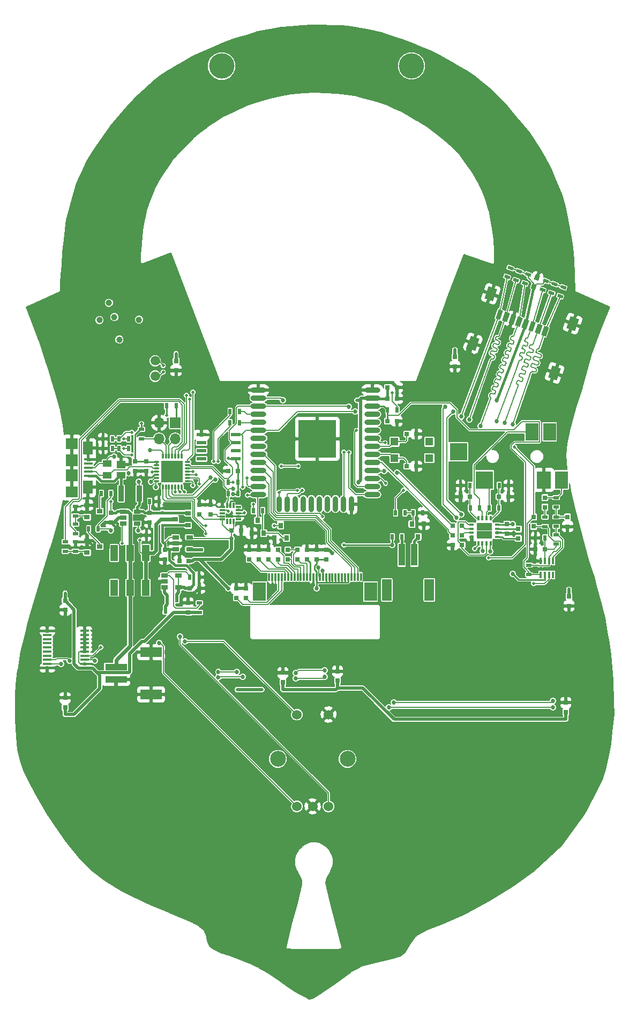
<source format=gbr>
G04 #@! TF.FileFunction,Copper,L2,Bot,Signal*
%FSLAX46Y46*%
G04 Gerber Fmt 4.6, Leading zero omitted, Abs format (unit mm)*
G04 Created by KiCad (PCBNEW 4.0.6) date 06/27/17 19:22:01*
%MOMM*%
%LPD*%
G01*
G04 APERTURE LIST*
%ADD10C,0.100000*%
%ADD11C,0.508000*%
%ADD12R,1.700000X1.700000*%
%ADD13O,1.700000X1.700000*%
%ADD14R,0.500000X0.900000*%
%ADD15R,1.900000X1.900000*%
%ADD16R,1.350000X0.400000*%
%ADD17R,1.600000X2.100000*%
%ADD18R,1.900000X1.800000*%
%ADD19O,2.500000X0.900000*%
%ADD20O,0.900000X2.500000*%
%ADD21R,6.000000X6.000000*%
%ADD22R,0.750000X0.800000*%
%ADD23R,0.800000X0.750000*%
%ADD24R,0.450000X0.600000*%
%ADD25R,0.600000X0.450000*%
%ADD26R,3.500000X1.000000*%
%ADD27R,3.400000X1.500000*%
%ADD28R,0.900000X0.800000*%
%ADD29R,0.800000X0.900000*%
%ADD30R,0.900000X0.500000*%
%ADD31R,1.200000X2.500000*%
%ADD32R,1.060000X0.650000*%
%ADD33O,0.850000X0.300000*%
%ADD34O,0.300000X0.850000*%
%ADD35R,1.675000X1.675000*%
%ADD36R,1.550000X0.600000*%
%ADD37R,2.000000X3.000000*%
%ADD38R,0.300000X1.250000*%
%ADD39R,1.399540X1.198880*%
%ADD40R,1.399540X1.000760*%
%ADD41R,0.900000X2.500000*%
%ADD42R,1.450000X0.450000*%
%ADD43R,1.300000X1.300000*%
%ADD44R,0.800000X0.350000*%
%ADD45R,0.350000X0.800000*%
%ADD46R,1.250000X1.250000*%
%ADD47C,4.000000*%
%ADD48R,0.400000X1.060000*%
%ADD49R,2.800000X2.800000*%
%ADD50R,2.000000X2.800000*%
%ADD51R,2.200000X2.800000*%
%ADD52C,1.000000*%
%ADD53R,1.000000X3.500000*%
%ADD54R,1.500000X3.400000*%
%ADD55C,1.500000*%
%ADD56R,0.305000X0.813000*%
%ADD57R,0.813000X0.305000*%
%ADD58C,2.500000*%
%ADD59C,1.524000*%
%ADD60C,0.685800*%
%ADD61C,0.254000*%
%ADD62C,0.508000*%
%ADD63C,0.406400*%
%ADD64C,0.152400*%
%ADD65C,0.203200*%
%ADD66C,0.457200*%
%ADD67C,0.609600*%
G04 APERTURE END LIST*
D10*
D11*
X130048000Y-104457500D03*
X132270500Y-103187500D03*
X133032500Y-104457500D03*
X131572000Y-104457500D03*
X122428000Y-104648000D03*
D10*
G36*
X156747162Y-73978400D02*
X157431202Y-72099015D01*
X158793756Y-72594944D01*
X158109716Y-74474329D01*
X156747162Y-73978400D01*
X156747162Y-73978400D01*
G37*
G36*
X159585929Y-66178951D02*
X160269969Y-64299566D01*
X161632523Y-64795495D01*
X160948483Y-66674880D01*
X159585929Y-66178951D01*
X159585929Y-66178951D01*
G37*
G36*
X169667936Y-78681177D02*
X170351976Y-76801792D01*
X171714530Y-77297721D01*
X171030490Y-79177106D01*
X169667936Y-78681177D01*
X169667936Y-78681177D01*
G37*
G36*
X172506703Y-70881728D02*
X173190743Y-69002343D01*
X174553297Y-69498272D01*
X173869257Y-71377657D01*
X172506703Y-70881728D01*
X172506703Y-70881728D01*
G37*
G36*
X161324051Y-69312393D02*
X161837081Y-67902854D01*
X162588835Y-68176471D01*
X162075805Y-69586010D01*
X161324051Y-69312393D01*
X161324051Y-69312393D01*
G37*
G36*
X162357712Y-69688615D02*
X162870742Y-68279076D01*
X163622496Y-68552693D01*
X163109466Y-69962232D01*
X162357712Y-69688615D01*
X162357712Y-69688615D01*
G37*
G36*
X163391374Y-70064837D02*
X163904404Y-68655298D01*
X164656158Y-68928915D01*
X164143128Y-70338454D01*
X163391374Y-70064837D01*
X163391374Y-70064837D01*
G37*
G36*
X164425036Y-70441059D02*
X164938066Y-69031520D01*
X165689820Y-69305137D01*
X165176790Y-70714676D01*
X164425036Y-70441059D01*
X164425036Y-70441059D01*
G37*
G36*
X165458698Y-70817281D02*
X165971728Y-69407742D01*
X166723482Y-69681359D01*
X166210452Y-71090898D01*
X165458698Y-70817281D01*
X165458698Y-70817281D01*
G37*
G36*
X166492360Y-71193504D02*
X167005390Y-69783965D01*
X167757144Y-70057582D01*
X167244114Y-71467121D01*
X166492360Y-71193504D01*
X166492360Y-71193504D01*
G37*
G36*
X167526022Y-71569726D02*
X168039052Y-70160187D01*
X168790806Y-70433804D01*
X168277776Y-71843343D01*
X167526022Y-71569726D01*
X167526022Y-71569726D01*
G37*
G36*
X168559684Y-71945948D02*
X169072714Y-70536409D01*
X169824468Y-70810026D01*
X169311438Y-72219565D01*
X168559684Y-71945948D01*
X168559684Y-71945948D01*
G37*
D11*
X117983000Y-108140500D03*
X116649500Y-104711500D03*
X118872000Y-104711500D03*
X119062500Y-100520500D03*
X170434000Y-111125000D03*
X167005000Y-107315000D03*
X163195000Y-105029000D03*
X133604000Y-94742000D03*
X134493000Y-93853000D03*
X135382000Y-92964000D03*
X136144000Y-92202000D03*
X108204000Y-83312000D03*
X98933000Y-84201000D03*
X98171000Y-84963000D03*
X97282000Y-85852000D03*
X99695000Y-129159000D03*
X98552000Y-130556000D03*
X118364000Y-88900000D03*
X168402000Y-104013000D03*
X132461000Y-111252000D03*
D12*
X110744000Y-85852000D03*
D13*
X110744000Y-88392000D03*
X108204000Y-85852000D03*
X108204000Y-88392000D03*
D11*
X168402000Y-61722000D03*
X110744000Y-102870000D03*
X109728000Y-104902000D03*
X112903000Y-98806000D03*
X116332000Y-89662000D03*
X119634000Y-106934000D03*
X120650000Y-106934000D03*
X120650000Y-105918000D03*
X125984000Y-87630000D03*
X125984000Y-88646000D03*
X123952000Y-104648000D03*
X127381000Y-104394000D03*
X125158500Y-104648000D03*
X127254000Y-87630000D03*
X127254000Y-88646000D03*
X107569000Y-110998000D03*
X107696000Y-107442000D03*
X102108000Y-120142000D03*
X105918000Y-117094000D03*
X98044000Y-101092000D03*
X98044000Y-98806000D03*
X103632000Y-97028000D03*
X164719000Y-67818000D03*
X99314000Y-87249000D03*
X113284000Y-96774000D03*
X112522000Y-95758000D03*
X114808000Y-86360000D03*
X138430000Y-86106000D03*
X134874000Y-81534000D03*
X136144000Y-81534000D03*
X137414000Y-81534000D03*
X138684000Y-81534000D03*
X153162000Y-105156000D03*
X157480000Y-104902000D03*
X97282000Y-131826000D03*
X96139000Y-102616000D03*
X98552000Y-89916000D03*
X99822000Y-95758000D03*
X154432000Y-97536000D03*
X154432000Y-95758000D03*
X104902000Y-100838000D03*
X104902000Y-103632000D03*
X108966000Y-98806000D03*
X116332000Y-97790000D03*
X112776000Y-75946000D03*
X105283000Y-93472000D03*
X175514000Y-120904000D03*
X153924000Y-81026000D03*
X164084000Y-91186000D03*
X137414000Y-84836000D03*
X148336000Y-90170000D03*
X167132000Y-126238000D03*
X163830000Y-122682000D03*
D14*
X160384772Y-99312274D03*
X161884772Y-99312274D03*
D15*
X94383011Y-91741175D03*
X94383011Y-94141175D03*
D16*
X97058551Y-94242075D03*
X97058551Y-93592075D03*
X97058551Y-92942075D03*
X97058551Y-92292075D03*
X97058551Y-91642075D03*
D17*
X96933551Y-96042075D03*
X96933011Y-89842075D03*
D18*
X94383011Y-96741175D03*
X94383011Y-89141175D03*
D19*
X123888000Y-80692000D03*
X123888000Y-81962000D03*
X123888000Y-83232000D03*
X123888000Y-84502000D03*
X123888000Y-85772000D03*
X123888000Y-87042000D03*
X123888000Y-88312000D03*
X123888000Y-89582000D03*
X123888000Y-90852000D03*
X123888000Y-92122000D03*
X123888000Y-93392000D03*
X123888000Y-94662000D03*
X123888000Y-95932000D03*
X123888000Y-97202000D03*
D20*
X127173000Y-98692000D03*
X128443000Y-98692000D03*
X129713000Y-98692000D03*
X130983000Y-98692000D03*
X132253000Y-98692000D03*
X133523000Y-98692000D03*
X134793000Y-98692000D03*
X136063000Y-98692000D03*
X137333000Y-98692000D03*
X138603000Y-98692000D03*
D19*
X141888000Y-97202000D03*
X141888000Y-95932000D03*
X141888000Y-94662000D03*
X141888000Y-93392000D03*
X141888000Y-92122000D03*
X141888000Y-90852000D03*
X141888000Y-89582000D03*
X141888000Y-88312000D03*
X141888000Y-87042000D03*
X141888000Y-85772000D03*
X141888000Y-84502000D03*
X141888000Y-83232000D03*
X141888000Y-81962000D03*
X141888000Y-80692000D03*
D21*
X133188000Y-88392000D03*
D22*
X104394000Y-91948000D03*
X104394000Y-93448000D03*
X106172000Y-91960000D03*
X106172000Y-93460000D03*
X106680000Y-100088000D03*
X106680000Y-101588000D03*
X100584000Y-100088000D03*
X100584000Y-101588000D03*
D23*
X113042000Y-112014000D03*
X114542000Y-112014000D03*
X120650000Y-93472001D03*
X119150000Y-93472001D03*
X144296000Y-82042000D03*
X145796000Y-82042000D03*
X144284000Y-80264000D03*
X145784000Y-80264000D03*
X147344000Y-87630000D03*
X148844000Y-87630000D03*
X147332000Y-92710000D03*
X148832000Y-92710000D03*
X144272000Y-85598000D03*
X145772000Y-85598000D03*
D10*
G36*
X167599062Y-64835904D02*
X166894292Y-64579388D01*
X167167908Y-63827634D01*
X167872678Y-64084150D01*
X167599062Y-64835904D01*
X167599062Y-64835904D01*
G37*
G36*
X168112092Y-63426366D02*
X167407322Y-63169850D01*
X167680938Y-62418096D01*
X168385708Y-62674612D01*
X168112092Y-63426366D01*
X168112092Y-63426366D01*
G37*
D22*
X109085383Y-105913491D03*
X109085383Y-107413491D03*
X112776000Y-115812000D03*
X112776000Y-114312000D03*
D23*
X112883386Y-107679494D03*
X111383386Y-107679494D03*
D22*
X134620000Y-107442000D03*
X134620000Y-105942000D03*
X133096000Y-107430000D03*
X133096000Y-105930000D03*
X131572000Y-107430000D03*
X131572000Y-105930000D03*
X128524000Y-107442000D03*
X128524000Y-105942000D03*
X127000000Y-107442000D03*
X127000000Y-105942000D03*
X123952000Y-107442000D03*
X123952000Y-105942000D03*
X120396000Y-113526000D03*
X120396000Y-112026000D03*
X125476000Y-107430000D03*
X125476000Y-105930000D03*
X122428000Y-107442000D03*
X122428000Y-105942000D03*
X121920000Y-113526000D03*
X121920000Y-112026000D03*
X93345000Y-113931000D03*
X93345000Y-115431000D03*
X93345000Y-130810000D03*
X93345000Y-129310000D03*
X127762000Y-126849000D03*
X127762000Y-125349000D03*
X136398000Y-126607000D03*
X136398000Y-125107000D03*
X172466000Y-131560000D03*
X172466000Y-130060000D03*
X172974000Y-113296000D03*
X172974000Y-114796000D03*
D24*
X108712000Y-102142000D03*
X108712000Y-100042000D03*
D25*
X111286000Y-115824000D03*
X109186000Y-115824000D03*
D26*
X101384000Y-126428000D03*
X101384000Y-124428000D03*
D27*
X106934000Y-128778000D03*
X106934000Y-122078000D03*
D28*
X112760000Y-100142000D03*
X112760000Y-102042000D03*
X110760000Y-101092000D03*
D29*
X148148000Y-101870000D03*
X150048000Y-101870000D03*
X149098000Y-103870000D03*
D30*
X105410000Y-88380000D03*
X105410000Y-86880000D03*
D14*
X120638000Y-97028000D03*
X119138000Y-97028000D03*
X120638000Y-95250000D03*
X119138000Y-95250000D03*
X106692000Y-98298000D03*
X108192000Y-98298000D03*
X107684000Y-103632000D03*
X106184000Y-103632000D03*
X144296000Y-83820000D03*
X145796000Y-83820000D03*
D30*
X114554000Y-115812000D03*
X114554000Y-114312000D03*
D14*
X113042000Y-110236000D03*
X114542000Y-110236000D03*
X119392000Y-84074000D03*
X120892000Y-84074000D03*
X119404000Y-85852000D03*
X120904000Y-85852000D03*
X148348000Y-100076000D03*
X149848000Y-100076000D03*
X146558000Y-103886000D03*
X145058000Y-103886000D03*
D31*
X101092000Y-111926000D03*
X103592000Y-111926000D03*
X106092000Y-111926000D03*
X101092000Y-106426000D03*
X103592000Y-106426000D03*
X106092000Y-106426000D03*
D32*
X102532000Y-101788000D03*
X102532000Y-100838000D03*
X102532000Y-99888000D03*
X104732000Y-99888000D03*
X104732000Y-101788000D03*
D33*
X107810000Y-95062000D03*
X107810000Y-94562000D03*
X107810000Y-94062000D03*
X107810000Y-93562000D03*
X107810000Y-93062000D03*
X107810000Y-92562000D03*
X107810000Y-92062000D03*
D34*
X108760000Y-91112000D03*
X109260000Y-91112000D03*
X109760000Y-91112000D03*
X110260000Y-91112000D03*
X110760000Y-91112000D03*
X111260000Y-91112000D03*
X111760000Y-91112000D03*
D33*
X112710000Y-92062000D03*
X112710000Y-92562000D03*
X112710000Y-93062000D03*
X112710000Y-93562000D03*
X112710000Y-94062000D03*
X112710000Y-94562000D03*
X112710000Y-95062000D03*
D34*
X111760000Y-96012000D03*
X111260000Y-96012000D03*
X110760000Y-96012000D03*
X110260000Y-96012000D03*
X109760000Y-96012000D03*
X109260000Y-96012000D03*
X108760000Y-96012000D03*
D35*
X111097500Y-92724500D03*
X111097500Y-94399500D03*
X109422500Y-92724500D03*
X109422500Y-94399500D03*
D36*
X114902000Y-91567002D03*
X114902000Y-90297002D03*
X114902000Y-89027002D03*
X114902000Y-87757002D03*
X120302000Y-87757002D03*
X120302000Y-89027002D03*
X120302000Y-90297002D03*
X120302000Y-91567002D03*
D22*
X130048000Y-107442000D03*
X130048000Y-105942000D03*
D37*
X124042000Y-112522000D03*
X141617000Y-112522000D03*
D38*
X140077000Y-110197000D03*
X139577000Y-110197000D03*
X139082000Y-110197000D03*
X138582000Y-110197000D03*
X138082000Y-110197000D03*
X137582000Y-110197000D03*
X137082000Y-110197000D03*
X136582000Y-110197000D03*
X136082000Y-110197000D03*
X135582000Y-110197000D03*
X135082000Y-110197000D03*
X134582000Y-110197000D03*
X134082000Y-110197000D03*
X133582000Y-110197000D03*
X133082000Y-110197000D03*
X132582000Y-110197000D03*
X132082000Y-110197000D03*
X131582000Y-110197000D03*
X131082000Y-110197000D03*
X130582000Y-110197000D03*
X130082000Y-110197000D03*
X129582000Y-110197000D03*
X129082000Y-110197000D03*
X128582000Y-110197000D03*
X128082000Y-110197000D03*
X127582000Y-110197000D03*
X127082000Y-110197000D03*
X126582000Y-110197000D03*
X126082000Y-110197000D03*
X125582000Y-110197000D03*
D39*
X102191820Y-92448380D03*
D40*
X102191820Y-94167960D03*
X99992180Y-94167960D03*
X99992180Y-92268040D03*
D32*
X109052000Y-111882000D03*
X109052000Y-110932000D03*
X109052000Y-109982000D03*
X111252000Y-109982000D03*
X111252000Y-111882000D03*
X110779383Y-105835486D03*
X110779383Y-104885486D03*
X110779383Y-103935486D03*
X112979383Y-103935486D03*
X112979383Y-105835486D03*
D41*
X102182000Y-97028000D03*
X105082000Y-97028000D03*
D14*
X109498000Y-113792000D03*
X110998000Y-113792000D03*
D30*
X114673384Y-107413492D03*
X114673384Y-105913492D03*
D42*
X90522000Y-124591000D03*
X90522000Y-123941000D03*
X90522000Y-123291000D03*
X90522000Y-122641000D03*
X90522000Y-121991000D03*
X90522000Y-121341000D03*
X90522000Y-120691000D03*
X90522000Y-120041000D03*
X90522000Y-119391000D03*
X90522000Y-118741000D03*
X96422000Y-118741000D03*
X96422000Y-119391000D03*
X96422000Y-120041000D03*
X96422000Y-120691000D03*
X96422000Y-121341000D03*
X96422000Y-121991000D03*
X96422000Y-122641000D03*
X96422000Y-123291000D03*
X96422000Y-123941000D03*
X96422000Y-124591000D03*
D43*
X145376000Y-91440000D03*
X145376000Y-88840000D03*
X150876000Y-88840000D03*
X150876000Y-91440000D03*
D22*
X114554000Y-100318000D03*
X114554000Y-98818000D03*
X116332000Y-100330000D03*
X116332000Y-98830000D03*
D23*
X121146000Y-102870000D03*
X119646000Y-102870000D03*
X156054776Y-103630271D03*
X154554776Y-103630271D03*
X156054767Y-102106282D03*
X154554767Y-102106282D03*
D22*
X164956768Y-104126277D03*
X164956768Y-102626277D03*
D23*
X156054767Y-105154269D03*
X154554767Y-105154269D03*
D22*
X163178770Y-103364282D03*
X163178770Y-101864282D03*
D23*
X161908764Y-97534281D03*
X163408764Y-97534281D03*
X157324769Y-97534283D03*
X155824769Y-97534283D03*
D22*
X154940000Y-75462001D03*
X154940000Y-76962001D03*
X110871000Y-76097000D03*
X110871000Y-77597000D03*
D28*
X96806000Y-106360000D03*
X96806000Y-104460000D03*
X98806000Y-105410000D03*
X96806000Y-100772000D03*
X96806000Y-98872000D03*
X98806000Y-99822000D03*
D30*
X94996000Y-106160000D03*
X94996000Y-104660000D03*
D14*
X98552000Y-102616000D03*
X97052000Y-102616000D03*
D30*
X94996000Y-100572000D03*
X94996000Y-99072000D03*
D14*
X100572000Y-97028000D03*
X99072000Y-97028000D03*
X161920763Y-95756281D03*
X163420763Y-95756281D03*
X157324767Y-95756283D03*
X155824767Y-95756283D03*
X158848774Y-99312278D03*
X157348774Y-99312278D03*
D44*
X161590771Y-101934283D03*
X161590771Y-102584283D03*
X161590771Y-103234283D03*
X161590771Y-103884283D03*
D45*
X160565771Y-104909283D03*
X159915771Y-104909283D03*
X159265771Y-104909283D03*
X158615771Y-104909283D03*
D44*
X157590771Y-103884283D03*
X157590771Y-103234283D03*
X157590771Y-102584283D03*
X157590771Y-101934283D03*
D45*
X158615771Y-100909283D03*
X159265771Y-100909283D03*
X159915771Y-100909283D03*
X160565771Y-100909283D03*
D46*
X158965771Y-103534283D03*
X158965771Y-102284283D03*
X160215771Y-103534283D03*
X160215771Y-102284283D03*
D47*
X118080000Y-29490000D03*
X148082000Y-29464000D03*
D22*
X169176730Y-97698210D03*
X169176730Y-99198210D03*
D23*
X167664740Y-105802213D03*
X169164740Y-105802213D03*
D22*
X172732733Y-102246214D03*
X172732733Y-100746214D03*
X167398729Y-100734214D03*
X167398729Y-102234214D03*
D30*
X170954728Y-100734212D03*
X170954728Y-102234212D03*
X170954737Y-105028209D03*
X170954737Y-103528209D03*
X169176734Y-102246207D03*
X169176734Y-100746207D03*
D14*
X167664736Y-104024212D03*
X169164736Y-104024212D03*
D30*
X170954736Y-97686209D03*
X170954736Y-99186209D03*
X166636731Y-109842208D03*
X166636731Y-108342208D03*
D48*
X168486732Y-107666213D03*
X169136732Y-107666213D03*
X169796732Y-107666213D03*
X170446732Y-107666213D03*
X170446732Y-109866213D03*
X169796732Y-109866213D03*
X169136732Y-109866213D03*
X168486732Y-109866213D03*
D49*
X155494000Y-90436000D03*
D50*
X167094000Y-87286000D03*
X169894000Y-87286000D03*
D49*
X159594000Y-94886000D03*
D51*
X168994000Y-94886000D03*
D50*
X171794000Y-94886000D03*
D11*
X161798000Y-119380000D03*
D52*
X101124924Y-69149164D03*
X98764924Y-69629164D03*
X100264924Y-66899164D03*
X105014924Y-69559164D03*
X101904924Y-72709164D03*
D53*
X146526000Y-106718000D03*
X148526000Y-106718000D03*
D54*
X144176000Y-112268000D03*
X150876000Y-112268000D03*
D14*
X100838000Y-89916000D03*
X99338000Y-89916000D03*
X103378000Y-89916000D03*
X101878000Y-89916000D03*
X100814000Y-88392000D03*
X99314000Y-88392000D03*
X103354000Y-88392000D03*
X101854000Y-88392000D03*
D11*
X113538000Y-95758000D03*
D14*
X109371000Y-83185000D03*
X110871000Y-83185000D03*
D10*
G36*
X171750158Y-64057399D02*
X172595882Y-64365217D01*
X172424872Y-64835063D01*
X171579148Y-64527245D01*
X171750158Y-64057399D01*
X171750158Y-64057399D01*
G37*
G36*
X171237128Y-65466937D02*
X172082852Y-65774755D01*
X171911842Y-66244601D01*
X171066118Y-65936783D01*
X171237128Y-65466937D01*
X171237128Y-65466937D01*
G37*
G36*
X170353158Y-63549399D02*
X171198882Y-63857217D01*
X171027872Y-64327063D01*
X170182148Y-64019245D01*
X170353158Y-63549399D01*
X170353158Y-63549399D01*
G37*
G36*
X169840128Y-64958937D02*
X170685852Y-65266755D01*
X170514842Y-65736601D01*
X169669118Y-65428783D01*
X169840128Y-64958937D01*
X169840128Y-64958937D01*
G37*
G36*
X168956158Y-63041399D02*
X169801882Y-63349217D01*
X169630872Y-63819063D01*
X168785148Y-63511245D01*
X168956158Y-63041399D01*
X168956158Y-63041399D01*
G37*
G36*
X168443128Y-64450937D02*
X169288852Y-64758755D01*
X169117842Y-65228601D01*
X168272118Y-64920783D01*
X168443128Y-64450937D01*
X168443128Y-64450937D01*
G37*
G36*
X166162158Y-62025399D02*
X167007882Y-62333217D01*
X166836872Y-62803063D01*
X165991148Y-62495245D01*
X166162158Y-62025399D01*
X166162158Y-62025399D01*
G37*
G36*
X165649128Y-63434937D02*
X166494852Y-63742755D01*
X166323842Y-64212601D01*
X165478118Y-63904783D01*
X165649128Y-63434937D01*
X165649128Y-63434937D01*
G37*
G36*
X164765158Y-61517399D02*
X165610882Y-61825217D01*
X165439872Y-62295063D01*
X164594148Y-61987245D01*
X164765158Y-61517399D01*
X164765158Y-61517399D01*
G37*
G36*
X164252128Y-62926937D02*
X165097852Y-63234755D01*
X164926842Y-63704601D01*
X164081118Y-63396783D01*
X164252128Y-62926937D01*
X164252128Y-62926937D01*
G37*
G36*
X163368158Y-61009399D02*
X164213882Y-61317217D01*
X164042872Y-61787063D01*
X163197148Y-61479245D01*
X163368158Y-61009399D01*
X163368158Y-61009399D01*
G37*
G36*
X162855128Y-62418937D02*
X163700852Y-62726755D01*
X163529842Y-63196601D01*
X162684118Y-62888783D01*
X162855128Y-62418937D01*
X162855128Y-62418937D01*
G37*
D55*
X107569000Y-78486000D03*
X107569000Y-76073000D03*
D30*
X93345000Y-104660000D03*
X93345000Y-106160000D03*
X94996000Y-103366000D03*
X94996000Y-101866000D03*
D14*
X147054000Y-100076000D03*
X145554000Y-100076000D03*
D56*
X119438000Y-98859000D03*
X119938000Y-98859000D03*
X118938000Y-98859000D03*
X118938000Y-101409000D03*
X119938000Y-101409000D03*
X119438000Y-101409000D03*
D57*
X118163000Y-100134000D03*
X118163000Y-100634000D03*
X118163000Y-101134000D03*
X118163000Y-99634000D03*
X118163000Y-99134000D03*
X120713000Y-99134000D03*
X120713000Y-99634000D03*
X120713000Y-101134000D03*
X120713000Y-100634000D03*
X120713000Y-100134000D03*
D29*
X128333500Y-104076500D03*
X126433500Y-104076500D03*
X127383500Y-102076500D03*
X124711500Y-103298500D03*
X122811500Y-103298500D03*
X123761500Y-101298500D03*
D14*
X123075000Y-99758500D03*
X124575000Y-99758500D03*
D58*
X137961000Y-138963400D03*
D59*
X129961000Y-131963400D03*
X134961000Y-131963400D03*
X129961000Y-146463400D03*
X132461000Y-146463400D03*
X134961000Y-146463400D03*
D58*
X126961000Y-138963400D03*
D11*
X125603000Y-126746000D03*
X135509000Y-128778000D03*
X138557000Y-127101600D03*
X175133000Y-114046000D03*
X110871000Y-78740000D03*
X154940000Y-78105000D03*
X172974000Y-115951000D03*
X172466000Y-128905000D03*
X136398000Y-123952000D03*
X127762000Y-124206000D03*
X93345000Y-128143000D03*
X93345000Y-116586000D03*
X108686600Y-114046000D03*
D60*
X112001300Y-112714230D03*
X128270000Y-112776000D03*
X125730000Y-112776000D03*
X135521700Y-106426000D03*
X156972000Y-75438000D03*
D11*
X107071415Y-93613111D03*
D60*
X101092000Y-91186000D03*
X103386892Y-93847921D03*
X133350000Y-108712000D03*
X127762000Y-82296000D03*
D11*
X119100600Y-99822000D03*
X119888000Y-95250000D03*
D60*
X160528000Y-106172000D03*
X155194000Y-100838000D03*
X153416000Y-83312000D03*
X138176000Y-83312000D03*
X159314495Y-106115505D03*
X119888000Y-96266000D03*
D11*
X121412000Y-96012000D03*
D60*
X155956000Y-100330000D03*
X154686000Y-84074000D03*
X139192000Y-84074000D03*
D11*
X133985000Y-100711000D03*
D60*
X134042387Y-109186004D03*
D11*
X122047000Y-94615000D03*
X127508000Y-92710000D03*
X130175000Y-92710000D03*
D60*
X155956000Y-84836000D03*
D11*
X127173000Y-96855000D03*
X126365000Y-102108000D03*
X130055641Y-96544308D03*
D60*
X157226000Y-85344000D03*
D11*
X139382008Y-87058008D03*
D60*
X159004000Y-86360000D03*
D11*
X130810000Y-96520000D03*
D60*
X161544000Y-85598000D03*
D11*
X137374071Y-90511071D03*
D60*
X162814000Y-85852000D03*
D11*
X138176000Y-90551000D03*
D60*
X164084000Y-86106000D03*
D11*
X143979899Y-95431017D03*
D60*
X143764000Y-93472000D03*
X145796000Y-93726000D03*
D11*
X137414001Y-105156000D03*
X109347000Y-84709253D03*
X105410000Y-85979000D03*
X139446000Y-82296000D03*
D60*
X139700000Y-95250000D03*
X164084000Y-101854000D03*
X161544000Y-82296000D03*
X119634000Y-104140000D03*
X133096000Y-112014000D03*
X119126000Y-112014000D03*
X145034000Y-105156000D03*
X164084000Y-109728000D03*
D11*
X119126000Y-91440000D03*
D60*
X119888000Y-97104203D03*
X104990870Y-95180101D03*
X106768900Y-90170000D03*
D11*
X102616000Y-89916000D03*
X100585450Y-98299450D03*
X124460000Y-128016000D03*
X120523000Y-128016000D03*
X110871000Y-74930000D03*
X154940000Y-74295000D03*
X172974000Y-112141000D03*
X172466000Y-132715000D03*
X136398000Y-127762000D03*
X127762000Y-128016000D03*
X93345000Y-131953000D03*
X93345000Y-112776000D03*
X112522000Y-81534000D03*
X146812000Y-96520000D03*
X113538000Y-81026000D03*
X145034000Y-81153019D03*
D60*
X116306842Y-94476116D03*
D11*
X116840000Y-91948000D03*
X117500403Y-91948000D03*
D60*
X117064737Y-94834136D03*
D11*
X102362000Y-104876600D03*
X113538000Y-93544600D03*
X121666000Y-100076000D03*
D60*
X106896477Y-95155281D03*
X92710000Y-123952000D03*
X94021073Y-123485073D03*
X117538500Y-125222000D03*
X120471501Y-125222000D03*
X117538500Y-126060203D03*
X121412000Y-125984000D03*
X129794000Y-125399797D03*
X134366000Y-124968000D03*
X129794000Y-126238000D03*
X134366000Y-125984000D03*
X145288000Y-130048000D03*
X170434000Y-129794000D03*
X170434000Y-130810000D03*
X144526000Y-130810000D03*
D11*
X108839000Y-77851000D03*
X108839000Y-76835000D03*
X114562264Y-95478600D03*
D60*
X98044000Y-123444000D03*
D11*
X98984284Y-121336283D03*
X112165578Y-96766422D03*
X115595400Y-103378000D03*
D60*
X111506000Y-119634000D03*
X108204000Y-120650000D03*
X107696000Y-96012000D03*
D11*
X115570000Y-102108000D03*
D60*
X112268000Y-120396000D03*
D11*
X143891000Y-89027000D03*
X164338000Y-89662000D03*
X113004600Y-82124681D03*
X167386000Y-111252000D03*
X102616000Y-88392000D03*
X105156000Y-104394000D03*
X111506000Y-96799400D03*
X103860600Y-90932000D03*
X110744000Y-96774000D03*
X103886000Y-87376000D03*
X123063000Y-98742500D03*
X114046000Y-94079400D03*
D60*
X100584000Y-102870000D03*
X104902000Y-102870000D03*
D11*
X160274000Y-107188000D03*
X158051224Y-105734882D03*
X122168546Y-97282000D03*
D61*
X119438000Y-98859000D02*
X119493356Y-98803644D01*
X119493356Y-98803644D02*
X119493356Y-98242179D01*
X121410088Y-99498377D02*
X121274465Y-99634000D01*
X119493356Y-98242179D02*
X119562182Y-98173353D01*
X119562182Y-98173353D02*
X120813818Y-98173353D01*
X120813818Y-98173353D02*
X121410088Y-98769623D01*
X121410088Y-98769623D02*
X121410088Y-99498377D01*
X121274465Y-99634000D02*
X120713000Y-99634000D01*
X117422000Y-99134000D02*
X117118000Y-98830000D01*
X117118000Y-98830000D02*
X116332000Y-98830000D01*
X118163000Y-99134000D02*
X117422000Y-99134000D01*
X161590771Y-103234283D02*
X163048771Y-103234283D01*
X163048771Y-103234283D02*
X163178770Y-103364282D01*
D62*
X145784000Y-80264000D02*
X145784000Y-80257478D01*
X145784000Y-80257478D02*
X145009121Y-79482599D01*
X145009121Y-79482599D02*
X142139401Y-79482599D01*
X142139401Y-79482599D02*
X141888000Y-79734000D01*
X145784000Y-80264000D02*
X145784000Y-82030000D01*
X145784000Y-82030000D02*
X145796000Y-82042000D01*
X145784000Y-80264000D02*
X145784000Y-80257935D01*
X141888000Y-79734000D02*
X141888000Y-80692000D01*
X110871000Y-78740000D02*
X110871000Y-77597000D01*
X154940000Y-78105000D02*
X154940000Y-76962001D01*
X172974000Y-115951000D02*
X172974000Y-114796000D01*
X172466000Y-130060000D02*
X172466000Y-128905000D01*
X136398000Y-123952000D02*
X136398000Y-125107000D01*
X127762000Y-124206000D02*
X127762000Y-125349000D01*
X93345000Y-129310000D02*
X93345000Y-128143000D01*
X93345000Y-115431000D02*
X93345000Y-116586000D01*
D63*
X108686600Y-114046000D02*
X108166399Y-113525799D01*
X108166399Y-113525799D02*
X108166399Y-111272519D01*
X108166399Y-111272519D02*
X108506918Y-110932000D01*
X108506918Y-110932000D02*
X109052000Y-110932000D01*
D62*
X114542000Y-112014000D02*
X114517000Y-112014000D01*
X114517000Y-112014000D02*
X113634000Y-112897000D01*
X113634000Y-112897000D02*
X112184070Y-112897000D01*
X112184070Y-112897000D02*
X112001300Y-112714230D01*
D61*
X106172000Y-94488000D02*
X106172000Y-93460000D01*
X106985960Y-94488000D02*
X106172000Y-94488000D01*
X107810000Y-94062000D02*
X107411960Y-94062000D01*
X107411960Y-94062000D02*
X106985960Y-94488000D01*
D63*
X101365400Y-103122382D02*
X101365400Y-102369400D01*
X100136399Y-104351383D02*
X101365400Y-103122382D01*
X101365400Y-102369400D02*
X100584000Y-101588000D01*
D64*
X96422000Y-121991000D02*
X96422000Y-121341000D01*
X96422000Y-123941000D02*
X95710518Y-123941000D01*
X95710518Y-123941000D02*
X95468399Y-123698881D01*
X95468399Y-123698881D02*
X95468399Y-122067201D01*
X95468399Y-122067201D02*
X95544600Y-121991000D01*
X95544600Y-121991000D02*
X96422000Y-121991000D01*
D65*
X126492000Y-111506000D02*
X126492000Y-112014000D01*
X126492000Y-112014000D02*
X125730000Y-112776000D01*
X126492000Y-111506000D02*
X126082000Y-111096000D01*
X126082000Y-111096000D02*
X126082000Y-110197000D01*
X126582000Y-111416000D02*
X126492000Y-111506000D01*
X126582000Y-110197000D02*
X126582000Y-111416000D01*
D62*
X134620000Y-105942000D02*
X135037700Y-105942000D01*
X135037700Y-105942000D02*
X135521700Y-106426000D01*
X163165358Y-103350870D02*
X163178770Y-103364282D01*
X101854000Y-100838000D02*
X101104000Y-101588000D01*
X101104000Y-101588000D02*
X100584000Y-101588000D01*
X102532000Y-100838000D02*
X101854000Y-100838000D01*
X156972000Y-75438000D02*
X156972000Y-74085131D01*
X156972000Y-74085131D02*
X157770459Y-73286672D01*
D63*
X100136399Y-105569683D02*
X100136399Y-104351383D01*
X98071519Y-106165601D02*
X99540481Y-106165601D01*
X97662400Y-105756482D02*
X98071519Y-106165601D01*
X99540481Y-106165601D02*
X100136399Y-105569683D01*
X97662400Y-105266400D02*
X97662400Y-105756482D01*
D61*
X96806000Y-98872000D02*
X95946000Y-98872000D01*
D63*
X96806000Y-104460000D02*
X96856000Y-104460000D01*
X96856000Y-104460000D02*
X97662400Y-105266400D01*
X96606000Y-104660000D02*
X96806000Y-104460000D01*
D61*
X95946000Y-98872000D02*
X95746000Y-99072000D01*
D63*
X94996000Y-104660000D02*
X96606000Y-104660000D01*
D61*
X95746000Y-99072000D02*
X94996000Y-99072000D01*
D64*
X117909000Y-99134000D02*
X118163000Y-99134000D01*
X118110000Y-99081000D02*
X118163000Y-99134000D01*
D63*
X102182000Y-96774000D02*
X102182000Y-94177780D01*
X102182000Y-94177780D02*
X102191820Y-94167960D01*
X98195330Y-94234000D02*
X99036070Y-95074740D01*
X99036070Y-95074740D02*
X101085650Y-95074740D01*
X101992430Y-94167960D02*
X102191820Y-94167960D01*
X101085650Y-95074740D02*
X101992430Y-94167960D01*
X97058551Y-94242075D02*
X98139951Y-94242075D01*
X98139951Y-94242075D02*
X98148026Y-94234000D01*
X98148026Y-94234000D02*
X98195330Y-94234000D01*
D64*
X98164075Y-93592075D02*
X98739960Y-94167960D01*
X97058551Y-93592075D02*
X98164075Y-93592075D01*
X107810000Y-93062000D02*
X107232600Y-93062000D01*
X103074471Y-93276421D02*
X101083109Y-93276421D01*
X107232600Y-93062000D02*
X106989999Y-92819399D01*
X106989999Y-92819399D02*
X103531493Y-92819399D01*
X103531493Y-92819399D02*
X103074471Y-93276421D01*
X101083109Y-93276421D02*
X100191570Y-94167960D01*
X100191570Y-94167960D02*
X99992180Y-94167960D01*
X98739960Y-94167960D02*
X99992180Y-94167960D01*
X98065925Y-92942075D02*
X98739960Y-92268040D01*
X100076000Y-92184220D02*
X99992180Y-92268040D01*
X107810000Y-93562000D02*
X107122526Y-93562000D01*
X107122526Y-93562000D02*
X107071415Y-93613111D01*
X99992180Y-92268040D02*
X99992180Y-91615260D01*
X100421440Y-91186000D02*
X101092000Y-91186000D01*
X99992180Y-91615260D02*
X100421440Y-91186000D01*
X103386892Y-94147374D02*
X103386892Y-93847921D01*
X98739960Y-92268040D02*
X99992180Y-92268040D01*
X97058551Y-92942075D02*
X98065925Y-92942075D01*
X133460601Y-110075601D02*
X133582000Y-110197000D01*
X133350000Y-108712000D02*
X133460601Y-108822601D01*
X133460601Y-108822601D02*
X133460601Y-110075601D01*
X123888000Y-81962000D02*
X127428000Y-81962000D01*
X127428000Y-81962000D02*
X127762000Y-82296000D01*
X119100600Y-99822000D02*
X118912600Y-99634000D01*
X118912600Y-99634000D02*
X118163000Y-99634000D01*
X113215625Y-92757190D02*
X116635507Y-92757191D01*
X116635507Y-92757191D02*
X118525916Y-94647600D01*
X118525916Y-94647600D02*
X119138000Y-94647600D01*
X112710000Y-92562000D02*
X113020435Y-92562000D01*
X113020435Y-92562000D02*
X113215625Y-92757190D01*
X119888000Y-95250000D02*
X119138000Y-95250000D01*
X119138000Y-94647600D02*
X119138000Y-95250000D01*
X119778601Y-94006999D02*
X119138000Y-94647600D01*
X118643398Y-91778917D02*
X119778601Y-92914120D01*
X118643398Y-90210604D02*
X118643398Y-91778917D01*
X119827000Y-89027002D02*
X118643398Y-90210604D01*
X119778601Y-92914120D02*
X119778601Y-94006999D01*
D65*
X160528000Y-106172000D02*
X160528000Y-104947054D01*
X160528000Y-104947054D02*
X160565771Y-104909283D01*
X153416000Y-83312000D02*
X153073101Y-83654899D01*
X153073101Y-98717101D02*
X155194000Y-100838000D01*
X153073101Y-83654899D02*
X153073101Y-98717101D01*
X123888000Y-83232000D02*
X138096000Y-83232000D01*
X138096000Y-83232000D02*
X138176000Y-83312000D01*
D64*
X119138000Y-95050000D02*
X119138000Y-95250000D01*
X120302000Y-89027002D02*
X119827000Y-89027002D01*
X119827000Y-89027002D02*
X119298399Y-88498401D01*
X119298399Y-88498401D02*
X119298399Y-87069083D01*
X119298399Y-87069083D02*
X120413399Y-85954083D01*
X120413399Y-85954083D02*
X120413399Y-83441119D01*
X120413399Y-83441119D02*
X120622518Y-83232000D01*
X120622518Y-83232000D02*
X122485600Y-83232000D01*
X122485600Y-83232000D02*
X123888000Y-83232000D01*
X121666000Y-84074000D02*
X122094000Y-84502000D01*
X122094000Y-84502000D02*
X123888000Y-84502000D01*
X120892000Y-84074000D02*
X121666000Y-84074000D01*
X120904000Y-85852000D02*
X123808000Y-85852000D01*
X123808000Y-85852000D02*
X123888000Y-85772000D01*
X120984000Y-85772000D02*
X120904000Y-85852000D01*
X118938000Y-98859000D02*
X118938000Y-98300100D01*
X118938000Y-98300100D02*
X119138000Y-98100100D01*
X119138000Y-98100100D02*
X119138000Y-97028000D01*
X112710000Y-93062000D02*
X116509250Y-93062000D01*
X116509250Y-93062000D02*
X118468762Y-95021512D01*
X118468762Y-95021512D02*
X118468762Y-95850762D01*
X118468762Y-95850762D02*
X119138000Y-96520000D01*
X119138000Y-96425600D02*
X119138000Y-96520000D01*
X119138000Y-96520000D02*
X119138000Y-97028000D01*
D65*
X159265771Y-106066781D02*
X159314495Y-106115505D01*
X159265771Y-104909283D02*
X159265771Y-106066781D01*
D64*
X119888000Y-96266000D02*
X119297600Y-96266000D01*
X119297600Y-96266000D02*
X119138000Y-96425600D01*
X121229400Y-87757002D02*
X121412000Y-87939602D01*
X121412000Y-87939602D02*
X121412000Y-96012000D01*
D65*
X154686000Y-84074000D02*
X153670000Y-85090000D01*
X153670000Y-85090000D02*
X153670000Y-98044000D01*
X153670000Y-98044000D02*
X155956000Y-100330000D01*
X127080000Y-87042000D02*
X130048000Y-84074000D01*
X130048000Y-84074000D02*
X139192000Y-84074000D01*
X123888000Y-87042000D02*
X127080000Y-87042000D01*
D64*
X119188000Y-97078000D02*
X119138000Y-97028000D01*
X120302000Y-87757002D02*
X120777000Y-87757002D01*
X120302000Y-87757002D02*
X121229400Y-87757002D01*
X121229400Y-87757002D02*
X121944402Y-87042000D01*
X121944402Y-87042000D02*
X123888000Y-87042000D01*
X133571610Y-100170610D02*
X133985000Y-100584000D01*
X133985000Y-100584000D02*
X133985000Y-100711000D01*
X126494390Y-99773089D02*
X126891911Y-100170610D01*
X126891911Y-100170610D02*
X133571610Y-100170610D01*
X134082000Y-109225617D02*
X134042387Y-109186004D01*
X134082000Y-110197000D02*
X134082000Y-109225617D01*
X126494390Y-97610911D02*
X126494390Y-97790000D01*
X126494390Y-97790000D02*
X126494390Y-99773089D01*
X123888000Y-90852000D02*
X124688000Y-90852000D01*
X124688000Y-90852000D02*
X126494390Y-92658390D01*
X126494390Y-92658390D02*
X126494390Y-97790000D01*
X126765655Y-100475420D02*
X133035170Y-100475420D01*
X133035170Y-100475420D02*
X135255745Y-102695995D01*
X135255745Y-102695995D02*
X135255745Y-104444811D01*
X126189579Y-99899345D02*
X126765655Y-100475420D01*
X123888000Y-92122000D02*
X124688000Y-92122000D01*
X139577000Y-108766066D02*
X139577000Y-109419600D01*
X139577000Y-109419600D02*
X139577000Y-110197000D01*
X126189579Y-93623579D02*
X126189579Y-99899345D01*
X124688000Y-92122000D02*
X126189579Y-93623579D01*
X135255745Y-104444811D02*
X139577000Y-108766066D01*
X123888000Y-93392000D02*
X124688000Y-93392000D01*
X124688000Y-93392000D02*
X125884768Y-94588768D01*
X134950935Y-104571067D02*
X139082000Y-108702132D01*
X125884768Y-94588768D02*
X125884768Y-100025601D01*
X125884768Y-100025601D02*
X126697167Y-100838000D01*
X126697167Y-100838000D02*
X132966684Y-100838000D01*
X139082000Y-108702132D02*
X139082000Y-109419600D01*
X139082000Y-109419600D02*
X139082000Y-110197000D01*
X132966684Y-100838000D02*
X134950935Y-102822251D01*
X134950935Y-102822251D02*
X134950935Y-104571067D01*
X125579957Y-95553957D02*
X125579957Y-100076000D01*
X125579957Y-100076000D02*
X125579957Y-100151857D01*
X138582000Y-110197000D02*
X138582000Y-108633198D01*
X138582000Y-108633198D02*
X134646125Y-104697323D01*
X126570910Y-101142809D02*
X125579957Y-100151856D01*
X134646125Y-104697323D02*
X134646125Y-102948507D01*
X134646125Y-102948507D02*
X132840428Y-101142810D01*
X132840428Y-101142810D02*
X126570910Y-101142809D01*
X125579957Y-100151856D02*
X125579957Y-100076000D01*
X124688000Y-94662000D02*
X125579957Y-95553957D01*
X123888000Y-94662000D02*
X124688000Y-94662000D01*
D65*
X163192485Y-62807769D02*
X161956443Y-68744432D01*
D64*
X122047000Y-95631000D02*
X122348000Y-95932000D01*
X122348000Y-95932000D02*
X123888000Y-95932000D01*
X122047000Y-94615000D02*
X122047000Y-95631000D01*
X130175000Y-92710000D02*
X127508000Y-92710000D01*
D65*
X161956443Y-68744432D02*
X155956000Y-84836000D01*
D64*
X127383500Y-102076500D02*
X126396500Y-102076500D01*
X126396500Y-102076500D02*
X126365000Y-102108000D01*
D65*
X164589485Y-63315769D02*
X162990104Y-69120654D01*
X161217211Y-73333154D02*
X161169539Y-73332926D01*
X161446778Y-74597477D02*
X161403729Y-74617955D01*
X161019909Y-73888469D02*
X161062761Y-73909359D01*
X161848528Y-73466732D02*
X161805479Y-73487210D01*
X162990104Y-69120654D02*
X161941323Y-72072499D01*
X161890531Y-72152480D02*
X161853117Y-72182025D01*
X161885942Y-73437188D02*
X161848528Y-73466732D01*
X161665119Y-72849888D02*
X161865727Y-72921164D01*
X161079961Y-73363790D02*
X161042547Y-73393334D01*
X160953235Y-73821154D02*
X160982779Y-73858568D01*
X161941323Y-72072499D02*
X161920433Y-72115351D01*
X160815460Y-74463899D02*
X160767788Y-74463671D01*
X161001979Y-75748700D02*
X160955451Y-75759086D01*
X161915843Y-73400058D02*
X161885942Y-73437188D01*
X161995060Y-73193044D02*
X161936733Y-73357206D01*
X161575341Y-72190770D02*
X161528814Y-72201156D01*
X161920433Y-72115351D02*
X161890531Y-72152480D01*
X161853117Y-72182025D02*
X161810067Y-72202503D01*
X161995733Y-73052418D02*
X162006119Y-73098944D01*
X161593310Y-74323789D02*
X161534983Y-74487951D01*
X161810067Y-72202503D02*
X161763540Y-72212889D01*
X161338558Y-72635949D02*
X161359037Y-72678999D01*
X161062227Y-75182654D02*
X161105081Y-75203542D01*
X161763540Y-72212889D02*
X161715867Y-72212661D01*
X161425711Y-72746314D02*
X161468563Y-72767204D01*
X161534983Y-74487951D02*
X161514093Y-74530803D01*
X161191560Y-75454534D02*
X161133233Y-75618696D01*
X161715867Y-72212661D02*
X161623013Y-72190999D01*
X161448350Y-72251179D02*
X161418448Y-72288309D01*
X162005890Y-73146618D02*
X161995060Y-73193044D01*
X161623013Y-72190999D02*
X161575341Y-72190770D01*
X161543959Y-74102699D02*
X161573505Y-74140112D01*
X161418448Y-72288309D02*
X161397558Y-72331161D01*
X161339231Y-72495323D02*
X161328401Y-72541749D01*
X161528814Y-72201156D02*
X161485764Y-72221635D01*
X161328401Y-72541749D02*
X161328172Y-72589421D01*
X161975255Y-73009367D02*
X161995733Y-73052418D01*
X161485764Y-72221635D02*
X161448350Y-72251179D01*
X161397558Y-72331161D02*
X161339231Y-72495323D01*
X161758951Y-73497596D02*
X161711279Y-73497367D01*
X160610361Y-75834506D02*
X160589471Y-75877358D01*
X161359037Y-72678999D02*
X161388581Y-72716413D01*
X161711279Y-73497367D02*
X161664853Y-73486537D01*
X161328172Y-72589421D02*
X161338558Y-72635949D01*
X161263103Y-74617282D02*
X160861886Y-74474729D01*
X161388581Y-72716413D02*
X161425711Y-72746314D01*
X160721260Y-74474056D02*
X160678210Y-74494535D01*
X161468563Y-72767204D02*
X161669170Y-72838479D01*
X160720726Y-75747354D02*
X160677676Y-75767832D01*
X161669170Y-72838479D02*
X161665119Y-72849888D01*
X160661010Y-75040104D02*
X161062227Y-75182654D01*
X161171755Y-75270857D02*
X161192233Y-75313908D01*
X161664853Y-73486537D02*
X161464245Y-73415260D01*
X161865727Y-72921164D02*
X161908581Y-72942052D01*
X161082442Y-75698678D02*
X161045028Y-75728222D01*
X161936733Y-73357206D02*
X161915843Y-73400058D01*
X161908581Y-72942052D02*
X161945709Y-72971954D01*
X160520619Y-74862321D02*
X160531005Y-74908849D01*
X161945709Y-72971954D02*
X161975255Y-73009367D01*
X160531678Y-74768223D02*
X160520848Y-74814649D01*
X161263637Y-73343984D02*
X161217211Y-73333154D01*
X162006119Y-73098944D02*
X162005890Y-73146618D01*
X160581028Y-74989313D02*
X160618158Y-75019214D01*
X161805479Y-73487210D02*
X161758951Y-73497596D01*
X161169539Y-73332926D02*
X161123011Y-73343311D01*
X161464245Y-73415260D02*
X161263637Y-73343984D01*
X161123011Y-73343311D02*
X161079961Y-73363790D01*
X160767788Y-74463671D02*
X160721260Y-74474056D01*
X160814926Y-75737197D02*
X160767253Y-75736968D01*
X161042547Y-73393334D02*
X161012646Y-73430464D01*
X161506831Y-74072797D02*
X161543959Y-74102699D01*
X161012646Y-73430464D02*
X160991756Y-73473316D01*
X160922599Y-73683904D02*
X160922370Y-73731576D01*
X160590005Y-74604061D02*
X160531678Y-74768223D01*
X160618158Y-75019214D02*
X160661010Y-75040104D01*
X160991756Y-73473316D02*
X160933429Y-73637478D01*
X160933429Y-73637478D02*
X160922599Y-73683904D01*
X160922370Y-73731576D02*
X160932756Y-73778104D01*
X161062761Y-73909359D02*
X161463977Y-74051909D01*
X160932756Y-73778104D02*
X160953235Y-73821154D01*
X160982779Y-73858568D02*
X161019909Y-73888469D01*
X161463977Y-74051909D02*
X161506831Y-74072797D01*
X161573505Y-74140112D02*
X161593983Y-74183163D01*
X161593983Y-74183163D02*
X161604369Y-74229689D01*
X161604369Y-74229689D02*
X161604140Y-74277363D01*
X161604140Y-74277363D02*
X161593310Y-74323789D01*
X161484192Y-74567933D02*
X161446778Y-74597477D01*
X161514093Y-74530803D02*
X161484192Y-74567933D01*
X161403729Y-74617955D02*
X161357201Y-74628341D01*
X161357201Y-74628341D02*
X161309529Y-74628112D01*
X160861886Y-74474729D02*
X160815460Y-74463899D01*
X161309529Y-74628112D02*
X161263103Y-74617282D01*
X160678210Y-74494535D02*
X160640796Y-74524079D01*
X160955451Y-75759086D02*
X160907779Y-75758857D01*
X160640796Y-74524079D02*
X160610895Y-74561209D01*
X160610895Y-74561209D02*
X160590005Y-74604061D01*
X160520848Y-74814649D02*
X160520619Y-74862321D01*
X160531005Y-74908849D02*
X160551484Y-74951899D01*
X160551484Y-74951899D02*
X160581028Y-74989313D01*
X161105081Y-75203542D02*
X161142209Y-75233444D01*
X159991199Y-77561215D02*
X157226000Y-85344000D01*
X161142209Y-75233444D02*
X161171755Y-75270857D01*
X161192233Y-75313908D02*
X161202619Y-75360434D01*
X161202619Y-75360434D02*
X161202390Y-75408108D01*
X161202390Y-75408108D02*
X161191560Y-75454534D01*
X161133233Y-75618696D02*
X161112343Y-75661548D01*
X161112343Y-75661548D02*
X161082442Y-75698678D01*
X161045028Y-75728222D02*
X161001979Y-75748700D01*
X160907779Y-75758857D02*
X160814926Y-75737197D01*
X160767253Y-75736968D02*
X160720726Y-75747354D01*
X160677676Y-75767832D02*
X160640262Y-75797376D01*
X160640262Y-75797376D02*
X160610361Y-75834506D01*
X160589471Y-75877358D02*
X159991199Y-77561215D01*
D64*
X127483692Y-96544308D02*
X127173000Y-96855000D01*
X127173000Y-96855000D02*
X127173000Y-98692000D01*
X130055641Y-96544308D02*
X127483692Y-96544308D01*
X127254000Y-98611000D02*
X127173000Y-98692000D01*
D65*
X165986485Y-63823769D02*
X165057428Y-69873098D01*
X161272243Y-79456335D02*
X161302417Y-79481162D01*
X160820098Y-80401165D02*
X160810821Y-80439124D01*
X164063889Y-72185437D02*
X163987971Y-72166883D01*
X165057428Y-69873098D02*
X164249883Y-72072498D01*
X162992098Y-74498278D02*
X162974607Y-74533221D01*
X163987971Y-72166883D02*
X163948900Y-72166285D01*
X160493010Y-81292011D02*
X160406498Y-81527630D01*
X163732640Y-74481131D02*
X163707813Y-74511304D01*
X161777920Y-79804933D02*
X161768643Y-79842892D01*
X162595842Y-77589962D02*
X162509332Y-77825581D01*
X162256106Y-76680726D02*
X162220645Y-76697140D01*
X162922932Y-76699116D02*
X162905441Y-76734061D01*
X163354321Y-75130570D02*
X163384494Y-75155397D01*
X162578159Y-76119257D02*
X162905778Y-76239546D01*
X164249883Y-72072498D02*
X164232392Y-72107440D01*
X163910676Y-72174397D02*
X163875215Y-72190811D01*
X162561008Y-75659686D02*
X162474496Y-75895305D01*
X161638020Y-78186194D02*
X161637423Y-78225265D01*
X163801978Y-72279822D02*
X163715466Y-72515441D01*
X162878818Y-74806799D02*
X162878221Y-74845870D01*
X163198559Y-74429558D02*
X163160601Y-74420281D01*
X164207565Y-72137615D02*
X164176645Y-72161508D01*
X162129616Y-77228232D02*
X162164559Y-77245722D01*
X163011205Y-76348244D02*
X163019316Y-76386467D01*
X164232392Y-72107440D02*
X164207565Y-72137615D01*
X163319040Y-75607596D02*
X163294213Y-75637769D01*
X164176645Y-72161508D02*
X164141184Y-72177922D01*
X161302417Y-79481162D02*
X161337360Y-79498652D01*
X163291821Y-73719405D02*
X163299933Y-73757629D01*
X164141184Y-72177922D02*
X164102960Y-72186034D01*
X164163730Y-73319721D02*
X164146239Y-73354666D01*
X163564137Y-74559126D02*
X163526178Y-74549850D01*
X163423041Y-75337032D02*
X163336531Y-75572651D01*
X160406498Y-81527630D02*
X160397221Y-81565589D01*
X163821989Y-74059852D02*
X163838404Y-74095314D01*
X164102960Y-72186034D02*
X164063889Y-72185437D01*
X163408389Y-75186317D02*
X163424804Y-75221779D01*
X163875215Y-72190811D02*
X163844295Y-72214705D01*
X163299933Y-73757629D02*
X163316347Y-73793090D01*
X163948900Y-72166285D02*
X163910676Y-72174397D01*
X161231935Y-79389954D02*
X161248349Y-79425415D01*
X163612159Y-73303093D02*
X163574201Y-73293816D01*
X164146576Y-72860151D02*
X164181520Y-72877640D01*
X162294331Y-76672614D02*
X162256106Y-76680726D01*
X163844295Y-72214705D02*
X163819468Y-72244879D01*
X162527122Y-77383500D02*
X162557295Y-77408327D01*
X163150537Y-75685591D02*
X163112578Y-75676315D01*
X163819468Y-72244879D02*
X163801978Y-72279822D01*
X163112578Y-75676315D02*
X162784960Y-75556023D01*
X164121412Y-73384839D02*
X164090492Y-73408733D01*
X163715466Y-72515441D02*
X163706189Y-72553400D01*
X162285379Y-77929245D02*
X161957761Y-77808953D01*
X163730118Y-72666156D02*
X163754012Y-72697076D01*
X163706189Y-72553400D02*
X163705592Y-72592471D01*
X161637423Y-78225265D02*
X161645535Y-78263489D01*
X163574201Y-73293816D02*
X163535130Y-73293219D01*
X161121610Y-81318513D02*
X161082540Y-81317916D01*
X163705592Y-72592471D02*
X163713704Y-72630695D01*
X162489148Y-76046020D02*
X162513042Y-76076940D01*
X163405358Y-73866327D02*
X163732977Y-73986616D01*
X163424804Y-75221779D02*
X163432915Y-75260002D01*
X161320209Y-79039081D02*
X161233697Y-79274700D01*
X163982937Y-72799537D02*
X163982767Y-72800006D01*
X163713704Y-72630695D02*
X163730118Y-72666156D01*
X162147408Y-76786151D02*
X162060896Y-77021770D01*
X164259517Y-73046143D02*
X164250240Y-73084102D01*
X161639815Y-80143629D02*
X161608895Y-80167523D01*
X163754012Y-72697076D02*
X163784186Y-72721903D01*
X160575279Y-81793900D02*
X160599172Y-81824819D01*
X162371360Y-76682488D02*
X162333402Y-76673211D01*
X163784186Y-72721903D02*
X163819129Y-72739393D01*
X163340241Y-73824010D02*
X163370415Y-73848837D01*
X163819129Y-72739393D02*
X163982937Y-72799537D01*
X163982767Y-72800006D02*
X164146576Y-72860151D01*
X163939777Y-73423385D02*
X163612159Y-73303093D01*
X162905778Y-76239546D02*
X162940722Y-76257035D01*
X163388207Y-73406756D02*
X163301695Y-73642375D01*
X164181520Y-72877640D02*
X164211693Y-72902467D01*
X162099442Y-77203405D02*
X162129616Y-77228232D01*
X162956815Y-74975302D02*
X162991758Y-74992792D01*
X162698979Y-76802780D02*
X162371360Y-76682488D01*
X163977736Y-73432661D02*
X163939777Y-73423385D01*
X161664979Y-79618941D02*
X161699923Y-79636430D01*
X164211693Y-72902467D02*
X164235588Y-72933387D01*
X160834750Y-80551880D02*
X160858644Y-80582800D01*
X161362527Y-78973963D02*
X161337700Y-79004138D01*
X163019316Y-76386467D02*
X163018719Y-76425538D01*
X160599172Y-81824819D02*
X160615586Y-81860280D01*
X161535209Y-80192048D02*
X161496139Y-80191451D01*
X164260114Y-73007072D02*
X164259517Y-73046143D01*
X162888095Y-74768840D02*
X162878818Y-74806799D01*
X161268534Y-81204976D02*
X161251043Y-81239921D01*
X161364918Y-80892327D02*
X161364321Y-80931398D01*
X162465219Y-75933264D02*
X162464622Y-75972335D01*
X163292418Y-73680334D02*
X163291821Y-73719405D01*
X163384494Y-75155397D02*
X163408389Y-75186317D01*
X164235588Y-72933387D02*
X164252003Y-72968849D01*
X164252003Y-72968849D02*
X164260114Y-73007072D01*
X164250240Y-73084102D02*
X164163730Y-73319721D01*
X163432915Y-75260002D02*
X163432318Y-75299073D01*
X161355044Y-80969357D02*
X161268534Y-81204976D01*
X163707813Y-74511304D02*
X163676893Y-74535198D01*
X162474496Y-75895305D02*
X162465219Y-75933264D01*
X164146239Y-73354666D02*
X164121412Y-73384839D01*
X164090492Y-73408733D02*
X164055032Y-73425146D01*
X162557295Y-77408327D02*
X162581190Y-77439247D01*
X163294213Y-75637769D02*
X163263293Y-75661663D01*
X164055032Y-73425146D02*
X164016806Y-73433258D01*
X164016806Y-73433258D02*
X163977736Y-73432661D01*
X161919803Y-77799676D02*
X161880732Y-77799079D01*
X163535130Y-73293219D02*
X163496905Y-73301331D01*
X162492178Y-77366011D02*
X162527122Y-77383500D01*
X163603207Y-74559723D02*
X163564137Y-74559126D01*
X160858644Y-80582800D02*
X160888818Y-80607627D01*
X163316347Y-73793090D02*
X163340241Y-73824010D01*
X163496905Y-73301331D02*
X163461444Y-73317745D01*
X163018719Y-76425538D02*
X163009442Y-76463497D01*
X163461444Y-73317745D02*
X163430525Y-73341638D01*
X163838404Y-74095314D02*
X163846515Y-74133537D01*
X162849694Y-76788128D02*
X162814234Y-76804541D01*
X161768643Y-79842892D02*
X161682133Y-80078511D01*
X163430525Y-73341638D02*
X163405698Y-73371813D01*
X163405698Y-73371813D02*
X163388207Y-73406756D01*
X163301695Y-73642375D02*
X163292418Y-73680334D01*
X162994790Y-76312782D02*
X163011205Y-76348244D01*
X161364321Y-80931398D02*
X161355044Y-80969357D01*
X163370415Y-73848837D02*
X163405358Y-73866327D01*
X163732977Y-73986616D02*
X163767921Y-74004105D01*
X160445044Y-81709265D02*
X160475218Y-81734092D01*
X161957761Y-77808953D02*
X161919803Y-77799676D01*
X161751300Y-77877673D02*
X161733809Y-77912616D01*
X163767921Y-74004105D02*
X163798094Y-74028932D01*
X161053533Y-80052009D02*
X161015308Y-80060121D01*
X163798094Y-74028932D02*
X163821989Y-74059852D01*
X163846515Y-74133537D02*
X163845918Y-74172608D01*
X162078579Y-78492476D02*
X162113523Y-78509965D01*
X163432318Y-75299073D02*
X163423041Y-75337032D01*
X163845918Y-74172608D02*
X163836641Y-74210567D01*
X163836641Y-74210567D02*
X163750131Y-74446186D01*
X163227833Y-75678076D02*
X163189607Y-75686188D01*
X163750131Y-74446186D02*
X163732640Y-74481131D01*
X163676893Y-74535198D02*
X163641433Y-74551611D01*
X162053415Y-79017164D02*
X162022495Y-79041058D01*
X163641433Y-74551611D02*
X163603207Y-74559723D01*
X162926641Y-74950475D02*
X162956815Y-74975302D01*
X161092604Y-80052606D02*
X161053533Y-80052009D01*
X161544161Y-78935418D02*
X161506203Y-78926141D01*
X163526178Y-74549850D02*
X163198559Y-74429558D01*
X162707931Y-75546149D02*
X162669706Y-75554261D01*
X162543216Y-76101767D02*
X162578159Y-76119257D01*
X163160601Y-74420281D02*
X163121530Y-74419684D01*
X163121530Y-74419684D02*
X163083305Y-74427796D01*
X161608895Y-80167523D02*
X161573435Y-80183936D01*
X163083305Y-74427796D02*
X163047844Y-74444210D01*
X160566247Y-81203000D02*
X160535328Y-81226893D01*
X161337700Y-79004138D02*
X161320209Y-79039081D01*
X163047844Y-74444210D02*
X163016925Y-74468103D01*
X161871780Y-79055710D02*
X161544161Y-78935418D01*
X163016925Y-74468103D02*
X162992098Y-74498278D01*
X162974607Y-74533221D02*
X162888095Y-74768840D01*
X162736938Y-76812056D02*
X162698979Y-76802780D01*
X160639933Y-81178474D02*
X160601708Y-81186586D01*
X161015308Y-80060121D02*
X160979847Y-80076535D01*
X162878221Y-74845870D02*
X162886333Y-74884094D01*
X162886333Y-74884094D02*
X162902747Y-74919555D01*
X162902747Y-74919555D02*
X162926641Y-74950475D01*
X162164899Y-76751208D02*
X162147408Y-76786151D01*
X162905441Y-76734061D02*
X162880614Y-76764234D01*
X162991758Y-74992792D02*
X163319377Y-75113081D01*
X160679004Y-81179071D02*
X160639933Y-81178474D01*
X162513042Y-76076940D02*
X162543216Y-76101767D01*
X163319377Y-75113081D02*
X163354321Y-75130570D01*
X161337360Y-79498652D02*
X161664979Y-79618941D01*
X163336531Y-75572651D02*
X163319040Y-75607596D01*
X162464622Y-75972335D02*
X162472734Y-76010559D01*
X163263293Y-75661663D02*
X163227833Y-75678076D01*
X162472734Y-76010559D02*
X162489148Y-76046020D01*
X162333402Y-76673211D02*
X162294331Y-76672614D01*
X163189607Y-75686188D02*
X163150537Y-75685591D01*
X162784960Y-75556023D02*
X162747002Y-75546746D01*
X162578499Y-75624743D02*
X162561008Y-75659686D01*
X162747002Y-75546746D02*
X162707931Y-75546149D01*
X161647297Y-78148235D02*
X161638020Y-78186194D01*
X162669706Y-75554261D02*
X162634245Y-75570675D01*
X162634245Y-75570675D02*
X162603326Y-75594568D01*
X162603326Y-75594568D02*
X162578499Y-75624743D01*
X162940722Y-76257035D02*
X162970895Y-76281862D01*
X162970895Y-76281862D02*
X162994790Y-76312782D01*
X162509332Y-77825581D02*
X162491841Y-77860526D01*
X163009442Y-76463497D02*
X162922932Y-76699116D01*
X162880614Y-76764234D02*
X162849694Y-76788128D01*
X161716017Y-78354697D02*
X161750960Y-78372187D01*
X162605119Y-77552003D02*
X162595842Y-77589962D01*
X162814234Y-76804541D02*
X162776008Y-76812653D01*
X162776008Y-76812653D02*
X162736938Y-76812056D01*
X162220645Y-76697140D02*
X162189726Y-76721033D01*
X162189726Y-76721033D02*
X162164899Y-76751208D01*
X161458180Y-80182175D02*
X161130562Y-80061883D01*
X162059134Y-77137024D02*
X162075548Y-77172485D01*
X162060896Y-77021770D02*
X162051619Y-77059729D01*
X162051619Y-77059729D02*
X162051022Y-77098800D01*
X161496139Y-80191451D02*
X161458180Y-80182175D01*
X162051022Y-77098800D02*
X162059134Y-77137024D01*
X162075548Y-77172485D02*
X162099442Y-77203405D01*
X161685843Y-78329870D02*
X161716017Y-78354697D01*
X162164559Y-77245722D02*
X162492178Y-77366011D01*
X161428907Y-78933656D02*
X161393446Y-78950070D01*
X161664642Y-80113456D02*
X161639815Y-80143629D01*
X162581190Y-77439247D02*
X162597605Y-77474709D01*
X162597605Y-77474709D02*
X162605716Y-77512932D01*
X162605716Y-77512932D02*
X162605119Y-77552003D01*
X162491841Y-77860526D02*
X162467014Y-77890699D01*
X161130562Y-80061883D02*
X161092604Y-80052606D01*
X162467014Y-77890699D02*
X162436094Y-77914593D01*
X162436094Y-77914593D02*
X162400634Y-77931006D01*
X162192117Y-78639397D02*
X162191520Y-78678468D01*
X162400634Y-77931006D02*
X162362408Y-77939118D01*
X160888818Y-80607627D02*
X160923761Y-80625117D01*
X162362408Y-77939118D02*
X162323338Y-77938521D01*
X162323338Y-77938521D02*
X162285379Y-77929245D01*
X161880732Y-77799079D02*
X161842507Y-77807191D01*
X161340392Y-80818642D02*
X161356807Y-80854104D01*
X161842507Y-77807191D02*
X161807046Y-77823605D01*
X161807046Y-77823605D02*
X161776127Y-77847498D01*
X161909739Y-79064986D02*
X161871780Y-79055710D01*
X161645535Y-78263489D02*
X161661949Y-78298950D01*
X161776127Y-77847498D02*
X161751300Y-77877673D01*
X161733809Y-77912616D02*
X161647297Y-78148235D01*
X161661949Y-78298950D02*
X161685843Y-78329870D01*
X161750960Y-78372187D02*
X162078579Y-78492476D01*
X162113523Y-78509965D02*
X162143696Y-78534792D01*
X162143696Y-78534792D02*
X162167591Y-78565712D01*
X162167591Y-78565712D02*
X162184006Y-78601174D01*
X161778517Y-79765862D02*
X161777920Y-79804933D01*
X162184006Y-78601174D02*
X162192117Y-78639397D01*
X160948928Y-80100428D02*
X160924101Y-80130603D01*
X162191520Y-78678468D02*
X162182243Y-78716427D01*
X161699923Y-79636430D02*
X161730096Y-79661257D01*
X161316497Y-80787722D02*
X161340392Y-80818642D01*
X162182243Y-78716427D02*
X162095733Y-78952046D01*
X161506203Y-78926141D02*
X161467132Y-78925544D01*
X162095733Y-78952046D02*
X162078242Y-78986991D01*
X162078242Y-78986991D02*
X162053415Y-79017164D01*
X162022495Y-79041058D02*
X161987035Y-79057471D01*
X160535328Y-81226893D02*
X160510501Y-81257068D01*
X161573435Y-80183936D02*
X161535209Y-80192048D01*
X161753991Y-79692177D02*
X161770406Y-79727639D01*
X161987035Y-79057471D02*
X161948809Y-79065583D01*
X161948809Y-79065583D02*
X161909739Y-79064986D01*
X161467132Y-78925544D02*
X161428907Y-78933656D01*
X161393446Y-78950070D02*
X161362527Y-78973963D01*
X161233697Y-79274700D02*
X161224420Y-79312659D01*
X161159836Y-81310401D02*
X161121610Y-81318513D01*
X161224420Y-79312659D02*
X161223823Y-79351730D01*
X161223823Y-79351730D02*
X161231935Y-79389954D01*
X161248349Y-79425415D02*
X161272243Y-79456335D01*
X161730096Y-79661257D02*
X161753991Y-79692177D01*
X161770406Y-79727639D02*
X161778517Y-79765862D01*
X161682133Y-80078511D02*
X161664642Y-80113456D01*
X160979847Y-80076535D02*
X160948928Y-80100428D01*
X160906610Y-80165546D02*
X160820098Y-80401165D01*
X160924101Y-80130603D02*
X160906610Y-80165546D01*
X160810821Y-80439124D02*
X160810224Y-80478195D01*
X160810224Y-80478195D02*
X160818336Y-80516419D01*
X160818336Y-80516419D02*
X160834750Y-80551880D01*
X160923761Y-80625117D02*
X161251380Y-80745406D01*
X161251380Y-80745406D02*
X161286324Y-80762895D01*
X161286324Y-80762895D02*
X161316497Y-80787722D01*
X160421150Y-81678345D02*
X160445044Y-81709265D01*
X161356807Y-80854104D02*
X161364918Y-80892327D01*
X161251043Y-81239921D02*
X161226216Y-81270094D01*
X161226216Y-81270094D02*
X161195296Y-81293988D01*
X161195296Y-81293988D02*
X161159836Y-81310401D01*
X161082540Y-81317916D02*
X161044581Y-81308640D01*
X161044581Y-81308640D02*
X160716962Y-81188348D01*
X160716962Y-81188348D02*
X160679004Y-81179071D01*
X160601708Y-81186586D02*
X160566247Y-81203000D01*
X160510501Y-81257068D02*
X160493010Y-81292011D01*
X160397221Y-81565589D02*
X160396624Y-81604660D01*
X160396624Y-81604660D02*
X160404736Y-81642884D01*
X160404736Y-81642884D02*
X160421150Y-81678345D01*
X160475218Y-81734092D02*
X160545104Y-81769072D01*
X160545104Y-81769072D02*
X160575279Y-81793900D01*
X160615586Y-81860280D02*
X160623698Y-81898504D01*
X160623698Y-81898504D02*
X160623101Y-81937575D01*
X160623101Y-81937575D02*
X160613824Y-81975534D01*
X160613824Y-81975534D02*
X160267903Y-82917679D01*
X160267903Y-82917679D02*
X159004000Y-86360000D01*
D64*
X139382008Y-87058008D02*
X139128009Y-87312007D01*
X139128009Y-87312007D02*
X139128009Y-95523456D01*
X139128009Y-95523456D02*
X139536553Y-95932000D01*
X139536553Y-95932000D02*
X140485600Y-95932000D01*
X140485600Y-95932000D02*
X141888000Y-95932000D01*
D65*
X168780485Y-64839769D02*
X167124752Y-70625543D01*
X167124752Y-70625543D02*
X166467079Y-72389999D01*
X166213837Y-72467551D02*
X166181691Y-72474209D01*
X166306679Y-73649301D02*
X166285698Y-73674549D01*
X165562485Y-73977423D02*
X165554536Y-74009273D01*
X166467079Y-72389999D02*
X166452241Y-72419282D01*
X166452241Y-72419282D02*
X166431259Y-72444529D01*
X165826358Y-73595827D02*
X165793537Y-73595165D01*
X165761391Y-73601822D02*
X165731533Y-73615466D01*
X166125759Y-72507798D02*
X166104778Y-72533045D01*
X166205134Y-73092767D02*
X166342502Y-73143969D01*
X166430624Y-73235718D02*
X166437280Y-73267864D01*
X166310361Y-72484113D02*
X166246658Y-72468214D01*
X165483290Y-75868870D02*
X165468453Y-75898154D01*
X166431259Y-72444529D02*
X166405186Y-72464475D01*
X166151833Y-72487852D02*
X166125759Y-72507798D01*
X166405186Y-72464475D02*
X166375328Y-72478118D01*
X166342502Y-73143969D02*
X166371787Y-73158805D01*
X166164797Y-73714132D02*
X166132948Y-73706183D01*
X165574175Y-74104098D02*
X165594120Y-74130172D01*
X165982785Y-72849810D02*
X165974836Y-72881660D01*
X166375328Y-72478118D02*
X166343182Y-72484776D01*
X165504276Y-75392822D02*
X165533561Y-75407658D01*
X165648651Y-74165991D02*
X165923389Y-74268395D01*
X166246658Y-72468214D02*
X166213837Y-72467551D01*
X165793537Y-73595165D02*
X165761391Y-73601822D01*
X166343182Y-72484776D02*
X166310361Y-72484113D01*
X165141972Y-75986670D02*
X165120991Y-76011917D01*
X166181691Y-72474209D02*
X166151833Y-72487852D01*
X165197903Y-75953081D02*
X165168046Y-75966725D01*
X165553873Y-74042095D02*
X165560531Y-74074240D01*
X166132948Y-73706183D02*
X165858209Y-73603777D01*
X166014420Y-73002559D02*
X166039668Y-73023541D01*
X166104778Y-72533045D02*
X166089940Y-72562329D01*
X166229764Y-73708136D02*
X166197619Y-73714794D01*
X165810651Y-74832562D02*
X165778506Y-74839220D01*
X165250528Y-74814369D02*
X165143373Y-75101850D01*
X165974173Y-72914482D02*
X165980831Y-72946627D01*
X165533561Y-75407658D02*
X165558808Y-75428640D01*
X165952674Y-74283231D02*
X165977921Y-74304213D01*
X166089940Y-72562329D02*
X165982785Y-72849810D01*
X166018167Y-74392290D02*
X166017506Y-74425111D01*
X166436619Y-73300685D02*
X166428669Y-73332536D01*
X166068951Y-73038378D02*
X166206318Y-73089579D01*
X165141419Y-75198667D02*
X165155063Y-75228525D01*
X165200256Y-75275581D02*
X165229539Y-75290418D01*
X165120991Y-76011917D02*
X165106154Y-76041200D01*
X165974836Y-72881660D02*
X165974173Y-72914482D01*
X165980831Y-72946627D02*
X165994475Y-72976485D01*
X165994475Y-72976485D02*
X166014420Y-73002559D01*
X166039668Y-73023541D02*
X166068951Y-73038378D01*
X165106154Y-76041200D02*
X164547649Y-77539589D01*
X165554536Y-74009273D02*
X165553873Y-74042095D01*
X165421398Y-75943347D02*
X165391538Y-75956989D01*
X166206318Y-73089579D02*
X166205134Y-73092767D01*
X165468453Y-75898154D02*
X165447472Y-75923402D01*
X166371787Y-73158805D02*
X166397034Y-73179787D01*
X166397034Y-73179787D02*
X166416980Y-73205860D01*
X166437280Y-73267864D02*
X166436619Y-73300685D01*
X166416980Y-73205860D02*
X166430624Y-73235718D01*
X166428669Y-73332536D02*
X166321516Y-73620017D01*
X166321516Y-73620017D02*
X166306679Y-73649301D01*
X166285698Y-73674549D02*
X166259624Y-73694494D01*
X165155063Y-75228525D02*
X165175008Y-75254599D01*
X166259624Y-73694494D02*
X166229764Y-73708136D01*
X165840511Y-74818920D02*
X165810651Y-74832562D01*
X166197619Y-73714794D02*
X166164797Y-73714132D01*
X165858209Y-73603777D02*
X165826358Y-73595827D01*
X165731533Y-73615466D02*
X165705459Y-73635412D01*
X165359393Y-75963647D02*
X165326571Y-75962985D01*
X165669640Y-73689942D02*
X165562485Y-73977423D01*
X165902403Y-74744443D02*
X165887566Y-74773727D01*
X165705459Y-73635412D02*
X165684478Y-73660659D01*
X165684478Y-73660659D02*
X165669640Y-73689942D01*
X166017506Y-74425111D02*
X166009556Y-74456962D01*
X165560531Y-74074240D02*
X165574175Y-74104098D01*
X165599054Y-75516717D02*
X165598393Y-75549538D01*
X165594120Y-74130172D02*
X165619368Y-74151154D01*
X165619368Y-74151154D02*
X165648651Y-74165991D01*
X165923389Y-74268395D02*
X165952674Y-74283231D01*
X165374425Y-74719592D02*
X165342279Y-74726249D01*
X165977921Y-74304213D02*
X165997867Y-74330286D01*
X165997867Y-74330286D02*
X166011511Y-74360144D01*
X166011511Y-74360144D02*
X166018167Y-74392290D01*
X166009556Y-74456962D02*
X165902403Y-74744443D01*
X165887566Y-74773727D02*
X165866585Y-74798975D01*
X165866585Y-74798975D02*
X165840511Y-74818920D01*
X165229539Y-75290418D02*
X165504276Y-75392822D01*
X165778506Y-74839220D02*
X165745684Y-74838558D01*
X165598393Y-75549538D02*
X165590443Y-75581389D01*
X165745684Y-74838558D02*
X165713835Y-74830609D01*
X165713835Y-74830609D02*
X165576465Y-74779406D01*
X165576465Y-74779406D02*
X165439097Y-74728204D01*
X165326571Y-75962985D02*
X165262870Y-75947085D01*
X165439097Y-74728204D02*
X165407246Y-74720254D01*
X165286347Y-74759839D02*
X165265366Y-74785086D01*
X165168046Y-75966725D02*
X165141972Y-75986670D01*
X165407246Y-74720254D02*
X165374425Y-74719592D01*
X165342279Y-74726249D02*
X165312421Y-74739893D01*
X165312421Y-74739893D02*
X165286347Y-74759839D01*
X165265366Y-74785086D02*
X165250528Y-74814369D01*
X165143373Y-75101850D02*
X165135424Y-75133700D01*
X165135424Y-75133700D02*
X165134761Y-75166522D01*
X165391538Y-75956989D02*
X165359393Y-75963647D01*
X165134761Y-75166522D02*
X165141419Y-75198667D01*
X165175008Y-75254599D02*
X165200256Y-75275581D01*
X165558808Y-75428640D02*
X165578754Y-75454713D01*
X165578754Y-75454713D02*
X165592398Y-75484571D01*
X165592398Y-75484571D02*
X165599054Y-75516717D01*
X165590443Y-75581389D02*
X165483290Y-75868870D01*
X165447472Y-75923402D02*
X165421398Y-75943347D01*
X165262870Y-75947085D02*
X165230049Y-75946423D01*
X165230049Y-75946423D02*
X165197903Y-75953081D01*
X164547649Y-77539589D02*
X161544000Y-85598000D01*
D64*
X128525345Y-97026655D02*
X128443000Y-97109000D01*
X128443000Y-97109000D02*
X128443000Y-98692000D01*
X130810000Y-96520000D02*
X130303345Y-97026655D01*
X130303345Y-97026655D02*
X128525345Y-97026655D01*
D65*
X170177485Y-65347769D02*
X168158414Y-71001765D01*
X168158414Y-71001765D02*
X167293161Y-73405999D01*
X166587329Y-74645207D02*
X166542545Y-74644811D01*
X166326680Y-77050383D02*
X166282930Y-77059962D01*
X166689280Y-75930861D02*
X166644496Y-75930464D01*
X167273372Y-73446175D02*
X167245140Y-73480942D01*
X166713615Y-73835101D02*
X166703263Y-73878674D01*
X167332075Y-74350261D02*
X167341654Y-74394011D01*
X167050845Y-74801363D02*
X167007272Y-74791011D01*
X167125608Y-73537206D02*
X167080824Y-73536810D01*
X166528955Y-76652213D02*
X166528560Y-76696997D01*
X167330907Y-74482368D02*
X167263181Y-74670552D01*
X167293161Y-73405999D02*
X167273372Y-73446175D01*
X166450482Y-76928754D02*
X166430694Y-76968931D01*
X167245140Y-73480942D02*
X167209879Y-73508554D01*
X166856832Y-75799653D02*
X166837044Y-75839830D01*
X165637783Y-79186956D02*
X165617995Y-79227133D01*
X165890169Y-76181660D02*
X165899747Y-76225409D01*
X165981199Y-76329424D02*
X166021376Y-76349212D01*
X166759131Y-74042989D02*
X166793897Y-74071222D01*
X166702867Y-73923458D02*
X166712445Y-73967207D01*
X166044133Y-78057855D02*
X166024345Y-78098032D01*
X166801130Y-73606740D02*
X166781341Y-73646917D01*
X166834074Y-74091010D02*
X167210446Y-74226461D01*
X165645576Y-76931665D02*
X165610315Y-76959277D01*
X165715861Y-78955199D02*
X165705509Y-78998772D01*
X166387549Y-75200323D02*
X166427726Y-75220111D01*
X167209879Y-73508554D02*
X167169358Y-73527628D01*
X164699773Y-79653233D02*
X164727385Y-79688494D01*
X167341654Y-74394011D02*
X167341259Y-74438795D01*
X166781341Y-73646917D02*
X166713615Y-73835101D01*
X166394781Y-74735841D02*
X166374993Y-74776018D01*
X165706677Y-78866665D02*
X165716256Y-78910415D01*
X166352783Y-75172090D02*
X166387549Y-75200323D01*
X166472692Y-76532683D02*
X166500303Y-76567943D01*
X167169358Y-73527628D02*
X167125608Y-73537206D01*
X167080824Y-73536810D02*
X166993678Y-73516105D01*
X166793897Y-74071222D02*
X166834074Y-74091010D01*
X166993678Y-73516105D02*
X166948894Y-73515709D01*
X166093954Y-77697044D02*
X166113027Y-77737564D01*
X166879042Y-75403582D02*
X166906653Y-75438842D01*
X165615027Y-77478313D02*
X165991398Y-77613764D01*
X166829362Y-73571973D02*
X166801130Y-73606740D01*
X166844276Y-75375348D02*
X166879042Y-75403582D01*
X165818203Y-76913761D02*
X165774630Y-76903409D01*
X167263181Y-74670552D02*
X167243393Y-74710729D01*
X167095629Y-74801760D02*
X167050845Y-74801363D01*
X166948894Y-73515709D02*
X166905144Y-73525287D01*
X165411853Y-78042862D02*
X165368280Y-78032510D01*
X165991398Y-77613764D02*
X166031577Y-77633550D01*
X166905144Y-73525287D02*
X166864623Y-73544361D01*
X166122606Y-77781314D02*
X166122211Y-77826098D01*
X166224552Y-75784660D02*
X166180979Y-75774308D01*
X166864623Y-73544361D02*
X166829362Y-73571973D01*
X165574850Y-77458525D02*
X165615027Y-77478313D01*
X165968643Y-75905119D02*
X165900917Y-76093303D01*
X167285391Y-74274481D02*
X167313002Y-74309741D01*
X164922787Y-79992424D02*
X164585372Y-80929985D01*
X166703263Y-73878674D02*
X166702867Y-73923458D01*
X166935305Y-75523112D02*
X166934910Y-75567896D01*
X166194573Y-77049213D02*
X165818203Y-76913761D01*
X167139379Y-74792181D02*
X167095629Y-74801760D01*
X166712445Y-73967207D02*
X166731519Y-74007728D01*
X166296519Y-75052559D02*
X166306097Y-75096308D01*
X164762151Y-79716727D02*
X164842504Y-79756303D01*
X166731519Y-74007728D02*
X166759131Y-74042989D01*
X166906653Y-75438842D02*
X166925726Y-75479362D01*
X166925726Y-75479362D02*
X166935305Y-75523112D01*
X164923957Y-79860317D02*
X164933535Y-79904067D01*
X167210446Y-74226461D02*
X167250625Y-74246247D01*
X165890565Y-76136876D02*
X165890169Y-76181660D01*
X166600923Y-75920112D02*
X166224552Y-75784660D01*
X167250625Y-74246247D02*
X167285391Y-74274481D01*
X165512472Y-77395031D02*
X165540084Y-77430292D01*
X167313002Y-74309741D02*
X167332075Y-74350261D01*
X165494568Y-77222404D02*
X165484216Y-77265977D01*
X167243393Y-74710729D02*
X167215161Y-74745495D01*
X167341259Y-74438795D02*
X167330907Y-74482368D01*
X167215161Y-74745495D02*
X167179901Y-74773108D01*
X167179901Y-74773108D02*
X167139379Y-74792181D01*
X165368280Y-78032510D02*
X165323496Y-78032114D01*
X167007272Y-74791011D02*
X166630902Y-74655559D01*
X166066343Y-77661784D02*
X166093954Y-77697044D01*
X166374993Y-74776018D02*
X166307267Y-74964202D01*
X166630902Y-74655559D02*
X166587329Y-74645207D01*
X166542545Y-74644811D02*
X166498796Y-74654389D01*
X166498796Y-74654389D02*
X166458275Y-74673463D01*
X166458275Y-74673463D02*
X166423014Y-74701075D01*
X166437926Y-76504449D02*
X166472692Y-76532683D01*
X166423014Y-74701075D02*
X166394781Y-74735841D01*
X166307267Y-74964202D02*
X166296915Y-75007775D01*
X165323496Y-78032114D02*
X165279747Y-78041692D01*
X166306097Y-75096308D02*
X166325171Y-75136829D01*
X166519376Y-76608463D02*
X166528955Y-76652213D01*
X165208677Y-78607414D02*
X165585048Y-78742865D01*
X166296915Y-75007775D02*
X166296519Y-75052559D01*
X165381874Y-79307415D02*
X165005504Y-79171963D01*
X166325171Y-75136829D02*
X166352783Y-75172090D01*
X166427726Y-75220111D02*
X166804097Y-75355562D01*
X166804097Y-75355562D02*
X166844276Y-75375348D01*
X166934910Y-75567896D02*
X166924558Y-75611469D01*
X164681869Y-79480606D02*
X164671517Y-79524179D01*
X166924558Y-75611469D02*
X166856832Y-75799653D01*
X166837044Y-75839830D02*
X166808812Y-75874596D01*
X166808812Y-75874596D02*
X166773552Y-75902209D01*
X164680699Y-79612712D02*
X164699773Y-79653233D01*
X166773552Y-75902209D02*
X166733030Y-75921282D01*
X165996113Y-78132798D02*
X165960853Y-78160411D01*
X166733030Y-75921282D02*
X166689280Y-75930861D01*
X166644496Y-75930464D02*
X166600923Y-75920112D01*
X166180979Y-75774308D02*
X166136195Y-75773912D01*
X166402462Y-77003697D02*
X166367202Y-77031310D01*
X166136195Y-75773912D02*
X166092446Y-75783490D01*
X166092446Y-75783490D02*
X166051925Y-75802564D01*
X166051925Y-75802564D02*
X166016664Y-75830176D01*
X165716256Y-78910415D02*
X165715861Y-78955199D01*
X166016664Y-75830176D02*
X165988431Y-75864942D01*
X165562294Y-77034220D02*
X165494568Y-77222404D01*
X166528560Y-76696997D02*
X166518208Y-76740570D01*
X165988431Y-75864942D02*
X165968643Y-75905119D01*
X165900917Y-76093303D02*
X165890565Y-76136876D01*
X165513981Y-79308585D02*
X165470231Y-79318164D01*
X165899747Y-76225409D02*
X165918821Y-76265930D01*
X166122211Y-77826098D02*
X166111859Y-77869671D01*
X165483820Y-77310761D02*
X165493398Y-77354510D01*
X165918821Y-76265930D02*
X165946433Y-76301191D01*
X165470231Y-79318164D02*
X165425447Y-79317767D01*
X165946433Y-76301191D02*
X165981199Y-76329424D01*
X166021376Y-76349212D02*
X166397747Y-76484663D01*
X166397747Y-76484663D02*
X166437926Y-76504449D01*
X166500303Y-76567943D02*
X166519376Y-76608463D01*
X166518208Y-76740570D02*
X166450482Y-76928754D01*
X166430694Y-76968931D02*
X166402462Y-77003697D01*
X166367202Y-77031310D02*
X166326680Y-77050383D01*
X164797616Y-79217479D02*
X164769383Y-79252245D01*
X165610315Y-76959277D02*
X165582082Y-76994043D01*
X166282930Y-77059962D02*
X166238146Y-77059565D01*
X166238146Y-77059565D02*
X166194573Y-77049213D01*
X165774630Y-76903409D02*
X165729846Y-76903013D01*
X165729846Y-76903013D02*
X165686097Y-76912591D01*
X165686097Y-76912591D02*
X165645576Y-76931665D01*
X165077470Y-78439862D02*
X165087048Y-78483611D01*
X165582082Y-76994043D02*
X165562294Y-77034220D01*
X166031577Y-77633550D02*
X166066343Y-77661784D01*
X165484216Y-77265977D02*
X165483820Y-77310761D01*
X166113027Y-77737564D02*
X166122606Y-77781314D01*
X165493398Y-77354510D02*
X165512472Y-77395031D01*
X165540084Y-77430292D02*
X165574850Y-77458525D01*
X166111859Y-77869671D02*
X166044133Y-78057855D01*
X165088218Y-78351505D02*
X165077866Y-78395078D01*
X166024345Y-78098032D02*
X165996113Y-78132798D01*
X165960853Y-78160411D02*
X165920331Y-78179484D01*
X165920331Y-78179484D02*
X165876581Y-78189063D01*
X164769383Y-79252245D02*
X164749595Y-79292422D01*
X165876581Y-78189063D02*
X165831797Y-78188666D01*
X165831797Y-78188666D02*
X165788224Y-78178314D01*
X165788224Y-78178314D02*
X165411853Y-78042862D01*
X165279747Y-78041692D02*
X165239226Y-78060766D01*
X165106122Y-78524132D02*
X165133734Y-78559393D01*
X165239226Y-78060766D02*
X165203965Y-78088378D01*
X165203965Y-78088378D02*
X165175732Y-78123144D01*
X165175732Y-78123144D02*
X165155944Y-78163321D01*
X164832877Y-79189867D02*
X164797616Y-79217479D01*
X165155944Y-78163321D02*
X165088218Y-78351505D01*
X165087048Y-78483611D02*
X165106122Y-78524132D01*
X165077866Y-78395078D02*
X165077470Y-78439862D01*
X165133734Y-78559393D02*
X165168500Y-78587626D01*
X165168500Y-78587626D02*
X165208677Y-78607414D01*
X165585048Y-78742865D02*
X165625227Y-78762651D01*
X165625227Y-78762651D02*
X165659993Y-78790885D01*
X165659993Y-78790885D02*
X165687604Y-78826145D01*
X165687604Y-78826145D02*
X165706677Y-78866665D01*
X165705509Y-78998772D02*
X165637783Y-79186956D01*
X165617995Y-79227133D02*
X165589763Y-79261899D01*
X164877271Y-79784535D02*
X164904883Y-79819796D01*
X165589763Y-79261899D02*
X165554503Y-79289512D01*
X165554503Y-79289512D02*
X165513981Y-79308585D01*
X165425447Y-79317767D02*
X165381874Y-79307415D01*
X165005504Y-79171963D02*
X164961931Y-79161611D01*
X164961931Y-79161611D02*
X164917147Y-79161215D01*
X164917147Y-79161215D02*
X164873398Y-79170793D01*
X164873398Y-79170793D02*
X164832877Y-79189867D01*
X164749595Y-79292422D02*
X164681869Y-79480606D01*
X164671517Y-79524179D02*
X164671121Y-79568963D01*
X164671121Y-79568963D02*
X164680699Y-79612712D01*
X164727385Y-79688494D02*
X164762151Y-79716727D01*
X164842504Y-79756303D02*
X164877271Y-79784535D01*
X164904883Y-79819796D02*
X164923957Y-79860317D01*
X164933535Y-79904067D02*
X164933139Y-79948851D01*
X164933139Y-79948851D02*
X164922787Y-79992424D01*
X164585372Y-80929985D02*
X162814000Y-85852000D01*
D64*
X137374071Y-90511071D02*
X137374071Y-98650929D01*
X137374071Y-98650929D02*
X137333000Y-98692000D01*
D65*
X171574485Y-65855769D02*
X169192076Y-71377987D01*
X169192076Y-71377987D02*
X168246448Y-74104498D01*
X166973660Y-77005164D02*
X167004500Y-77029619D01*
X167779961Y-74702530D02*
X167801083Y-74728867D01*
X167397713Y-75895876D02*
X167433221Y-75912856D01*
X168619005Y-75300869D02*
X168604236Y-75366405D01*
X167924635Y-74212542D02*
X167898298Y-74233665D01*
X167423152Y-75418942D02*
X167406172Y-75454450D01*
X168246448Y-74104498D02*
X168231883Y-74134955D01*
X168479709Y-75013646D02*
X168532346Y-75055387D01*
X168139133Y-76189130D02*
X168181164Y-76241536D01*
X167325074Y-75805303D02*
X167342248Y-75840717D01*
X168231883Y-74134955D02*
X168210906Y-74161408D01*
X167827536Y-74749844D02*
X167857994Y-74764409D01*
X167366873Y-75871421D02*
X167397713Y-75895876D01*
X168087538Y-74204959D02*
X168021667Y-74190114D01*
X168603690Y-75168238D02*
X168618819Y-75233691D01*
X168210906Y-74161408D02*
X168184569Y-74182531D01*
X168184569Y-74182531D02*
X168154192Y-74197263D01*
X168154192Y-74197263D02*
X168121298Y-74204866D01*
X167433221Y-75912856D02*
X168025889Y-76118409D01*
X167898298Y-74233665D02*
X167877321Y-74260118D01*
X168222497Y-75551537D02*
X167629829Y-75345983D01*
X168121298Y-74204866D02*
X168087538Y-74204959D01*
X168420663Y-75550993D02*
X168355211Y-75566121D01*
X167955012Y-74197810D02*
X167924635Y-74212542D01*
X168225792Y-76434612D02*
X168211023Y-76500148D01*
X168181164Y-76241536D02*
X168210477Y-76301981D01*
X167764955Y-74572564D02*
X167757533Y-74605499D01*
X168021667Y-74190114D02*
X167987906Y-74190207D01*
X167987906Y-74190207D02*
X167955012Y-74197810D01*
X167877321Y-74260118D02*
X167862757Y-74290575D01*
X168225606Y-76367434D02*
X168225792Y-76434612D01*
X167787951Y-77375279D02*
X167817264Y-77435724D01*
X167757533Y-74605499D02*
X167757626Y-74639260D01*
X167829284Y-76685280D02*
X167236616Y-76479726D01*
X168533516Y-75479648D02*
X168481109Y-75521677D01*
X167862757Y-74290575D02*
X167764955Y-74572564D01*
X167501605Y-77833792D02*
X167436071Y-77819023D01*
X168025889Y-76118409D02*
X168086496Y-76147389D01*
X167757626Y-74639260D02*
X167765229Y-74672153D01*
X168419102Y-74984666D02*
X168479709Y-75013646D01*
X166931541Y-76822942D02*
X166922888Y-76861339D01*
X167765229Y-74672153D02*
X167779961Y-74702530D01*
X167040008Y-77046599D02*
X167632676Y-77252152D01*
X167801083Y-74728867D02*
X167827536Y-74749844D01*
X167857994Y-74764409D02*
X168000437Y-74813812D01*
X167513726Y-75346303D02*
X167478311Y-75363478D01*
X168000437Y-74813812D02*
X167992498Y-74836708D01*
X167120513Y-76480046D02*
X167085098Y-76497221D01*
X167992498Y-74836708D02*
X168419102Y-74984666D01*
X168532346Y-75055387D02*
X168574377Y-75107793D01*
X167406172Y-75454450D02*
X167324754Y-75689199D01*
X168574377Y-75107793D02*
X168603690Y-75168238D01*
X167788829Y-77694496D02*
X167747090Y-77747134D01*
X168618819Y-75233691D02*
X168619005Y-75300869D01*
X167634237Y-77818479D02*
X167568785Y-77833607D01*
X168604236Y-75366405D02*
X168575255Y-75427010D01*
X166949035Y-76974460D02*
X166973660Y-77005164D01*
X168575255Y-75427010D02*
X168533516Y-75479648D01*
X167227369Y-77754602D02*
X167160191Y-77754786D01*
X168481109Y-75521677D02*
X168420663Y-75550993D01*
X168355211Y-75566121D02*
X168288031Y-75566306D01*
X168288031Y-75566306D02*
X168222497Y-75551537D01*
X167629829Y-75345983D02*
X167591432Y-75337331D01*
X167591432Y-75337331D02*
X167552074Y-75337439D01*
X167436071Y-77819023D02*
X167292903Y-77769371D01*
X167316210Y-75766955D02*
X167325074Y-75805303D01*
X167552074Y-75337439D02*
X167513726Y-75346303D01*
X167478311Y-75363478D02*
X167447607Y-75388103D01*
X167447607Y-75388103D02*
X167423152Y-75418942D01*
X167324754Y-75689199D02*
X167316101Y-75727596D01*
X167085098Y-76497221D02*
X167054394Y-76521846D01*
X167316101Y-75727596D02*
X167316210Y-75766955D01*
X167342248Y-75840717D02*
X167366873Y-75871421D01*
X168210477Y-76301981D02*
X168225606Y-76367434D01*
X168086496Y-76147389D02*
X168139133Y-76189130D01*
X167632676Y-77252152D02*
X167693283Y-77281132D01*
X168211023Y-76500148D02*
X168182042Y-76560753D01*
X168027450Y-76684736D02*
X167961998Y-76699864D01*
X168182042Y-76560753D02*
X168140303Y-76613391D01*
X168140303Y-76613391D02*
X168087896Y-76655420D01*
X168087896Y-76655420D02*
X168027450Y-76684736D01*
X167012959Y-76588193D02*
X166931541Y-76822942D01*
X167961998Y-76699864D02*
X167894818Y-76700049D01*
X167894818Y-76700049D02*
X167829284Y-76685280D01*
X167236616Y-76479726D02*
X167198219Y-76471074D01*
X167198219Y-76471074D02*
X167158861Y-76471182D01*
X167158861Y-76471182D02*
X167120513Y-76480046D01*
X167694683Y-77789163D02*
X167634237Y-77818479D01*
X167054394Y-76521846D02*
X167029939Y-76552685D01*
X167029939Y-76552685D02*
X167012959Y-76588193D01*
X166922888Y-76861339D02*
X166922997Y-76900698D01*
X167747090Y-77747134D02*
X167694683Y-77789163D01*
X167292903Y-77769371D02*
X167227369Y-77754602D01*
X166922997Y-76900698D02*
X166931861Y-76939046D01*
X166931861Y-76939046D02*
X166949035Y-76974460D01*
X167004500Y-77029619D02*
X167040008Y-77046599D01*
X167693283Y-77281132D02*
X167745920Y-77322873D01*
X167745920Y-77322873D02*
X167787951Y-77375279D01*
X167817264Y-77435724D02*
X167832393Y-77501177D01*
X167832393Y-77501177D02*
X167832579Y-77568355D01*
X167832579Y-77568355D02*
X167817810Y-77633891D01*
X167817810Y-77633891D02*
X167788829Y-77694496D01*
X167568785Y-77833607D02*
X167501605Y-77833792D01*
X167160191Y-77754786D02*
X167094738Y-77769915D01*
X167094738Y-77769915D02*
X167034291Y-77799230D01*
X167034291Y-77799230D02*
X166981884Y-77841259D01*
X166981884Y-77841259D02*
X166940145Y-77893896D01*
X166940145Y-77893896D02*
X166911164Y-77954503D01*
X166911164Y-77954503D02*
X166297309Y-79724411D01*
X166297309Y-79724411D02*
X164084000Y-86106000D01*
D64*
X138176000Y-96139000D02*
X139239000Y-97202000D01*
X139239000Y-97202000D02*
X141888000Y-97202000D01*
X138176000Y-90551000D02*
X138176000Y-96139000D01*
X143979899Y-95431017D02*
X143210882Y-94662000D01*
X143210882Y-94662000D02*
X141888000Y-94662000D01*
D65*
X143764000Y-93472000D02*
X141968000Y-93472000D01*
X141968000Y-93472000D02*
X141888000Y-93392000D01*
X154554767Y-102106282D02*
X154529767Y-102106282D01*
X154529767Y-102106282D02*
X146149485Y-93726000D01*
X146149485Y-93726000D02*
X145796000Y-93726000D01*
X141888000Y-92122000D02*
X143317202Y-92122000D01*
X143317202Y-92122000D02*
X153951576Y-102756374D01*
X153951576Y-102756374D02*
X153951576Y-103052071D01*
X153951576Y-103052071D02*
X154529776Y-103630271D01*
X154529776Y-103630271D02*
X154554776Y-103630271D01*
D64*
X146812000Y-91440000D02*
X147332000Y-91960000D01*
X147332000Y-91960000D02*
X147332000Y-92710000D01*
X145376000Y-91440000D02*
X146812000Y-91440000D01*
X141888000Y-90852000D02*
X144788000Y-90852000D01*
X144788000Y-90852000D02*
X145376000Y-91440000D01*
X147126000Y-88840000D02*
X147344000Y-88622000D01*
X147344000Y-88622000D02*
X147344000Y-87630000D01*
X145376000Y-88840000D02*
X147126000Y-88840000D01*
X141888000Y-89582000D02*
X144634000Y-89582000D01*
X144634000Y-89582000D02*
X145376000Y-88840000D01*
X118163000Y-101134000D02*
X118163000Y-101939400D01*
X118163000Y-101939400D02*
X119093600Y-102870000D01*
X119093600Y-102870000D02*
X119646000Y-102870000D01*
X119938000Y-101409000D02*
X119938000Y-102578000D01*
X118163000Y-101134000D02*
X115345000Y-101134000D01*
X115345000Y-101134000D02*
X114554000Y-100343000D01*
X114554000Y-100343000D02*
X114554000Y-100318000D01*
X119646000Y-102870000D02*
X119646000Y-104128000D01*
X119646000Y-104128000D02*
X119634000Y-104140000D01*
X119938000Y-102578000D02*
X119646000Y-102870000D01*
D62*
X119126000Y-112014000D02*
X114673384Y-107561384D01*
X114673384Y-107561384D02*
X114673384Y-107413492D01*
D61*
X145034000Y-105156000D02*
X137414001Y-105156000D01*
D64*
X119634000Y-104140000D02*
X113183897Y-104140000D01*
X113183897Y-104140000D02*
X112979383Y-103935486D01*
D62*
X114673384Y-107413492D02*
X118022030Y-107413492D01*
X118022030Y-107413492D02*
X119634000Y-105801522D01*
X119634000Y-105801522D02*
X119634000Y-104624933D01*
X119634000Y-104624933D02*
X119634000Y-104140000D01*
D61*
X109371000Y-83185000D02*
X109371000Y-84685253D01*
X109371000Y-84685253D02*
X109347000Y-84709253D01*
D64*
X165102515Y-61906231D02*
X166499515Y-62414231D01*
X163705515Y-61398231D02*
X165102515Y-61906231D01*
D63*
X166091090Y-70249320D02*
X167383485Y-64331769D01*
D64*
X167383485Y-64331769D02*
X167766277Y-63948977D01*
X167766277Y-63948977D02*
X168774769Y-63948977D01*
X168774769Y-63948977D02*
X169027754Y-63695992D01*
X169027754Y-63695992D02*
X169293515Y-63430231D01*
X167383485Y-64331769D02*
X167383485Y-63806098D01*
X167383485Y-63806098D02*
X166499515Y-62922128D01*
X166499515Y-62922128D02*
X166499515Y-62780275D01*
X166499515Y-62780275D02*
X166499515Y-62414231D01*
D61*
X105410000Y-85979000D02*
X105410000Y-86880000D01*
D62*
X140042899Y-82049101D02*
X140042899Y-82296000D01*
X140042899Y-82296000D02*
X140042899Y-94907101D01*
X139446000Y-82296000D02*
X139805210Y-82296000D01*
X139805210Y-82296000D02*
X140042899Y-82296000D01*
X141888000Y-81962000D02*
X140130000Y-81962000D01*
X140130000Y-81962000D02*
X140042899Y-82049101D01*
X140042899Y-94907101D02*
X139700000Y-95250000D01*
D64*
X170690515Y-63938231D02*
X169293515Y-63430231D01*
X172087515Y-64446231D02*
X170690515Y-63938231D01*
D61*
X104394000Y-87696000D02*
X104394000Y-91948000D01*
X106172000Y-91960000D02*
X104406000Y-91960000D01*
X104406000Y-91960000D02*
X104394000Y-91948000D01*
X107810000Y-92062000D02*
X106274000Y-92062000D01*
X106274000Y-92062000D02*
X106172000Y-91960000D01*
X164084000Y-101854000D02*
X163189052Y-101854000D01*
X163189052Y-101854000D02*
X163178770Y-101864282D01*
X169136732Y-109866213D02*
X169136732Y-110650213D01*
X169136732Y-110650213D02*
X169111331Y-110675614D01*
X169111331Y-110675614D02*
X165031614Y-110675614D01*
X120302000Y-91567002D02*
X119253002Y-91567002D01*
X119253002Y-91567002D02*
X119126000Y-91440000D01*
D63*
X166091090Y-70249320D02*
X161544000Y-82296000D01*
D61*
X119888000Y-97104203D02*
X120561797Y-97104203D01*
X120561797Y-97104203D02*
X120638000Y-97028000D01*
X104394000Y-87696000D02*
X105210000Y-86880000D01*
X105210000Y-86880000D02*
X105410000Y-86880000D01*
X120638000Y-95250000D02*
X120638000Y-97028000D01*
X120650000Y-93472001D02*
X120650000Y-95238000D01*
X120650000Y-95238000D02*
X120638000Y-95250000D01*
X120650000Y-92367402D02*
X120650000Y-93472001D01*
X133096000Y-112014000D02*
X133096000Y-110211000D01*
X133096000Y-110211000D02*
X133082000Y-110197000D01*
X133082000Y-110197000D02*
X133082000Y-111076000D01*
X133082000Y-111076000D02*
X133107401Y-111101401D01*
X133107401Y-111101401D02*
X134556599Y-111101401D01*
X134556599Y-111101401D02*
X134582000Y-111076000D01*
D62*
X119114000Y-112026000D02*
X119126000Y-112014000D01*
D61*
X132727699Y-109010705D02*
X132727699Y-108452301D01*
X132727699Y-108452301D02*
X133096000Y-108084000D01*
X133096000Y-108084000D02*
X133096000Y-107430000D01*
X133082000Y-109365006D02*
X132727699Y-109010705D01*
X133082000Y-110197000D02*
X133082000Y-109365006D01*
D62*
X114873384Y-107413492D02*
X114673384Y-107413492D01*
D66*
X144296000Y-82042000D02*
X144296000Y-80276000D01*
X144296000Y-80276000D02*
X144284000Y-80264000D01*
X144296000Y-82042000D02*
X141968000Y-82042000D01*
X141968000Y-82042000D02*
X141888000Y-81962000D01*
D64*
X120638000Y-93484001D02*
X120650000Y-93472001D01*
D61*
X120302000Y-91567002D02*
X120302000Y-92019402D01*
X120302000Y-92019402D02*
X120650000Y-92367402D01*
X107810000Y-92562000D02*
X107810000Y-92062000D01*
X161590762Y-101934281D02*
X163108771Y-101934279D01*
X163108771Y-101934279D02*
X163178759Y-101864283D01*
X134620000Y-107442000D02*
X133108000Y-107442000D01*
X133108000Y-107442000D02*
X133096000Y-107430000D01*
X135636000Y-111101401D02*
X135128000Y-111101401D01*
X135128000Y-111101401D02*
X134556599Y-111101401D01*
X135082000Y-110197000D02*
X135082000Y-111076000D01*
X135082000Y-111076000D02*
X135107401Y-111101401D01*
X135107401Y-111101401D02*
X135128000Y-111101401D01*
X136144000Y-111101401D02*
X135636000Y-111101401D01*
X135582000Y-111076000D02*
X135607401Y-111101401D01*
X135582000Y-110197000D02*
X135582000Y-111076000D01*
X135607401Y-111101401D02*
X135636000Y-111101401D01*
X136652000Y-111101401D02*
X136144000Y-111101401D01*
X136082000Y-111076000D02*
X136107401Y-111101401D01*
X136082000Y-110197000D02*
X136082000Y-111076000D01*
X136107401Y-111101401D02*
X136144000Y-111101401D01*
X137160000Y-111101401D02*
X136652000Y-111101401D01*
X136582000Y-110197000D02*
X136582000Y-111076000D01*
X136582000Y-111076000D02*
X136607401Y-111101401D01*
X136607401Y-111101401D02*
X136652000Y-111101401D01*
X137668000Y-111101401D02*
X137160000Y-111101401D01*
X137082000Y-111076000D02*
X137107401Y-111101401D01*
X137082000Y-110197000D02*
X137082000Y-111076000D01*
X137107401Y-111101401D02*
X137160000Y-111101401D01*
X137955521Y-111101401D02*
X137668000Y-111101401D01*
X137582000Y-110197000D02*
X137582000Y-111076000D01*
X137582000Y-111076000D02*
X137607401Y-111101401D01*
X137607401Y-111101401D02*
X137668000Y-111101401D01*
X138082000Y-110197000D02*
X138082000Y-110974922D01*
X138082000Y-110974922D02*
X137955521Y-111101401D01*
X134582000Y-111076000D02*
X134582000Y-110197000D01*
X133096000Y-110183000D02*
X133082000Y-110197000D01*
D62*
X113449383Y-107679489D02*
X112883385Y-107679491D01*
X114673384Y-107413492D02*
X113715384Y-107413490D01*
X113715384Y-107413490D02*
X113449383Y-107679489D01*
D61*
X165031614Y-110675614D02*
X164084000Y-109728000D01*
X145034000Y-105156000D02*
X145034000Y-103910000D01*
X145034000Y-103910000D02*
X145058000Y-103886000D01*
D64*
X119938000Y-97154203D02*
X119888000Y-97104203D01*
X105082000Y-95271231D02*
X104990870Y-95180101D01*
X105082000Y-97028000D02*
X105082000Y-95271231D01*
X106768900Y-90170000D02*
X108458000Y-90170000D01*
X108458000Y-90170000D02*
X108760000Y-90472000D01*
X108760000Y-90472000D02*
X108760000Y-91112000D01*
D63*
X108712000Y-100042000D02*
X112660000Y-100042000D01*
X106680000Y-100088000D02*
X108666000Y-100088000D01*
X112660000Y-100042000D02*
X112760000Y-100142000D01*
X108666000Y-100088000D02*
X108712000Y-100042000D01*
D65*
X106692000Y-98298000D02*
X106692000Y-100076000D01*
X106692000Y-100076000D02*
X106680000Y-100088000D01*
D63*
X105664000Y-99853400D02*
X104766600Y-99853400D01*
X104766600Y-99853400D02*
X104732000Y-99888000D01*
X106680000Y-100088000D02*
X105898600Y-100088000D01*
X105898600Y-100088000D02*
X105664000Y-99853400D01*
X104732000Y-99888000D02*
X104732000Y-99156600D01*
X104732000Y-99156600D02*
X105082000Y-98806600D01*
X105082000Y-98806600D02*
X105082000Y-97028000D01*
D67*
X101384000Y-124428000D02*
X101384000Y-123318400D01*
X101384000Y-123318400D02*
X103592000Y-121110400D01*
X103592000Y-121110400D02*
X103592000Y-111926000D01*
D64*
X102616000Y-89916000D02*
X103378000Y-89916000D01*
X100584000Y-100088000D02*
X100584000Y-98300900D01*
X100584000Y-98300900D02*
X100585450Y-98299450D01*
D67*
X103592000Y-106426000D02*
X103592000Y-111926000D01*
X103632000Y-102616000D02*
X103592000Y-102656000D01*
X103592000Y-102656000D02*
X103592000Y-106426000D01*
X103632000Y-100260038D02*
X103632000Y-102616000D01*
X102532000Y-99888000D02*
X103259962Y-99888000D01*
X103259962Y-99888000D02*
X103632000Y-100260038D01*
D63*
X101600000Y-99853400D02*
X102497400Y-99853400D01*
X102497400Y-99853400D02*
X102532000Y-99888000D01*
X100584000Y-100088000D02*
X101365400Y-100088000D01*
X101365400Y-100088000D02*
X101600000Y-99853400D01*
D62*
X120523000Y-128016000D02*
X124460000Y-128016000D01*
X136398000Y-127762000D02*
X140369409Y-127762000D01*
X140369409Y-127762000D02*
X145322409Y-132715000D01*
X145322409Y-132715000D02*
X172106790Y-132715000D01*
X172106790Y-132715000D02*
X172466000Y-132715000D01*
X127762000Y-128016000D02*
X136144001Y-128015999D01*
X136144001Y-128015999D02*
X136398000Y-127762000D01*
X93345000Y-131953000D02*
X94707591Y-131953000D01*
X94707591Y-131953000D02*
X98793047Y-127867544D01*
X98793047Y-127867544D02*
X98793047Y-125729047D01*
X98793047Y-125729047D02*
X98398401Y-125334401D01*
X110871000Y-76097000D02*
X110871000Y-74930000D01*
X154940000Y-75462001D02*
X154940000Y-74295000D01*
X172974000Y-113296000D02*
X172974000Y-112141000D01*
X172466000Y-131560000D02*
X172466000Y-132715000D01*
X136398000Y-126607000D02*
X136398000Y-127762000D01*
X127762000Y-128016000D02*
X127762000Y-126849000D01*
X93345000Y-130810000D02*
X93345000Y-131953000D01*
X93345000Y-113931000D02*
X93345000Y-112776000D01*
X96422000Y-124591000D02*
X95390478Y-124591000D01*
X95390478Y-124591000D02*
X94770374Y-123970896D01*
X94770374Y-123970896D02*
X94770374Y-115381374D01*
X94770374Y-115381374D02*
X93345000Y-113956000D01*
X93345000Y-113956000D02*
X93345000Y-113931000D01*
X111286000Y-115824000D02*
X110478000Y-115824000D01*
X110478000Y-115824000D02*
X105906000Y-120396000D01*
X105906000Y-120396000D02*
X105487599Y-120396000D01*
X103540401Y-122343198D02*
X103540401Y-125253121D01*
X105487599Y-120396000D02*
X103540401Y-122343198D01*
X103540401Y-125253121D02*
X103459121Y-125334401D01*
X98398401Y-125334401D02*
X97655000Y-124591000D01*
X103459121Y-125334401D02*
X98398401Y-125334401D01*
X97655000Y-124591000D02*
X96422000Y-124591000D01*
X114554000Y-115812000D02*
X114754000Y-115812000D01*
X112776000Y-115812000D02*
X114554000Y-115812000D01*
X112776000Y-115812000D02*
X111298000Y-115812000D01*
X111298000Y-115812000D02*
X111286000Y-115824000D01*
D61*
X132082000Y-110197000D02*
X132082000Y-107940000D01*
X132082000Y-107940000D02*
X131572000Y-107430000D01*
D64*
X130512221Y-108668221D02*
X130582000Y-108738000D01*
X130582000Y-108738000D02*
X130582000Y-110197000D01*
X129656673Y-108668221D02*
X130512221Y-108668221D01*
X128524000Y-107442000D02*
X129051400Y-107442000D01*
X129051400Y-107442000D02*
X129139589Y-107530189D01*
X129139589Y-107530189D02*
X129139590Y-108151138D01*
X129139590Y-108151138D02*
X129656673Y-108668221D01*
X128524000Y-105942000D02*
X130048000Y-105942000D01*
X130969411Y-108363411D02*
X131082000Y-108476000D01*
X131082000Y-108476000D02*
X131082000Y-110197000D01*
X129782929Y-108363411D02*
X130969411Y-108363411D01*
X130048000Y-105942000D02*
X130048000Y-105967000D01*
X130048000Y-105967000D02*
X129444399Y-106570601D01*
X129444399Y-106570601D02*
X129444399Y-108024881D01*
X129444399Y-108024881D02*
X129782929Y-108363411D01*
X129582000Y-110197000D02*
X129582000Y-109455680D01*
X129582000Y-109455680D02*
X128501731Y-108375411D01*
X128501731Y-108375411D02*
X127381011Y-108375411D01*
X127381011Y-108375411D02*
X127000000Y-107994400D01*
X127000000Y-107994400D02*
X127000000Y-107442000D01*
X127000000Y-105942000D02*
X127000000Y-105967000D01*
X127000000Y-105967000D02*
X127920399Y-106887399D01*
X127966119Y-108070601D02*
X128627987Y-108070601D01*
X127920399Y-106887399D02*
X127920399Y-108024881D01*
X127920399Y-108024881D02*
X127966119Y-108070601D01*
X128627987Y-108070601D02*
X129530417Y-108973031D01*
X129530417Y-108973031D02*
X130048000Y-108973031D01*
X130048000Y-108973031D02*
X130082000Y-109007031D01*
X130082000Y-109007031D02*
X130082000Y-110197000D01*
X128582000Y-110197000D02*
X128582000Y-109532000D01*
X128582000Y-109532000D02*
X128035031Y-108985031D01*
X128035031Y-108985031D02*
X125470031Y-108985031D01*
X125470031Y-108985031D02*
X123952000Y-107467000D01*
X123952000Y-107467000D02*
X123952000Y-107442000D01*
X120396000Y-113526000D02*
X120396000Y-113551000D01*
X120396000Y-113551000D02*
X121400411Y-114555411D01*
X121400411Y-114555411D02*
X125351138Y-114555410D01*
X125351138Y-114555410D02*
X127582000Y-112324548D01*
X127582000Y-112324548D02*
X127582000Y-110974400D01*
X127582000Y-110974400D02*
X127582000Y-110197000D01*
X129082000Y-110197000D02*
X129082000Y-109524000D01*
X126701221Y-108680221D02*
X125476000Y-107455000D01*
X129082000Y-109524000D02*
X128238221Y-108680221D01*
X128238221Y-108680221D02*
X126701221Y-108680221D01*
X125476000Y-107455000D02*
X125476000Y-107430000D01*
X128082000Y-110197000D02*
X128082000Y-109510518D01*
X128082000Y-109510518D02*
X127914881Y-109343399D01*
X122428000Y-107467000D02*
X122428000Y-107442000D01*
X127914881Y-109343399D02*
X124304399Y-109343399D01*
X124304399Y-109343399D02*
X122428000Y-107467000D01*
X127082000Y-110197000D02*
X127082000Y-112393482D01*
X127082000Y-112393482D02*
X125224881Y-114250601D01*
X125224881Y-114250601D02*
X122619601Y-114250601D01*
X121920000Y-113551000D02*
X121920000Y-113526000D01*
X122619601Y-114250601D02*
X121920000Y-113551000D01*
D62*
X109186000Y-115824000D02*
X109186000Y-114837000D01*
X109186000Y-114837000D02*
X109469000Y-114554000D01*
X109469000Y-114554000D02*
X109469000Y-113821000D01*
X109469000Y-113821000D02*
X109498000Y-113792000D01*
X109474000Y-113137000D02*
X109474000Y-113768000D01*
X109474000Y-113768000D02*
X109498000Y-113792000D01*
X109052000Y-111882000D02*
X109052000Y-112715000D01*
X109052000Y-112715000D02*
X109474000Y-113137000D01*
D65*
X109760000Y-89376000D02*
X110744000Y-88392000D01*
X109760000Y-91112000D02*
X109760000Y-89376000D01*
X108204000Y-88392000D02*
X105422000Y-88392000D01*
X105422000Y-88392000D02*
X105410000Y-88380000D01*
X109260000Y-91112000D02*
X109260000Y-89448000D01*
X109260000Y-89448000D02*
X108204000Y-88392000D01*
D64*
X145554000Y-100076000D02*
X145554000Y-97778000D01*
X145554000Y-97778000D02*
X146812000Y-96520000D01*
X112522000Y-81534000D02*
X112522000Y-89092590D01*
X112522000Y-89092590D02*
X111260000Y-90354590D01*
X111260000Y-90354590D02*
X111260000Y-91112000D01*
D63*
X146526000Y-106718000D02*
X146526000Y-103918000D01*
X146526000Y-103918000D02*
X146558000Y-103886000D01*
D64*
X113538000Y-81026000D02*
X113538000Y-90884250D01*
X113538000Y-90884250D02*
X112710000Y-91712250D01*
X112710000Y-91712250D02*
X112710000Y-92062000D01*
X145796000Y-83820000D02*
X145796000Y-83217600D01*
X145796000Y-83217600D02*
X145034000Y-82455600D01*
X145034000Y-82455600D02*
X145034000Y-81153019D01*
D65*
X110834203Y-115157999D02*
X110467999Y-114791795D01*
X110467999Y-114791795D02*
X110467999Y-110664799D01*
X110467999Y-110664799D02*
X109785200Y-109982000D01*
X109785200Y-109982000D02*
X109052000Y-109982000D01*
X114554000Y-114312000D02*
X114554000Y-114765200D01*
X114554000Y-114765200D02*
X114161201Y-115157999D01*
X114161201Y-115157999D02*
X110834203Y-115157999D01*
X114754000Y-114312000D02*
X114554000Y-114312000D01*
X109052000Y-109982000D02*
X109257000Y-109982000D01*
X109257000Y-109982000D02*
X109836001Y-109402999D01*
X109836001Y-109402999D02*
X112408999Y-109402999D01*
X112408999Y-109402999D02*
X113042000Y-110036000D01*
X113042000Y-110036000D02*
X113042000Y-110236000D01*
D64*
X113500958Y-97282000D02*
X110998000Y-97282000D01*
X110998000Y-97282000D02*
X110952600Y-97282000D01*
X110260000Y-96012000D02*
X110260000Y-97052000D01*
X110260000Y-97052000D02*
X110490000Y-97282000D01*
X110490000Y-97282000D02*
X110998000Y-97282000D01*
X116306842Y-94476116D02*
X113500958Y-97282000D01*
X119392000Y-84074000D02*
X119392000Y-84676400D01*
X119392000Y-84676400D02*
X116840000Y-87228400D01*
X116840000Y-87228400D02*
X116840000Y-91948000D01*
X117477112Y-88381288D02*
X117477112Y-91924709D01*
X117477112Y-91924709D02*
X117500403Y-91948000D01*
X109760000Y-96012000D02*
X109760000Y-97314000D01*
X109760000Y-97314000D02*
X110032810Y-97586810D01*
X110032810Y-97586810D02*
X114041970Y-97586810D01*
X114041970Y-97586810D02*
X116878343Y-94750437D01*
X119404000Y-85852000D02*
X119404000Y-86454400D01*
X119404000Y-86454400D02*
X117477112Y-88381288D01*
X102362000Y-104876600D02*
X102362000Y-101958000D01*
X102362000Y-101958000D02*
X102532000Y-101788000D01*
X112710000Y-93562000D02*
X113520600Y-93562000D01*
X113520600Y-93562000D02*
X113538000Y-93544600D01*
X120713000Y-100134000D02*
X121608000Y-100134000D01*
X121608000Y-100134000D02*
X121666000Y-100076000D01*
X120771000Y-100076000D02*
X120713000Y-100134000D01*
X106896477Y-95155281D02*
X107489758Y-94562000D01*
X107489758Y-94562000D02*
X107810000Y-94562000D01*
X113350000Y-95062000D02*
X113538000Y-95250000D01*
X113538000Y-95250000D02*
X113538000Y-95758000D01*
X112710000Y-95062000D02*
X113350000Y-95062000D01*
X110779383Y-103935486D02*
X109853639Y-103935486D01*
X109853639Y-103935486D02*
X109085383Y-104703742D01*
X109085383Y-104703742D02*
X109085383Y-105021383D01*
D63*
X110779383Y-105835486D02*
X109728004Y-105835486D01*
X109728004Y-105835486D02*
X109728000Y-105835490D01*
X109815984Y-107527174D02*
X109815984Y-105923474D01*
X109815984Y-105923474D02*
X109728000Y-105835490D01*
D62*
X109728000Y-105835490D02*
X109163383Y-105835489D01*
D63*
X113042000Y-112014000D02*
X113067000Y-112014000D01*
X113067000Y-112014000D02*
X113647601Y-111433399D01*
X113647601Y-111433399D02*
X113647601Y-109583601D01*
X113647601Y-109583601D02*
X112474095Y-108410095D01*
X112474095Y-108410095D02*
X110698905Y-108410095D01*
X110698905Y-108410095D02*
X109815984Y-107527174D01*
X108712000Y-102142000D02*
X108712000Y-104648000D01*
X109085383Y-105021383D02*
X109085383Y-105913491D01*
X108712000Y-104648000D02*
X109085383Y-105021383D01*
X112760000Y-102042000D02*
X108812000Y-102042000D01*
X108812000Y-102042000D02*
X108712000Y-102142000D01*
D65*
X111252000Y-109982000D02*
X111252000Y-111882000D01*
D62*
X112136000Y-111882000D02*
X112268000Y-112014000D01*
X112268000Y-112014000D02*
X113042000Y-112014000D01*
X111252000Y-111882000D02*
X112136000Y-111882000D01*
X110998000Y-112969000D02*
X110998000Y-113792000D01*
X111252000Y-111882000D02*
X111252000Y-112715000D01*
X111252000Y-112715000D02*
X110998000Y-112969000D01*
X109163383Y-105835489D02*
X109085381Y-105913492D01*
D64*
X130048000Y-107442000D02*
X130048000Y-107467000D01*
X130048000Y-107467000D02*
X130639601Y-108058601D01*
X130639601Y-108058601D02*
X131426601Y-108058601D01*
X131426601Y-108058601D02*
X131582000Y-108214000D01*
X131582000Y-108214000D02*
X131582000Y-110197000D01*
D65*
X92722000Y-123964000D02*
X92710000Y-123952000D01*
X92710000Y-123952000D02*
X90533000Y-123952000D01*
X90533000Y-123952000D02*
X90522000Y-123941000D01*
X91995826Y-123142174D02*
X91847000Y-123291000D01*
X91847000Y-123291000D02*
X90522000Y-123291000D01*
X94021073Y-123485073D02*
X93678174Y-123142174D01*
X93678174Y-123142174D02*
X91995826Y-123142174D01*
D64*
X117538500Y-125222000D02*
X120471501Y-125222000D01*
X121412000Y-125984000D02*
X117614703Y-125984000D01*
X117614703Y-125984000D02*
X117538500Y-126060203D01*
X129794000Y-125399797D02*
X130225797Y-124968000D01*
X130225797Y-124968000D02*
X134366000Y-124968000D01*
X129794000Y-126238000D02*
X134112000Y-126238000D01*
X134112000Y-126238000D02*
X134366000Y-125984000D01*
X145288000Y-130048000D02*
X170180000Y-130048000D01*
X170180000Y-130048000D02*
X170434000Y-129794000D01*
X144526000Y-130810000D02*
X170434000Y-130810000D01*
D62*
X114673384Y-105913492D02*
X113057389Y-105913492D01*
X113057389Y-105913492D02*
X112979383Y-105835486D01*
D64*
X117525000Y-100634000D02*
X117221000Y-100330000D01*
X117221000Y-100330000D02*
X116332000Y-100330000D01*
X118163000Y-100634000D02*
X117525000Y-100634000D01*
X157590768Y-103234282D02*
X156450773Y-103234291D01*
X156450773Y-103234291D02*
X156054774Y-103630280D01*
X157590765Y-102584277D02*
X156532760Y-102584275D01*
X156532760Y-102584275D02*
X156054768Y-102106269D01*
D61*
X162658771Y-104126281D02*
X162416769Y-103884280D01*
X162416769Y-103884280D02*
X161590766Y-103884278D01*
X164956773Y-104126275D02*
X162658771Y-104126281D01*
X161590768Y-102584286D02*
X164914771Y-102584279D01*
X164914771Y-102584279D02*
X164956770Y-102626281D01*
D64*
X156054767Y-105681669D02*
X156054767Y-105154269D01*
X157116599Y-106743501D02*
X156054767Y-105681669D01*
X159577863Y-106743501D02*
X157116599Y-106743501D01*
X159915771Y-104909283D02*
X159915771Y-106405593D01*
X159915771Y-106405593D02*
X159577863Y-106743501D01*
X156054772Y-105154272D02*
X156079768Y-105154288D01*
X156054772Y-105154272D02*
X156029770Y-105154276D01*
X156029770Y-105154276D02*
X155426163Y-104550682D01*
X155426163Y-104550682D02*
X155426172Y-101548404D01*
X155426172Y-101548404D02*
X155471894Y-101502679D01*
X155471894Y-101502679D02*
X156606769Y-101502679D01*
X156606769Y-101502679D02*
X157038368Y-101934277D01*
X157038368Y-101934277D02*
X157590772Y-101934273D01*
X161908758Y-97534284D02*
X161908768Y-95768277D01*
X161908768Y-95768277D02*
X161920769Y-95756282D01*
X161884768Y-99312286D02*
X161884768Y-97558280D01*
X161884768Y-97558280D02*
X161908758Y-97534284D01*
X160565766Y-100909277D02*
X160893173Y-100909274D01*
X160893173Y-100909274D02*
X161884771Y-99917681D01*
X161884771Y-99917681D02*
X161884773Y-99914679D01*
X161884773Y-99914679D02*
X161884768Y-99312286D01*
X157324772Y-97534277D02*
X157324767Y-97006883D01*
X157324767Y-97006883D02*
X157324776Y-95756276D01*
X157324772Y-97534277D02*
X157324771Y-99288276D01*
X157324771Y-99288276D02*
X157348770Y-99312282D01*
X158615774Y-100909278D02*
X158288368Y-100909285D01*
X158288368Y-100909285D02*
X157348767Y-99969678D01*
X157348767Y-99969678D02*
X157348765Y-99914684D01*
X157348765Y-99914684D02*
X157348770Y-99312282D01*
X108839000Y-77851000D02*
X108204000Y-78486000D01*
X108204000Y-78486000D02*
X107569000Y-78486000D01*
X108839000Y-76835000D02*
X108077000Y-76073000D01*
X108077000Y-76073000D02*
X107569000Y-76073000D01*
X110760000Y-91112000D02*
X110760000Y-90154000D01*
X110760000Y-90154000D02*
X110947191Y-89966809D01*
X110947191Y-89966809D02*
X111216715Y-89966809D01*
X95377744Y-97993190D02*
X94532262Y-97993190D01*
X111216715Y-89966809D02*
X112141010Y-89042514D01*
X94532262Y-97993549D02*
X93345000Y-99180811D01*
X112141010Y-89042514D02*
X112141011Y-82913280D01*
X112141011Y-82913280D02*
X111429828Y-82202097D01*
X111429828Y-82202097D02*
X101880441Y-82202097D01*
X94532262Y-97993190D02*
X94532262Y-97993549D01*
X93345000Y-104257600D02*
X93345000Y-104660000D01*
X101880441Y-82202097D02*
X95599601Y-88482937D01*
X95599601Y-88482937D02*
X95599601Y-97771333D01*
X93345000Y-99180811D02*
X93345000Y-104257600D01*
X95599601Y-97771333D02*
X95377744Y-97993190D01*
X97052000Y-102616000D02*
X97052000Y-103218400D01*
X97052000Y-103218400D02*
X98806000Y-104972400D01*
X98806000Y-104972400D02*
X98806000Y-105410000D01*
X110260000Y-91112000D02*
X110260000Y-89892000D01*
X110260000Y-89892000D02*
X110490000Y-89662000D01*
X94658518Y-98298000D02*
X94107000Y-98849518D01*
X94107000Y-102074600D02*
X94996000Y-102963600D01*
X110490000Y-89662000D02*
X111090458Y-89662000D01*
X111090458Y-89662000D02*
X111836201Y-88916257D01*
X111303678Y-82506653D02*
X102006951Y-82506653D01*
X111836201Y-88916257D02*
X111836201Y-83039176D01*
X95504000Y-98298000D02*
X94658518Y-98298000D01*
X111836201Y-83039176D02*
X111303678Y-82506653D01*
X95904410Y-88609194D02*
X95904410Y-97897590D01*
X94107000Y-98849518D02*
X94107000Y-102074600D01*
X102006951Y-82506653D02*
X95904410Y-88609194D01*
X95904410Y-97897590D02*
X95504000Y-98298000D01*
X94996000Y-102963600D02*
X94996000Y-103366000D01*
X98806000Y-97294000D02*
X99072000Y-97028000D01*
X98806000Y-99822000D02*
X98806000Y-97294000D01*
X114562264Y-94750264D02*
X114374000Y-94562000D01*
X114374000Y-94562000D02*
X112710000Y-94562000D01*
X114562264Y-95478600D02*
X114562264Y-94750264D01*
X96422000Y-123291000D02*
X97891000Y-123291000D01*
X97891000Y-123291000D02*
X98044000Y-123444000D01*
X96575000Y-123444000D02*
X96422000Y-123291000D01*
X98984284Y-121336283D02*
X97679567Y-122641000D01*
X96422000Y-122641000D02*
X97536000Y-122641000D01*
X97679567Y-122641000D02*
X97536000Y-122641000D01*
X111760000Y-96012000D02*
X111760000Y-96360844D01*
X111760000Y-96360844D02*
X112165578Y-96766422D01*
X115595400Y-103378000D02*
X115595400Y-102988948D01*
X108760000Y-97838000D02*
X108760000Y-96589400D01*
X115595400Y-102988948D02*
X113487190Y-100880738D01*
X108760000Y-96589400D02*
X108760000Y-96012000D01*
X113487190Y-100880738D02*
X113487190Y-98247190D01*
X113436430Y-98196430D02*
X109118429Y-98196429D01*
X113487190Y-98247190D02*
X113436430Y-98196430D01*
X109118429Y-98196429D02*
X108760000Y-97838000D01*
X134961000Y-146463400D02*
X134961000Y-144328525D01*
X134961000Y-144328525D02*
X111506000Y-120873525D01*
X111506000Y-120873525D02*
X111506000Y-119634000D01*
X129961000Y-146463400D02*
X108862601Y-125365001D01*
X108367482Y-120650000D02*
X108204000Y-120650000D01*
X108862601Y-125365001D02*
X108862601Y-121145119D01*
X108862601Y-121145119D02*
X108367482Y-120650000D01*
X107696000Y-96012000D02*
X107696000Y-95176000D01*
X107696000Y-95176000D02*
X107810000Y-95062000D01*
X109260000Y-96012000D02*
X109260000Y-97576000D01*
X109260000Y-97576000D02*
X109575620Y-97891620D01*
X109575620Y-97891620D02*
X113639620Y-97891620D01*
X113792000Y-98044000D02*
X113792000Y-100754482D01*
X115145518Y-102108000D02*
X115570000Y-102108000D01*
X113639620Y-97891620D02*
X113792000Y-98044000D01*
X113792000Y-100754482D02*
X115145518Y-102108000D01*
X129961000Y-131963400D02*
X118393600Y-120396000D01*
X118393600Y-120396000D02*
X112268000Y-120396000D01*
X158848774Y-99312278D02*
X158848774Y-97871806D01*
X158848774Y-97871806D02*
X157965399Y-96988431D01*
X157965399Y-96988431D02*
X157965399Y-92518271D01*
X157965399Y-92518271D02*
X163197670Y-87286000D01*
X163197670Y-87286000D02*
X165941600Y-87286000D01*
X165941600Y-87286000D02*
X167094000Y-87286000D01*
X158848777Y-99312279D02*
X158848770Y-99512289D01*
X158848770Y-99512289D02*
X159265772Y-99929281D01*
X159265772Y-99929281D02*
X159265764Y-100909277D01*
X160384772Y-99312274D02*
X160384772Y-95676772D01*
X160384772Y-95676772D02*
X159594000Y-94886000D01*
X160384767Y-99312274D02*
X160384764Y-99512287D01*
X160384764Y-99512287D02*
X159915773Y-99981279D01*
X159915773Y-99981279D02*
X159915768Y-100356884D01*
X159915768Y-100356884D02*
X159915773Y-100909272D01*
X170954736Y-97686209D02*
X171154736Y-97686209D01*
X171154736Y-97686209D02*
X171794000Y-97046945D01*
X171794000Y-97046945D02*
X171794000Y-96438400D01*
X171794000Y-96438400D02*
X171794000Y-94886000D01*
X170954733Y-97686209D02*
X169188728Y-97686211D01*
X169188728Y-97686211D02*
X169176739Y-97698213D01*
X169176736Y-100746213D02*
X169176740Y-99198206D01*
X170954734Y-105028210D02*
X170954734Y-105430613D01*
X170954734Y-105430613D02*
X170583134Y-105802210D01*
X170583134Y-105802210D02*
X169717133Y-105802211D01*
X169717133Y-105802211D02*
X169164736Y-105802213D01*
X169164736Y-105802213D02*
X169164734Y-104024212D01*
X169136729Y-107666209D02*
X169136734Y-105830206D01*
X169136734Y-105830206D02*
X169164736Y-105802213D01*
X170954739Y-99186214D02*
X170954729Y-100734213D01*
X172732737Y-100746206D02*
X170966737Y-100746211D01*
X170966737Y-100746211D02*
X170954729Y-100734213D01*
X143891000Y-89027000D02*
X143092699Y-89027000D01*
X143092699Y-89027000D02*
X142377699Y-88312000D01*
X142377699Y-88312000D02*
X141888000Y-88312000D01*
X167398729Y-92722729D02*
X164338000Y-89662000D01*
X167398729Y-100734214D02*
X167398729Y-92722729D01*
X141888000Y-88312000D02*
X142688000Y-88312000D01*
X166636731Y-109439808D02*
X166116000Y-108919080D01*
X166116000Y-108919080D02*
X165958131Y-108761212D01*
X165862000Y-107696000D02*
X165862000Y-108665080D01*
X165862000Y-108665080D02*
X166116000Y-108919080D01*
X166370000Y-107188000D02*
X165862000Y-107696000D01*
X166370000Y-101787943D02*
X166370000Y-107188000D01*
X167398729Y-100734214D02*
X167398729Y-100759214D01*
X167398729Y-100759214D02*
X166370000Y-101787943D01*
X166636733Y-109842217D02*
X166636731Y-109439808D01*
X167398730Y-100759206D02*
X167398727Y-100734211D01*
X166636733Y-109842217D02*
X168462731Y-109842210D01*
X168462731Y-109842210D02*
X168486735Y-109866215D01*
X170922428Y-106172000D02*
X170608545Y-106172000D01*
X170608545Y-106172000D02*
X169796732Y-106983813D01*
X169796732Y-106983813D02*
X169796732Y-107666213D01*
X169176734Y-102246207D02*
X169376734Y-102246207D01*
X169376734Y-102246207D02*
X169779134Y-102648607D01*
X169779134Y-102648607D02*
X169779134Y-103739134D01*
X170589608Y-104549608D02*
X171587618Y-104549608D01*
X171633338Y-105461090D02*
X170922428Y-106172000D01*
X169779134Y-103739134D02*
X170589608Y-104549608D01*
X171587618Y-104549608D02*
X171633338Y-104595328D01*
X171633338Y-104595328D02*
X171633338Y-105461090D01*
X166636734Y-108342214D02*
X168021258Y-108342211D01*
X168021258Y-108342211D02*
X168103849Y-108424808D01*
X169796732Y-107666209D02*
X169796731Y-108348610D01*
X169796731Y-108348610D02*
X169720533Y-108424811D01*
X169720533Y-108424811D02*
X168103849Y-108424808D01*
X168103849Y-108424808D02*
X168058137Y-108379089D01*
X169176734Y-102246210D02*
X167410736Y-102246210D01*
X167410736Y-102246210D02*
X167398734Y-102234210D01*
X170446732Y-107666213D02*
X170446732Y-107078762D01*
X170446732Y-107078762D02*
X171958000Y-105567494D01*
X171958000Y-105567494D02*
X171958000Y-104331472D01*
X171958000Y-104331472D02*
X171154737Y-103528209D01*
X171154737Y-103528209D02*
X170954737Y-103528209D01*
X170954734Y-103528215D02*
X170954736Y-102234214D01*
X111760000Y-91112000D02*
X111760000Y-90424000D01*
X111760000Y-90424000D02*
X112014000Y-90170000D01*
X112014000Y-90170000D02*
X112776000Y-90170000D01*
X112776000Y-90170000D02*
X113004600Y-89941400D01*
X113004600Y-89941400D02*
X113004600Y-82124681D01*
X169796732Y-109866213D02*
X169796732Y-110548613D01*
X169796732Y-110548613D02*
X169093345Y-111252000D01*
X169093345Y-111252000D02*
X167386000Y-111252000D01*
X102616000Y-88392000D02*
X103354000Y-88392000D01*
X106092000Y-106426000D02*
X105339600Y-106426000D01*
X105339600Y-106426000D02*
X105156000Y-106242400D01*
X105156000Y-106242400D02*
X105156000Y-104394000D01*
D67*
X107696000Y-106031600D02*
X107684000Y-106019600D01*
X107684000Y-106019600D02*
X107684000Y-103632000D01*
X106092000Y-106426000D02*
X107301600Y-106426000D01*
X107301600Y-106426000D02*
X107696000Y-106031600D01*
X106092000Y-106426000D02*
X106092000Y-111926000D01*
X110760000Y-101092000D02*
X108414038Y-101092000D01*
X108414038Y-101092000D02*
X107684000Y-101822038D01*
X107684000Y-101822038D02*
X107684000Y-102572400D01*
X107684000Y-102572400D02*
X107684000Y-103632000D01*
D64*
X111506000Y-96799400D02*
X111260000Y-96553400D01*
X111260000Y-96553400D02*
X111260000Y-96012000D01*
X101878000Y-89916000D02*
X101878000Y-90116000D01*
X101878000Y-90116000D02*
X102694000Y-90932000D01*
X102694000Y-90932000D02*
X103860600Y-90932000D01*
X101878000Y-89916000D02*
X100838000Y-89916000D01*
X110760000Y-96012000D02*
X110760000Y-96758000D01*
X110760000Y-96758000D02*
X110744000Y-96774000D01*
X101854000Y-88392000D02*
X101854000Y-88439750D01*
X101854000Y-88439750D02*
X102917750Y-87376000D01*
X102917750Y-87376000D02*
X103886000Y-87376000D01*
X101854000Y-88392000D02*
X100814000Y-88392000D01*
D61*
X110871000Y-83185000D02*
X110871000Y-85725000D01*
X110871000Y-85725000D02*
X110744000Y-85852000D01*
X110744000Y-85852000D02*
X110149640Y-85852000D01*
D64*
X94996000Y-106160000D02*
X93345000Y-106160000D01*
X94996000Y-106160000D02*
X96606000Y-106160000D01*
X96606000Y-106160000D02*
X96806000Y-106360000D01*
X94996000Y-100572000D02*
X94996000Y-101866000D01*
X94996000Y-100572000D02*
X96606000Y-100572000D01*
X96606000Y-100572000D02*
X96806000Y-100772000D01*
X123063000Y-98742500D02*
X123063000Y-99746500D01*
X123063000Y-99746500D02*
X123075000Y-99758500D01*
X114046000Y-94079400D02*
X112727400Y-94079400D01*
X112727400Y-94079400D02*
X112710000Y-94062000D01*
D65*
X131064000Y-98611000D02*
X130983000Y-98692000D01*
X132334000Y-98611000D02*
X132253000Y-98692000D01*
X133604000Y-98611000D02*
X133523000Y-98692000D01*
X134874000Y-98611000D02*
X134793000Y-98692000D01*
X136144000Y-98611000D02*
X136063000Y-98692000D01*
D64*
X141888000Y-84502000D02*
X142377699Y-84502000D01*
X141888000Y-84502000D02*
X142688000Y-84502000D01*
D63*
X148526000Y-104561600D02*
X148526000Y-106718000D01*
X149098000Y-104140000D02*
X148947600Y-104140000D01*
X148947600Y-104140000D02*
X148526000Y-104561600D01*
X149098000Y-103870000D02*
X149098000Y-104140000D01*
D64*
X147054000Y-100076000D02*
X148348000Y-100076000D01*
X148348000Y-100076000D02*
X148348000Y-101670000D01*
X148348000Y-101670000D02*
X148148000Y-101870000D01*
X98552000Y-102616000D02*
X100330000Y-102616000D01*
X100330000Y-102616000D02*
X100584000Y-102870000D01*
X98552000Y-102616000D02*
X98552000Y-102013600D01*
X98552000Y-102013600D02*
X99980399Y-100585201D01*
X99980399Y-100585201D02*
X99980399Y-98222001D01*
X99980399Y-98222001D02*
X100572000Y-97630400D01*
X100572000Y-97630400D02*
X100572000Y-97028000D01*
X104902000Y-102870000D02*
X104902000Y-101958000D01*
X104902000Y-101958000D02*
X104732000Y-101788000D01*
D61*
X144296000Y-83820000D02*
X144296000Y-84709000D01*
D64*
X166065190Y-105076664D02*
X166065190Y-92103440D01*
D61*
X144296000Y-84709000D02*
X144296000Y-85574000D01*
D64*
X166065190Y-92103440D02*
X163855399Y-89893649D01*
X163855399Y-89893649D02*
X163855399Y-89430351D01*
X163855399Y-89430351D02*
X164371149Y-88914601D01*
X164371149Y-88914601D02*
X168276881Y-88914601D01*
X168276881Y-88914601D02*
X168322601Y-88868881D01*
X168322601Y-88868881D02*
X168322601Y-85703098D01*
X168322601Y-85703098D02*
X168276902Y-85657399D01*
X155257501Y-84983323D02*
X155257501Y-83799679D01*
X168276902Y-85657399D02*
X165548601Y-85657399D01*
X165548601Y-85657399D02*
X164224810Y-86981190D01*
X164224810Y-86981190D02*
X157255368Y-86981190D01*
X157255368Y-86981190D02*
X155257501Y-84983323D01*
X155257501Y-83799679D02*
X154198321Y-82740499D01*
X154198321Y-82740499D02*
X147986983Y-82740499D01*
X147986983Y-82740499D02*
X146018482Y-84709000D01*
X146018482Y-84709000D02*
X144296000Y-84709000D01*
X160274000Y-107188000D02*
X163953854Y-107188000D01*
X163953854Y-107188000D02*
X166065190Y-105076664D01*
X158615771Y-104909283D02*
X158615771Y-105170335D01*
X158615771Y-105170335D02*
X158051224Y-105734882D01*
X144296000Y-83820000D02*
X144296000Y-83620000D01*
D61*
X141888000Y-83232000D02*
X143708000Y-83232000D01*
X143708000Y-83232000D02*
X144296000Y-83820000D01*
D64*
X128333500Y-104076500D02*
X127781100Y-104076500D01*
X127781100Y-104076500D02*
X127003100Y-103298500D01*
X127003100Y-103298500D02*
X125263900Y-103298500D01*
X125263900Y-103298500D02*
X124711500Y-103298500D01*
X124575000Y-99758500D02*
X124575000Y-103162000D01*
X124575000Y-103162000D02*
X124711500Y-103298500D01*
X123761500Y-101298500D02*
X123761500Y-97328500D01*
X123761500Y-97328500D02*
X123888000Y-97202000D01*
X122168546Y-97282000D02*
X123808000Y-97282000D01*
X123808000Y-97282000D02*
X123888000Y-97202000D01*
G36*
X135571961Y-23103064D02*
X135576025Y-23102504D01*
X135580019Y-23103436D01*
X137090185Y-23153113D01*
X138598985Y-23301034D01*
X140017716Y-23549064D01*
X140018767Y-23549040D01*
X140019749Y-23549412D01*
X141443084Y-23788293D01*
X143290000Y-24183356D01*
X145042841Y-24767636D01*
X146615071Y-25304980D01*
X148224527Y-25940815D01*
X149600650Y-26529157D01*
X149604378Y-26529942D01*
X149607574Y-26532017D01*
X151080177Y-27119068D01*
X152343945Y-27701587D01*
X153511983Y-28335100D01*
X154448384Y-28873032D01*
X155726459Y-29611919D01*
X157045279Y-30395277D01*
X158153401Y-31169983D01*
X159231726Y-32099914D01*
X159237650Y-32103269D01*
X159242073Y-32108446D01*
X160411902Y-33030429D01*
X161188171Y-33757568D01*
X162014040Y-34593388D01*
X162015410Y-34594315D01*
X162016333Y-34595683D01*
X163073181Y-35642654D01*
X163811710Y-36578124D01*
X163813306Y-36579485D01*
X163814287Y-36581344D01*
X164504287Y-37431344D01*
X164506754Y-37433390D01*
X164508307Y-37436192D01*
X165558307Y-38676191D01*
X165560267Y-38677750D01*
X165561518Y-38679922D01*
X166598250Y-39864758D01*
X167475821Y-41186045D01*
X168373838Y-42582961D01*
X169366068Y-44160607D01*
X170203985Y-45787151D01*
X170888924Y-47464758D01*
X170889536Y-47465684D01*
X170889754Y-47466769D01*
X171881791Y-49847659D01*
X172374504Y-51710113D01*
X172822152Y-53838930D01*
X173319669Y-56525524D01*
X173518222Y-58203301D01*
X173717011Y-60141487D01*
X173906635Y-64961934D01*
X173918323Y-65010610D01*
X173927003Y-65059936D01*
X173932085Y-65067919D01*
X173934294Y-65077119D01*
X173963730Y-65117631D01*
X173990616Y-65159866D01*
X173998363Y-65165294D01*
X174003926Y-65172951D01*
X174046633Y-65199119D01*
X174087628Y-65227845D01*
X179361490Y-67550629D01*
X178067147Y-70869695D01*
X178066860Y-70871313D01*
X178065991Y-70872707D01*
X177215991Y-73122708D01*
X177215607Y-73125014D01*
X177214399Y-73127019D01*
X176464399Y-75207019D01*
X176462644Y-75218656D01*
X176457358Y-75229170D01*
X175090700Y-80177070D01*
X175079510Y-80193817D01*
X175069560Y-80243837D01*
X173990903Y-83607287D01*
X173990107Y-83614240D01*
X173986991Y-83620509D01*
X173126991Y-86790509D01*
X173126374Y-86799492D01*
X173122845Y-86807775D01*
X172632845Y-89147775D01*
X172632675Y-89164651D01*
X172627806Y-89180811D01*
X172457806Y-90940811D01*
X172460390Y-90966550D01*
X172457214Y-90992223D01*
X172617214Y-93172223D01*
X172621493Y-93187708D01*
X172621199Y-93203767D01*
X172630044Y-93252922D01*
X170794000Y-93252922D01*
X170709286Y-93268862D01*
X170651732Y-93305897D01*
X170589261Y-93155078D01*
X170424923Y-92990739D01*
X170210205Y-92901800D01*
X169317850Y-92901800D01*
X169171800Y-93047850D01*
X169171800Y-94708200D01*
X169191800Y-94708200D01*
X169191800Y-95063800D01*
X169171800Y-95063800D01*
X169171800Y-96724150D01*
X169317850Y-96870200D01*
X170210205Y-96870200D01*
X170424923Y-96781261D01*
X170589261Y-96616922D01*
X170651938Y-96465607D01*
X170703320Y-96500715D01*
X170794000Y-96519078D01*
X171489200Y-96519078D01*
X171489200Y-96920693D01*
X171206762Y-97203131D01*
X170504736Y-97203131D01*
X170420022Y-97219071D01*
X170342218Y-97269137D01*
X170290021Y-97345529D01*
X170282755Y-97381410D01*
X169784808Y-97381410D01*
X169784808Y-97298210D01*
X169768868Y-97213496D01*
X169718802Y-97135692D01*
X169642410Y-97083495D01*
X169551730Y-97065132D01*
X168801730Y-97065132D01*
X168717016Y-97081072D01*
X168639212Y-97131138D01*
X168587015Y-97207530D01*
X168568652Y-97298210D01*
X168568652Y-98098210D01*
X168584592Y-98182924D01*
X168634658Y-98260728D01*
X168711050Y-98312925D01*
X168801730Y-98331288D01*
X169551730Y-98331288D01*
X169636444Y-98315348D01*
X169714248Y-98265282D01*
X169766445Y-98188890D01*
X169784808Y-98098210D01*
X169784808Y-97991010D01*
X170281969Y-97991010D01*
X170287598Y-98020923D01*
X170337664Y-98098727D01*
X170414056Y-98150924D01*
X170504736Y-98169287D01*
X171404736Y-98169287D01*
X171489450Y-98153347D01*
X171567254Y-98103281D01*
X171619451Y-98026889D01*
X171637814Y-97936209D01*
X171637814Y-97634183D01*
X172009526Y-97262471D01*
X172018568Y-97248938D01*
X172075598Y-97163587D01*
X172098800Y-97046945D01*
X172098800Y-96519078D01*
X172794000Y-96519078D01*
X172878714Y-96503138D01*
X172956518Y-96453072D01*
X173008715Y-96376680D01*
X173027078Y-96286000D01*
X173027078Y-95459390D01*
X173231199Y-96593767D01*
X173234003Y-96600903D01*
X173234244Y-96608566D01*
X173904244Y-99498566D01*
X173905635Y-99501647D01*
X173905816Y-99505027D01*
X175045816Y-103975026D01*
X175047159Y-103977834D01*
X175047387Y-103980936D01*
X176087387Y-107740935D01*
X176090733Y-107747585D01*
X176091638Y-107754976D01*
X176918799Y-110266357D01*
X177286478Y-111657574D01*
X177286547Y-111657715D01*
X177286557Y-111657872D01*
X178106557Y-114747872D01*
X178108734Y-114752314D01*
X178109204Y-114757239D01*
X178405538Y-115745020D01*
X178601962Y-116678030D01*
X178991145Y-118853465D01*
X178992353Y-118856548D01*
X178992360Y-118859861D01*
X179350023Y-120638239D01*
X179577951Y-122521121D01*
X179916696Y-126506355D01*
X179996480Y-129976977D01*
X179996764Y-129978249D01*
X179996550Y-129979532D01*
X180055917Y-131869393D01*
X179777950Y-134609357D01*
X179778110Y-134611034D01*
X179777634Y-134612650D01*
X179599071Y-136586758D01*
X179242745Y-138388181D01*
X178747316Y-140657246D01*
X178180247Y-142280236D01*
X175981099Y-146579024D01*
X175412175Y-147638399D01*
X171762159Y-152677009D01*
X167338138Y-156734015D01*
X164091405Y-159067294D01*
X160339152Y-161386326D01*
X156417283Y-163456754D01*
X152991028Y-164980641D01*
X150565453Y-165968838D01*
X150551174Y-165978259D01*
X150534842Y-165983350D01*
X148844842Y-166903350D01*
X148839632Y-166907693D01*
X148833255Y-166909993D01*
X148794321Y-166945462D01*
X148753848Y-166979198D01*
X148750697Y-166985203D01*
X148745685Y-166989769D01*
X147845686Y-168209768D01*
X147840311Y-168221208D01*
X147831697Y-168230461D01*
X147201698Y-169250460D01*
X147201003Y-169252324D01*
X147199665Y-169253799D01*
X147046336Y-169509347D01*
X146370035Y-170069966D01*
X145267345Y-170437529D01*
X142451046Y-171094334D01*
X142447495Y-171095943D01*
X142443604Y-171096169D01*
X140443604Y-171616169D01*
X140411643Y-171631636D01*
X140377631Y-171641850D01*
X138437632Y-172671850D01*
X138420154Y-172686113D01*
X138399736Y-172695709D01*
X135925211Y-174521669D01*
X133620838Y-176067894D01*
X133620837Y-176067895D01*
X132490751Y-176824478D01*
X132079022Y-176908505D01*
X131907729Y-176920318D01*
X131561445Y-176702884D01*
X131547534Y-176697579D01*
X131535774Y-176688452D01*
X130231563Y-176036346D01*
X129118337Y-175307332D01*
X128252657Y-174720260D01*
X126764885Y-173671830D01*
X126761235Y-173670211D01*
X126758407Y-173667389D01*
X125048407Y-172527390D01*
X125033675Y-172521306D01*
X125021286Y-172511279D01*
X124051286Y-172001279D01*
X124047038Y-172000022D01*
X124043513Y-171997333D01*
X122593513Y-171287333D01*
X122581343Y-171284109D01*
X122570742Y-171277318D01*
X120630742Y-170517318D01*
X120627553Y-170516747D01*
X120624786Y-170515056D01*
X119074786Y-169945056D01*
X119069306Y-169944194D01*
X119064473Y-169941473D01*
X117952567Y-169577397D01*
X116719907Y-168994512D01*
X116392777Y-168700569D01*
X128230172Y-168700569D01*
X128234729Y-168736822D01*
X128232883Y-168778057D01*
X128243638Y-168807708D01*
X128244945Y-168818104D01*
X128251731Y-168830018D01*
X128273276Y-168889416D01*
X128353211Y-168976840D01*
X128460517Y-169027020D01*
X128578857Y-169032317D01*
X128584543Y-169030255D01*
X128651370Y-169035028D01*
X128655910Y-169034457D01*
X128660361Y-169035537D01*
X129380361Y-169065537D01*
X129382702Y-169065172D01*
X129385013Y-169065695D01*
X130905013Y-169105695D01*
X130908122Y-169105161D01*
X130911214Y-169105795D01*
X132611214Y-169115795D01*
X132612985Y-169115454D01*
X132614755Y-169115795D01*
X134344755Y-169105795D01*
X134345999Y-169105540D01*
X134347246Y-169105770D01*
X135777246Y-169085770D01*
X135781694Y-169084820D01*
X135786188Y-169085513D01*
X136476188Y-169055513D01*
X136495108Y-169050887D01*
X136514584Y-169051386D01*
X136804584Y-169001386D01*
X136816259Y-168996897D01*
X136828747Y-168996199D01*
X136871191Y-168975774D01*
X136915151Y-168958871D01*
X136924218Y-168950257D01*
X136935490Y-168944833D01*
X136966888Y-168909719D01*
X137001032Y-168877281D01*
X137006113Y-168865852D01*
X137014450Y-168856528D01*
X137030020Y-168812073D01*
X137049152Y-168769036D01*
X137049472Y-168756533D01*
X137053607Y-168744728D01*
X137050980Y-168697702D01*
X137052186Y-168650616D01*
X137047697Y-168638940D01*
X137046999Y-168626454D01*
X135277333Y-161757751D01*
X134937661Y-160389072D01*
X134937548Y-160388832D01*
X134937535Y-160388566D01*
X134768504Y-159712442D01*
X134572480Y-158830335D01*
X134548078Y-158635122D01*
X134591570Y-158078432D01*
X134783768Y-157650353D01*
X135276225Y-156793479D01*
X135282278Y-156775531D01*
X135292885Y-156759833D01*
X135582885Y-156069833D01*
X135588897Y-156040407D01*
X135600509Y-156012710D01*
X135720509Y-155422710D01*
X135720675Y-155384136D01*
X135726165Y-155345959D01*
X135696165Y-154785959D01*
X135687912Y-154753621D01*
X135685356Y-154720340D01*
X135545356Y-154220340D01*
X135530766Y-154191573D01*
X135521583Y-154160650D01*
X135131582Y-153420650D01*
X135107029Y-153390373D01*
X135086800Y-153357050D01*
X134536800Y-152757050D01*
X134505095Y-152733812D01*
X134476770Y-152706559D01*
X133836770Y-152296559D01*
X133793676Y-152279675D01*
X133752212Y-152259116D01*
X133012212Y-152059116D01*
X132967462Y-152056085D01*
X132923211Y-152048758D01*
X132614461Y-152058718D01*
X132205597Y-152068690D01*
X132179845Y-152074468D01*
X132153459Y-152074496D01*
X131953459Y-152114496D01*
X131920490Y-152128192D01*
X131885774Y-152136543D01*
X131365774Y-152376544D01*
X131340473Y-152394943D01*
X131312188Y-152408315D01*
X130732188Y-152838315D01*
X130715987Y-152856184D01*
X130696075Y-152869794D01*
X130226075Y-153349794D01*
X130207685Y-153377953D01*
X130184760Y-153402560D01*
X129844759Y-153952560D01*
X129835123Y-153978369D01*
X129820275Y-154001568D01*
X129730275Y-154231568D01*
X129725731Y-154257023D01*
X129715664Y-154280845D01*
X129585664Y-154910845D01*
X129585409Y-154946582D01*
X129579553Y-154981833D01*
X129599553Y-155611833D01*
X129607279Y-155645118D01*
X129609334Y-155679227D01*
X129769334Y-156289228D01*
X129783585Y-156318516D01*
X129792408Y-156349870D01*
X130082408Y-156919870D01*
X130087030Y-156925741D01*
X130089401Y-156932828D01*
X130368521Y-157421288D01*
X130647777Y-157923949D01*
X130740443Y-158303035D01*
X130748804Y-158595677D01*
X130714335Y-158845577D01*
X129938900Y-162046737D01*
X129129962Y-165032815D01*
X129129715Y-165036434D01*
X129128180Y-165039716D01*
X128238180Y-168659717D01*
X128237557Y-168673640D01*
X128230172Y-168700569D01*
X116392777Y-168700569D01*
X116117685Y-168453385D01*
X115852091Y-167753990D01*
X115626941Y-166696763D01*
X115609819Y-166656952D01*
X115597030Y-166615542D01*
X115267029Y-166005541D01*
X115230736Y-165961768D01*
X115195097Y-165917384D01*
X114575097Y-165397384D01*
X114548694Y-165382906D01*
X114525596Y-165363589D01*
X113665597Y-164893589D01*
X113653916Y-164889927D01*
X113643931Y-164882846D01*
X112413931Y-164332846D01*
X112411833Y-164332368D01*
X112410061Y-164331148D01*
X110970061Y-163711148D01*
X110968280Y-163710768D01*
X110966769Y-163709754D01*
X109047514Y-162910065D01*
X106728137Y-161930328D01*
X106727646Y-161930227D01*
X106727231Y-161929947D01*
X105446465Y-161393812D01*
X102376634Y-159863864D01*
X99761762Y-158279093D01*
X97582295Y-156602580D01*
X95696672Y-154667595D01*
X93472131Y-151946504D01*
X91930249Y-149748078D01*
X90497142Y-147618322D01*
X88537120Y-144275341D01*
X86899183Y-140989542D01*
X86232490Y-139175744D01*
X85880368Y-137512948D01*
X85672809Y-135486770D01*
X85533484Y-132759992D01*
X85493688Y-130103625D01*
X85544600Y-128793795D01*
X92385800Y-128793795D01*
X92385800Y-128986150D01*
X92531850Y-129132200D01*
X93167200Y-129132200D01*
X93167200Y-128471850D01*
X93522800Y-128471850D01*
X93522800Y-129132200D01*
X94158150Y-129132200D01*
X94304200Y-128986150D01*
X94304200Y-128793795D01*
X94215261Y-128579077D01*
X94050922Y-128414739D01*
X93836204Y-128325800D01*
X93668850Y-128325800D01*
X93522800Y-128471850D01*
X93167200Y-128471850D01*
X93021150Y-128325800D01*
X92853796Y-128325800D01*
X92639078Y-128414739D01*
X92474739Y-128579077D01*
X92385800Y-128793795D01*
X85544600Y-128793795D01*
X85602915Y-127293524D01*
X85880713Y-124912400D01*
X85891115Y-124849550D01*
X89212800Y-124849550D01*
X89212800Y-124932204D01*
X89301739Y-125146922D01*
X89466077Y-125311261D01*
X89680795Y-125400200D01*
X90198150Y-125400200D01*
X90344200Y-125254150D01*
X90344200Y-124703500D01*
X90699800Y-124703500D01*
X90699800Y-125254150D01*
X90845850Y-125400200D01*
X91363205Y-125400200D01*
X91577923Y-125311261D01*
X91742261Y-125146922D01*
X91831200Y-124932204D01*
X91831200Y-124849550D01*
X91685150Y-124703500D01*
X90699800Y-124703500D01*
X90344200Y-124703500D01*
X89358850Y-124703500D01*
X89212800Y-124849550D01*
X85891115Y-124849550D01*
X86357576Y-122031354D01*
X86844507Y-120063751D01*
X87263719Y-118399796D01*
X89212800Y-118399796D01*
X89212800Y-118482450D01*
X89358850Y-118628500D01*
X90344200Y-118628500D01*
X90344200Y-118077850D01*
X90699800Y-118077850D01*
X90699800Y-118628500D01*
X91685150Y-118628500D01*
X91831200Y-118482450D01*
X91831200Y-118399796D01*
X91742261Y-118185078D01*
X91577923Y-118020739D01*
X91363205Y-117931800D01*
X90845850Y-117931800D01*
X90699800Y-118077850D01*
X90344200Y-118077850D01*
X90198150Y-117931800D01*
X89680795Y-117931800D01*
X89466077Y-118020739D01*
X89301739Y-118185078D01*
X89212800Y-118399796D01*
X87263719Y-118399796D01*
X87493525Y-117487645D01*
X87973903Y-115754850D01*
X92385800Y-115754850D01*
X92385800Y-115947205D01*
X92474739Y-116161923D01*
X92639078Y-116326261D01*
X92853796Y-116415200D01*
X93021150Y-116415200D01*
X93167200Y-116269150D01*
X93167200Y-115608800D01*
X92531850Y-115608800D01*
X92385800Y-115754850D01*
X87973903Y-115754850D01*
X88051742Y-115474077D01*
X89485852Y-110676000D01*
X100258922Y-110676000D01*
X100258922Y-113176000D01*
X100274862Y-113260714D01*
X100324928Y-113338518D01*
X100401320Y-113390715D01*
X100492000Y-113409078D01*
X101692000Y-113409078D01*
X101776714Y-113393138D01*
X101854518Y-113343072D01*
X101906715Y-113266680D01*
X101925078Y-113176000D01*
X101925078Y-110676000D01*
X101909138Y-110591286D01*
X101859072Y-110513482D01*
X101782680Y-110461285D01*
X101692000Y-110442922D01*
X100492000Y-110442922D01*
X100407286Y-110458862D01*
X100329482Y-110508928D01*
X100277285Y-110585320D01*
X100258922Y-110676000D01*
X89485852Y-110676000D01*
X89670509Y-110058200D01*
X90950013Y-105910000D01*
X92661922Y-105910000D01*
X92661922Y-106410000D01*
X92677862Y-106494714D01*
X92727928Y-106572518D01*
X92804320Y-106624715D01*
X92895000Y-106643078D01*
X93795000Y-106643078D01*
X93879714Y-106627138D01*
X93957518Y-106577072D01*
X94009715Y-106500680D01*
X94016981Y-106464800D01*
X94323233Y-106464800D01*
X94328862Y-106494714D01*
X94378928Y-106572518D01*
X94455320Y-106624715D01*
X94546000Y-106643078D01*
X95446000Y-106643078D01*
X95530714Y-106627138D01*
X95608518Y-106577072D01*
X95660715Y-106500680D01*
X95667981Y-106464800D01*
X96122922Y-106464800D01*
X96122922Y-106760000D01*
X96138862Y-106844714D01*
X96188928Y-106922518D01*
X96265320Y-106974715D01*
X96356000Y-106993078D01*
X97256000Y-106993078D01*
X97340714Y-106977138D01*
X97418518Y-106927072D01*
X97470715Y-106850680D01*
X97489078Y-106760000D01*
X97489078Y-105960000D01*
X97473138Y-105875286D01*
X97423072Y-105797482D01*
X97346680Y-105745285D01*
X97256000Y-105726922D01*
X96356000Y-105726922D01*
X96271286Y-105742862D01*
X96193482Y-105792928D01*
X96150933Y-105855200D01*
X95668767Y-105855200D01*
X95663138Y-105825286D01*
X95613072Y-105747482D01*
X95536680Y-105695285D01*
X95446000Y-105676922D01*
X94546000Y-105676922D01*
X94461286Y-105692862D01*
X94383482Y-105742928D01*
X94331285Y-105819320D01*
X94324019Y-105855200D01*
X94017767Y-105855200D01*
X94012138Y-105825286D01*
X93962072Y-105747482D01*
X93885680Y-105695285D01*
X93795000Y-105676922D01*
X92895000Y-105676922D01*
X92810286Y-105692862D01*
X92732482Y-105742928D01*
X92680285Y-105819320D01*
X92661922Y-105910000D01*
X90950013Y-105910000D01*
X91240113Y-104969485D01*
X91240251Y-104968149D01*
X91240878Y-104966964D01*
X92110879Y-102056963D01*
X92111147Y-102054121D01*
X92112436Y-102051574D01*
X92642436Y-100151575D01*
X92643177Y-100141809D01*
X92647032Y-100132809D01*
X93074918Y-98109265D01*
X93102089Y-98136436D01*
X93316807Y-98225375D01*
X93869384Y-98225375D01*
X93129474Y-98965285D01*
X93063402Y-99064169D01*
X93040200Y-99180811D01*
X93040200Y-104176922D01*
X92895000Y-104176922D01*
X92810286Y-104192862D01*
X92732482Y-104242928D01*
X92680285Y-104319320D01*
X92661922Y-104410000D01*
X92661922Y-104910000D01*
X92677862Y-104994714D01*
X92727928Y-105072518D01*
X92804320Y-105124715D01*
X92895000Y-105143078D01*
X93795000Y-105143078D01*
X93879714Y-105127138D01*
X93957518Y-105077072D01*
X93973302Y-105053972D01*
X94050739Y-105240923D01*
X94215078Y-105405261D01*
X94429796Y-105494200D01*
X94672150Y-105494200D01*
X94818200Y-105348150D01*
X94818200Y-104785000D01*
X94798200Y-104785000D01*
X94798200Y-104535000D01*
X94818200Y-104535000D01*
X94818200Y-104462200D01*
X95173800Y-104462200D01*
X95173800Y-104535000D01*
X95193800Y-104535000D01*
X95193800Y-104785000D01*
X95173800Y-104785000D01*
X95173800Y-105348150D01*
X95319850Y-105494200D01*
X95562204Y-105494200D01*
X95776922Y-105405261D01*
X95926000Y-105256184D01*
X96025077Y-105355261D01*
X96239795Y-105444200D01*
X96482150Y-105444200D01*
X96628200Y-105298150D01*
X96628200Y-104637800D01*
X96983800Y-104637800D01*
X96983800Y-105298150D01*
X97129850Y-105444200D01*
X97372205Y-105444200D01*
X97586923Y-105355261D01*
X97751261Y-105190922D01*
X97840200Y-104976204D01*
X97840200Y-104783850D01*
X97694150Y-104637800D01*
X96983800Y-104637800D01*
X96628200Y-104637800D01*
X96608200Y-104637800D01*
X96608200Y-104282200D01*
X96628200Y-104282200D01*
X96628200Y-103621850D01*
X96482150Y-103475800D01*
X96239795Y-103475800D01*
X96025077Y-103564739D01*
X95860739Y-103729078D01*
X95781811Y-103919628D01*
X95776922Y-103914739D01*
X95562204Y-103825800D01*
X95542117Y-103825800D01*
X95608518Y-103783072D01*
X95660715Y-103706680D01*
X95679078Y-103616000D01*
X95679078Y-103116000D01*
X95663138Y-103031286D01*
X95613072Y-102953482D01*
X95536680Y-102901285D01*
X95446000Y-102882922D01*
X95284752Y-102882922D01*
X95277598Y-102846958D01*
X95211526Y-102748074D01*
X94812530Y-102349078D01*
X95446000Y-102349078D01*
X95530714Y-102333138D01*
X95608518Y-102283072D01*
X95660715Y-102206680D01*
X95668952Y-102166000D01*
X96568922Y-102166000D01*
X96568922Y-103066000D01*
X96584862Y-103150714D01*
X96634928Y-103228518D01*
X96711320Y-103280715D01*
X96761622Y-103290901D01*
X96770402Y-103335042D01*
X96836474Y-103433926D01*
X97004099Y-103601551D01*
X96983800Y-103621850D01*
X96983800Y-104282200D01*
X97684748Y-104282200D01*
X98225118Y-104822570D01*
X98193482Y-104842928D01*
X98141285Y-104919320D01*
X98122922Y-105010000D01*
X98122922Y-105810000D01*
X98138862Y-105894714D01*
X98188928Y-105972518D01*
X98265320Y-106024715D01*
X98356000Y-106043078D01*
X99256000Y-106043078D01*
X99340714Y-106027138D01*
X99418518Y-105977072D01*
X99470715Y-105900680D01*
X99489078Y-105810000D01*
X99489078Y-105176000D01*
X100258922Y-105176000D01*
X100258922Y-107676000D01*
X100274862Y-107760714D01*
X100324928Y-107838518D01*
X100401320Y-107890715D01*
X100492000Y-107909078D01*
X101692000Y-107909078D01*
X101776714Y-107893138D01*
X101854518Y-107843072D01*
X101906715Y-107766680D01*
X101925078Y-107676000D01*
X101925078Y-105176000D01*
X101909138Y-105091286D01*
X101859072Y-105013482D01*
X101782680Y-104961285D01*
X101692000Y-104942922D01*
X100492000Y-104942922D01*
X100407286Y-104958862D01*
X100329482Y-105008928D01*
X100277285Y-105085320D01*
X100258922Y-105176000D01*
X99489078Y-105176000D01*
X99489078Y-105010000D01*
X99473138Y-104925286D01*
X99423072Y-104847482D01*
X99346680Y-104795285D01*
X99256000Y-104776922D01*
X99034922Y-104776922D01*
X99021526Y-104756874D01*
X97477997Y-103213345D01*
X97516715Y-103156680D01*
X97535078Y-103066000D01*
X97535078Y-102166000D01*
X97519138Y-102081286D01*
X97469072Y-102003482D01*
X97392680Y-101951285D01*
X97302000Y-101932922D01*
X96802000Y-101932922D01*
X96717286Y-101948862D01*
X96639482Y-101998928D01*
X96587285Y-102075320D01*
X96568922Y-102166000D01*
X95668952Y-102166000D01*
X95679078Y-102116000D01*
X95679078Y-101616000D01*
X95663138Y-101531286D01*
X95613072Y-101453482D01*
X95536680Y-101401285D01*
X95446000Y-101382922D01*
X95300800Y-101382922D01*
X95300800Y-101055078D01*
X95446000Y-101055078D01*
X95530714Y-101039138D01*
X95608518Y-100989072D01*
X95660715Y-100912680D01*
X95667981Y-100876800D01*
X96122922Y-100876800D01*
X96122922Y-101172000D01*
X96138862Y-101256714D01*
X96188928Y-101334518D01*
X96265320Y-101386715D01*
X96356000Y-101405078D01*
X97256000Y-101405078D01*
X97340714Y-101389138D01*
X97418518Y-101339072D01*
X97470715Y-101262680D01*
X97489078Y-101172000D01*
X97489078Y-100372000D01*
X97473138Y-100287286D01*
X97423072Y-100209482D01*
X97346680Y-100157285D01*
X97256000Y-100138922D01*
X96356000Y-100138922D01*
X96271286Y-100154862D01*
X96193482Y-100204928D01*
X96150933Y-100267200D01*
X95668767Y-100267200D01*
X95663138Y-100237286D01*
X95613072Y-100159482D01*
X95536680Y-100107285D01*
X95446000Y-100088922D01*
X94546000Y-100088922D01*
X94461286Y-100104862D01*
X94411800Y-100136706D01*
X94411800Y-99898746D01*
X94429796Y-99906200D01*
X94672150Y-99906200D01*
X94818200Y-99760150D01*
X94818200Y-99197000D01*
X94798200Y-99197000D01*
X94798200Y-98947000D01*
X94818200Y-98947000D01*
X94818200Y-98874200D01*
X95173800Y-98874200D01*
X95173800Y-98947000D01*
X95193800Y-98947000D01*
X95193800Y-99197000D01*
X95173800Y-99197000D01*
X95173800Y-99760150D01*
X95319850Y-99906200D01*
X95562204Y-99906200D01*
X95776922Y-99817261D01*
X95926000Y-99668184D01*
X96025077Y-99767261D01*
X96239795Y-99856200D01*
X96482150Y-99856200D01*
X96628200Y-99710150D01*
X96628200Y-99049800D01*
X96983800Y-99049800D01*
X96983800Y-99710150D01*
X97129850Y-99856200D01*
X97372205Y-99856200D01*
X97586923Y-99767261D01*
X97751261Y-99602922D01*
X97826201Y-99422000D01*
X98122922Y-99422000D01*
X98122922Y-100222000D01*
X98138862Y-100306714D01*
X98188928Y-100384518D01*
X98265320Y-100436715D01*
X98356000Y-100455078D01*
X99256000Y-100455078D01*
X99340714Y-100439138D01*
X99418518Y-100389072D01*
X99470715Y-100312680D01*
X99489078Y-100222000D01*
X99489078Y-99422000D01*
X99473138Y-99337286D01*
X99423072Y-99259482D01*
X99346680Y-99207285D01*
X99256000Y-99188922D01*
X99110800Y-99188922D01*
X99110800Y-97711078D01*
X99322000Y-97711078D01*
X99406714Y-97695138D01*
X99484518Y-97645072D01*
X99536715Y-97568680D01*
X99555078Y-97478000D01*
X99555078Y-96578000D01*
X99539138Y-96493286D01*
X99489072Y-96415482D01*
X99412680Y-96363285D01*
X99322000Y-96344922D01*
X98822000Y-96344922D01*
X98737286Y-96360862D01*
X98659482Y-96410928D01*
X98607285Y-96487320D01*
X98588922Y-96578000D01*
X98588922Y-97080797D01*
X98524402Y-97177358D01*
X98501200Y-97294000D01*
X98501200Y-99188922D01*
X98356000Y-99188922D01*
X98271286Y-99204862D01*
X98193482Y-99254928D01*
X98141285Y-99331320D01*
X98122922Y-99422000D01*
X97826201Y-99422000D01*
X97840200Y-99388204D01*
X97840200Y-99195850D01*
X97694150Y-99049800D01*
X96983800Y-99049800D01*
X96628200Y-99049800D01*
X96608200Y-99049800D01*
X96608200Y-98694200D01*
X96628200Y-98694200D01*
X96628200Y-98033850D01*
X96983800Y-98033850D01*
X96983800Y-98694200D01*
X97694150Y-98694200D01*
X97840200Y-98548150D01*
X97840200Y-98355796D01*
X97751261Y-98141078D01*
X97586923Y-97976739D01*
X97372205Y-97887800D01*
X97129850Y-97887800D01*
X96983800Y-98033850D01*
X96628200Y-98033850D01*
X96482150Y-97887800D01*
X96239795Y-97887800D01*
X96208586Y-97900727D01*
X96209210Y-97897590D01*
X96209210Y-97676275D01*
X96609701Y-97676275D01*
X96755751Y-97530225D01*
X96755751Y-96219875D01*
X97111351Y-96219875D01*
X97111351Y-97530225D01*
X97257401Y-97676275D01*
X97849755Y-97676275D01*
X98064473Y-97587336D01*
X98228812Y-97422998D01*
X98317751Y-97208280D01*
X98317751Y-96365925D01*
X98171701Y-96219875D01*
X97111351Y-96219875D01*
X96755751Y-96219875D01*
X96735751Y-96219875D01*
X96735751Y-95864275D01*
X96755751Y-95864275D01*
X96755751Y-95844275D01*
X97111351Y-95844275D01*
X97111351Y-95864275D01*
X98171701Y-95864275D01*
X98317751Y-95718225D01*
X98317751Y-94967079D01*
X98730741Y-95380069D01*
X98870827Y-95473671D01*
X99036070Y-95506540D01*
X101085650Y-95506540D01*
X101250893Y-95473671D01*
X101390979Y-95380069D01*
X101750200Y-95020848D01*
X101750200Y-95544922D01*
X101732000Y-95544922D01*
X101647286Y-95560862D01*
X101569482Y-95610928D01*
X101517285Y-95687320D01*
X101498922Y-95778000D01*
X101498922Y-98278000D01*
X101514862Y-98362714D01*
X101564928Y-98440518D01*
X101641320Y-98492715D01*
X101732000Y-98511078D01*
X102632000Y-98511078D01*
X102716714Y-98495138D01*
X102794518Y-98445072D01*
X102846715Y-98368680D01*
X102865078Y-98278000D01*
X102865078Y-95778000D01*
X102849138Y-95693286D01*
X102799072Y-95615482D01*
X102722680Y-95563285D01*
X102632000Y-95544922D01*
X102613800Y-95544922D01*
X102613800Y-94901418D01*
X102891590Y-94901418D01*
X102976304Y-94885478D01*
X103054108Y-94835412D01*
X103106305Y-94759020D01*
X103124668Y-94668340D01*
X103124668Y-94357846D01*
X103228048Y-94400774D01*
X103270250Y-94428972D01*
X103386892Y-94452174D01*
X103503534Y-94428972D01*
X103546213Y-94400455D01*
X103687070Y-94342253D01*
X103688078Y-94343261D01*
X103902796Y-94432200D01*
X104070150Y-94432200D01*
X104216200Y-94286150D01*
X104216200Y-93625800D01*
X104571800Y-93625800D01*
X104571800Y-94286150D01*
X104717850Y-94432200D01*
X104885204Y-94432200D01*
X105099922Y-94343261D01*
X105264261Y-94178923D01*
X105280515Y-94139683D01*
X105301739Y-94190923D01*
X105466078Y-94355261D01*
X105680796Y-94444200D01*
X105848150Y-94444200D01*
X105994200Y-94298150D01*
X105994200Y-93637800D01*
X105358850Y-93637800D01*
X105289000Y-93707650D01*
X105207150Y-93625800D01*
X104571800Y-93625800D01*
X104216200Y-93625800D01*
X104196200Y-93625800D01*
X104196200Y-93270200D01*
X104216200Y-93270200D01*
X104216200Y-93250200D01*
X104571800Y-93250200D01*
X104571800Y-93270200D01*
X105207150Y-93270200D01*
X105277000Y-93200350D01*
X105358850Y-93282200D01*
X105994200Y-93282200D01*
X105994200Y-93262200D01*
X106349800Y-93262200D01*
X106349800Y-93282200D01*
X106369800Y-93282200D01*
X106369800Y-93637800D01*
X106349800Y-93637800D01*
X106349800Y-94298150D01*
X106495850Y-94444200D01*
X106663204Y-94444200D01*
X106854131Y-94365115D01*
X106988718Y-94579043D01*
X106995526Y-94583868D01*
X106783297Y-94583682D01*
X106573171Y-94670505D01*
X106412266Y-94831130D01*
X106325077Y-95041104D01*
X106324878Y-95268461D01*
X106411701Y-95478587D01*
X106572326Y-95639492D01*
X106782300Y-95726681D01*
X107009657Y-95726880D01*
X107219783Y-95640057D01*
X107380688Y-95479432D01*
X107391200Y-95454116D01*
X107391200Y-95519577D01*
X107372694Y-95527224D01*
X107211789Y-95687849D01*
X107124600Y-95897823D01*
X107124401Y-96125180D01*
X107211224Y-96335306D01*
X107371849Y-96496211D01*
X107581823Y-96583400D01*
X107809180Y-96583599D01*
X108019306Y-96496776D01*
X108180211Y-96336151D01*
X108267400Y-96126177D01*
X108267599Y-95898820D01*
X108180776Y-95688694D01*
X108020151Y-95527789D01*
X108000800Y-95519754D01*
X108000800Y-95440600D01*
X108097805Y-95440600D01*
X108242689Y-95411781D01*
X108365516Y-95329711D01*
X108369332Y-95323999D01*
X108417928Y-95399518D01*
X108494320Y-95451715D01*
X108498239Y-95452509D01*
X108492289Y-95456484D01*
X108410219Y-95579311D01*
X108381400Y-95724195D01*
X108381400Y-96299805D01*
X108410219Y-96444689D01*
X108455200Y-96512008D01*
X108455200Y-97271650D01*
X108317000Y-97409850D01*
X108317000Y-98120200D01*
X108389800Y-98120200D01*
X108389800Y-98475800D01*
X108317000Y-98475800D01*
X108317000Y-99186150D01*
X108463050Y-99332200D01*
X108558205Y-99332200D01*
X108772923Y-99243261D01*
X108937261Y-99078922D01*
X109026200Y-98864204D01*
X109026200Y-98621850D01*
X108880152Y-98475802D01*
X108998457Y-98475802D01*
X109001787Y-98478027D01*
X109118429Y-98501229D01*
X113182390Y-98501230D01*
X113182390Y-99508922D01*
X112310000Y-99508922D01*
X112225286Y-99524862D01*
X112147482Y-99574928D01*
X112123381Y-99610200D01*
X109123839Y-99610200D01*
X109104072Y-99579482D01*
X109027680Y-99527285D01*
X108937000Y-99508922D01*
X108487000Y-99508922D01*
X108402286Y-99524862D01*
X108324482Y-99574928D01*
X108272285Y-99651320D01*
X108271297Y-99656200D01*
X107282094Y-99656200D01*
X107272138Y-99603286D01*
X107222072Y-99525482D01*
X107145680Y-99473285D01*
X107055000Y-99454922D01*
X107022200Y-99454922D01*
X107022200Y-98965987D01*
X107026714Y-98965138D01*
X107104518Y-98915072D01*
X107156715Y-98838680D01*
X107175078Y-98748000D01*
X107175078Y-98621850D01*
X107357800Y-98621850D01*
X107357800Y-98864204D01*
X107446739Y-99078922D01*
X107611077Y-99243261D01*
X107825795Y-99332200D01*
X107920950Y-99332200D01*
X108067000Y-99186150D01*
X108067000Y-98475800D01*
X107503850Y-98475800D01*
X107357800Y-98621850D01*
X107175078Y-98621850D01*
X107175078Y-97848000D01*
X107159138Y-97763286D01*
X107138875Y-97731796D01*
X107357800Y-97731796D01*
X107357800Y-97974150D01*
X107503850Y-98120200D01*
X108067000Y-98120200D01*
X108067000Y-97409850D01*
X107920950Y-97263800D01*
X107825795Y-97263800D01*
X107611077Y-97352739D01*
X107446739Y-97517078D01*
X107357800Y-97731796D01*
X107138875Y-97731796D01*
X107109072Y-97685482D01*
X107032680Y-97633285D01*
X106942000Y-97614922D01*
X106442000Y-97614922D01*
X106357286Y-97630862D01*
X106279482Y-97680928D01*
X106227285Y-97757320D01*
X106208922Y-97848000D01*
X106208922Y-98748000D01*
X106224862Y-98832714D01*
X106274928Y-98910518D01*
X106351320Y-98962715D01*
X106361800Y-98964837D01*
X106361800Y-99454922D01*
X106305000Y-99454922D01*
X106220286Y-99470862D01*
X106142482Y-99520928D01*
X106090285Y-99597320D01*
X106078362Y-99656200D01*
X106077458Y-99656200D01*
X105969329Y-99548071D01*
X105926686Y-99519578D01*
X105829243Y-99454469D01*
X105664000Y-99421600D01*
X105442661Y-99421600D01*
X105429072Y-99400482D01*
X105352680Y-99348285D01*
X105262000Y-99329922D01*
X105169336Y-99329922D01*
X105387329Y-99111929D01*
X105397466Y-99096758D01*
X105480931Y-98971843D01*
X105488019Y-98936209D01*
X105513801Y-98806600D01*
X105513800Y-98806595D01*
X105513800Y-98511078D01*
X105532000Y-98511078D01*
X105616714Y-98495138D01*
X105694518Y-98445072D01*
X105746715Y-98368680D01*
X105765078Y-98278000D01*
X105765078Y-95778000D01*
X105749138Y-95693286D01*
X105699072Y-95615482D01*
X105622680Y-95563285D01*
X105532000Y-95544922D01*
X105434340Y-95544922D01*
X105475081Y-95504252D01*
X105562270Y-95294278D01*
X105562469Y-95066921D01*
X105475646Y-94856795D01*
X105315021Y-94695890D01*
X105105047Y-94608701D01*
X104877690Y-94608502D01*
X104667564Y-94695325D01*
X104506659Y-94855950D01*
X104419470Y-95065924D01*
X104419271Y-95293281D01*
X104506094Y-95503407D01*
X104560893Y-95558302D01*
X104547286Y-95560862D01*
X104469482Y-95610928D01*
X104417285Y-95687320D01*
X104398922Y-95778000D01*
X104398922Y-98278000D01*
X104414862Y-98362714D01*
X104464928Y-98440518D01*
X104541320Y-98492715D01*
X104632000Y-98511078D01*
X104650200Y-98511078D01*
X104650200Y-98627742D01*
X104426671Y-98851271D01*
X104333069Y-98991357D01*
X104300200Y-99156600D01*
X104300200Y-99329922D01*
X104202000Y-99329922D01*
X104117286Y-99345862D01*
X104039482Y-99395928D01*
X103987285Y-99472320D01*
X103968922Y-99563000D01*
X103968922Y-99842618D01*
X103637133Y-99510829D01*
X103464085Y-99395203D01*
X103259962Y-99354600D01*
X103161922Y-99354600D01*
X103152680Y-99348285D01*
X103062000Y-99329922D01*
X102002000Y-99329922D01*
X101917286Y-99345862D01*
X101839482Y-99395928D01*
X101821941Y-99421600D01*
X101600005Y-99421600D01*
X101600000Y-99421599D01*
X101434758Y-99454468D01*
X101423592Y-99461929D01*
X101294671Y-99548071D01*
X101294669Y-99548074D01*
X101186543Y-99656200D01*
X101186094Y-99656200D01*
X101176138Y-99603286D01*
X101126072Y-99525482D01*
X101049680Y-99473285D01*
X100959000Y-99454922D01*
X100888800Y-99454922D01*
X100888800Y-98678534D01*
X100994340Y-98573178D01*
X101067966Y-98395866D01*
X101068134Y-98203876D01*
X100994817Y-98026436D01*
X100859178Y-97890560D01*
X100777011Y-97856441D01*
X100787526Y-97845926D01*
X100853598Y-97747042D01*
X100862259Y-97703503D01*
X100906714Y-97695138D01*
X100984518Y-97645072D01*
X101036715Y-97568680D01*
X101055078Y-97478000D01*
X101055078Y-96578000D01*
X101039138Y-96493286D01*
X100989072Y-96415482D01*
X100912680Y-96363285D01*
X100822000Y-96344922D01*
X100322000Y-96344922D01*
X100237286Y-96360862D01*
X100159482Y-96410928D01*
X100107285Y-96487320D01*
X100088922Y-96578000D01*
X100088922Y-97478000D01*
X100104862Y-97562714D01*
X100145493Y-97625855D01*
X99764873Y-98006475D01*
X99698801Y-98105359D01*
X99675599Y-98222001D01*
X99675599Y-100458949D01*
X98336474Y-101798074D01*
X98270402Y-101896958D01*
X98261741Y-101940497D01*
X98217286Y-101948862D01*
X98139482Y-101998928D01*
X98087285Y-102075320D01*
X98068922Y-102166000D01*
X98068922Y-103066000D01*
X98084862Y-103150714D01*
X98134928Y-103228518D01*
X98211320Y-103280715D01*
X98302000Y-103299078D01*
X98802000Y-103299078D01*
X98886714Y-103283138D01*
X98964518Y-103233072D01*
X99016715Y-103156680D01*
X99035078Y-103066000D01*
X99035078Y-102920800D01*
X100012456Y-102920800D01*
X100012401Y-102983180D01*
X100099224Y-103193306D01*
X100259849Y-103354211D01*
X100469823Y-103441400D01*
X100697180Y-103441599D01*
X100907306Y-103354776D01*
X101068211Y-103194151D01*
X101155400Y-102984177D01*
X101155599Y-102756820D01*
X101078714Y-102570746D01*
X101289922Y-102483261D01*
X101454261Y-102318923D01*
X101543200Y-102104205D01*
X101543200Y-101911850D01*
X101397150Y-101765800D01*
X100761800Y-101765800D01*
X100761800Y-101785800D01*
X100406200Y-101785800D01*
X100406200Y-101765800D01*
X99770850Y-101765800D01*
X99624800Y-101911850D01*
X99624800Y-102104205D01*
X99710540Y-102311200D01*
X99035078Y-102311200D01*
X99035078Y-102166000D01*
X99019138Y-102081286D01*
X98978507Y-102018145D01*
X99678651Y-101318001D01*
X99770850Y-101410200D01*
X100406200Y-101410200D01*
X100406200Y-101390200D01*
X100761800Y-101390200D01*
X100761800Y-101410200D01*
X101397150Y-101410200D01*
X101450120Y-101357230D01*
X101506739Y-101493922D01*
X101671077Y-101658261D01*
X101768922Y-101698790D01*
X101768922Y-102113000D01*
X101784862Y-102197714D01*
X101834928Y-102275518D01*
X101911320Y-102327715D01*
X102002000Y-102346078D01*
X102057200Y-102346078D01*
X102057200Y-104498964D01*
X101953110Y-104602872D01*
X101879484Y-104780184D01*
X101879316Y-104972174D01*
X101952633Y-105149614D01*
X102088272Y-105285490D01*
X102265584Y-105359116D01*
X102457574Y-105359284D01*
X102635014Y-105285967D01*
X102762406Y-105158798D01*
X102758922Y-105176000D01*
X102758922Y-107676000D01*
X102774862Y-107760714D01*
X102824928Y-107838518D01*
X102901320Y-107890715D01*
X102992000Y-107909078D01*
X103058600Y-107909078D01*
X103058600Y-110442922D01*
X102992000Y-110442922D01*
X102907286Y-110458862D01*
X102829482Y-110508928D01*
X102777285Y-110585320D01*
X102758922Y-110676000D01*
X102758922Y-113176000D01*
X102774862Y-113260714D01*
X102824928Y-113338518D01*
X102901320Y-113390715D01*
X102992000Y-113409078D01*
X103058600Y-113409078D01*
X103058600Y-120889459D01*
X101006829Y-122941229D01*
X100891203Y-123114277D01*
X100850600Y-123318400D01*
X100850600Y-123694922D01*
X99634000Y-123694922D01*
X99549286Y-123710862D01*
X99471482Y-123760928D01*
X99419285Y-123837320D01*
X99400922Y-123928000D01*
X99400922Y-124851801D01*
X98598301Y-124851801D01*
X97996250Y-124249750D01*
X97839683Y-124145136D01*
X97655000Y-124108400D01*
X97640050Y-124108400D01*
X97585150Y-124053500D01*
X96599800Y-124053500D01*
X96599800Y-124108400D01*
X96244200Y-124108400D01*
X96244200Y-124053500D01*
X96224200Y-124053500D01*
X96224200Y-123828500D01*
X96244200Y-123828500D01*
X96244200Y-123749078D01*
X96599800Y-123749078D01*
X96599800Y-123828500D01*
X97585150Y-123828500D01*
X97602746Y-123810904D01*
X97719849Y-123928211D01*
X97929823Y-124015400D01*
X98157180Y-124015599D01*
X98367306Y-123928776D01*
X98528211Y-123768151D01*
X98615400Y-123558177D01*
X98615599Y-123330820D01*
X98528776Y-123120694D01*
X98368151Y-122959789D01*
X98158177Y-122872600D01*
X97930820Y-122872401D01*
X97720694Y-122959224D01*
X97693671Y-122986200D01*
X97365063Y-122986200D01*
X97364138Y-122981286D01*
X97354809Y-122966788D01*
X97361715Y-122956680D01*
X97363918Y-122945800D01*
X97679567Y-122945800D01*
X97796209Y-122922598D01*
X97895093Y-122856526D01*
X98932781Y-121818838D01*
X99079858Y-121818967D01*
X99257298Y-121745650D01*
X99393174Y-121610011D01*
X99466800Y-121432699D01*
X99466968Y-121240709D01*
X99393651Y-121063269D01*
X99258012Y-120927393D01*
X99080700Y-120853767D01*
X98888710Y-120853599D01*
X98711270Y-120926916D01*
X98575394Y-121062555D01*
X98501768Y-121239867D01*
X98501638Y-121387877D01*
X97685583Y-122203933D01*
X97585150Y-122103500D01*
X97375949Y-122103500D01*
X97477923Y-122061261D01*
X97642261Y-121896922D01*
X97695671Y-121767979D01*
X97731200Y-121732450D01*
X97731200Y-121599550D01*
X97695671Y-121564021D01*
X97642261Y-121435078D01*
X97548184Y-121341000D01*
X97642261Y-121246922D01*
X97695671Y-121117979D01*
X97731200Y-121082450D01*
X97731200Y-120949550D01*
X97695671Y-120914021D01*
X97642261Y-120785078D01*
X97548184Y-120691000D01*
X97642261Y-120596922D01*
X97695671Y-120467979D01*
X97731200Y-120432450D01*
X97731200Y-120299550D01*
X97695671Y-120264021D01*
X97642261Y-120135078D01*
X97548184Y-120041000D01*
X97642261Y-119946922D01*
X97695671Y-119817979D01*
X97731200Y-119782450D01*
X97731200Y-119649550D01*
X97695671Y-119614021D01*
X97642261Y-119485078D01*
X97548184Y-119391000D01*
X97642261Y-119296922D01*
X97695671Y-119167979D01*
X97731200Y-119132450D01*
X97731200Y-118999550D01*
X97695671Y-118964021D01*
X97642261Y-118835078D01*
X97477923Y-118670739D01*
X97375949Y-118628500D01*
X97585150Y-118628500D01*
X97731200Y-118482450D01*
X97731200Y-118399796D01*
X97642261Y-118185078D01*
X97477923Y-118020739D01*
X97263205Y-117931800D01*
X96745850Y-117931800D01*
X96599800Y-118077850D01*
X96599800Y-118628500D01*
X96699150Y-118628500D01*
X96599800Y-118727850D01*
X96599800Y-122004150D01*
X96699150Y-122103500D01*
X96599800Y-122103500D01*
X96599800Y-122182922D01*
X96244200Y-122182922D01*
X96244200Y-122103500D01*
X96224200Y-122103500D01*
X96224200Y-122024150D01*
X96244200Y-122004150D01*
X96244200Y-118727850D01*
X96224200Y-118707850D01*
X96224200Y-118628500D01*
X96244200Y-118628500D01*
X96244200Y-118077850D01*
X96098150Y-117931800D01*
X95580795Y-117931800D01*
X95366077Y-118020739D01*
X95252974Y-118133843D01*
X95252974Y-115381374D01*
X95216238Y-115196691D01*
X95111624Y-115040124D01*
X93953078Y-113881578D01*
X93953078Y-113531000D01*
X93937138Y-113446286D01*
X93887072Y-113368482D01*
X93827600Y-113327846D01*
X93827600Y-112776000D01*
X93827684Y-112680426D01*
X93754367Y-112502986D01*
X93618728Y-112367110D01*
X93441416Y-112293484D01*
X93249426Y-112293316D01*
X93071986Y-112366633D01*
X92936110Y-112502272D01*
X92862484Y-112679584D01*
X92862316Y-112871574D01*
X92862400Y-112871777D01*
X92862400Y-113328589D01*
X92807482Y-113363928D01*
X92755285Y-113440320D01*
X92736922Y-113531000D01*
X92736922Y-114331000D01*
X92752862Y-114415714D01*
X92789897Y-114473268D01*
X92639078Y-114535739D01*
X92474739Y-114700077D01*
X92385800Y-114914795D01*
X92385800Y-115107150D01*
X92531850Y-115253200D01*
X93167200Y-115253200D01*
X93167200Y-115233200D01*
X93522800Y-115233200D01*
X93522800Y-115253200D01*
X93542800Y-115253200D01*
X93542800Y-115608800D01*
X93522800Y-115608800D01*
X93522800Y-116269150D01*
X93668850Y-116415200D01*
X93836204Y-116415200D01*
X94050922Y-116326261D01*
X94215261Y-116161923D01*
X94287774Y-115986861D01*
X94287774Y-122977007D01*
X94135250Y-122913673D01*
X93916455Y-122913481D01*
X93911661Y-122908687D01*
X93804536Y-122837109D01*
X93678174Y-122811974D01*
X91995831Y-122811974D01*
X91995826Y-122811973D01*
X91890513Y-122832922D01*
X91869464Y-122837109D01*
X91762339Y-122908687D01*
X91762337Y-122908690D01*
X91710227Y-122960800D01*
X91458900Y-122960800D01*
X91461715Y-122956680D01*
X91480078Y-122866000D01*
X91480078Y-122416000D01*
X91464138Y-122331286D01*
X91454809Y-122316788D01*
X91461715Y-122306680D01*
X91480078Y-122216000D01*
X91480078Y-121766000D01*
X91464138Y-121681286D01*
X91454809Y-121666788D01*
X91461715Y-121656680D01*
X91480078Y-121566000D01*
X91480078Y-121116000D01*
X91464138Y-121031286D01*
X91454809Y-121016788D01*
X91461715Y-121006680D01*
X91480078Y-120916000D01*
X91480078Y-120466000D01*
X91464138Y-120381286D01*
X91454809Y-120366788D01*
X91461715Y-120356680D01*
X91480078Y-120266000D01*
X91480078Y-119816000D01*
X91464138Y-119731286D01*
X91454809Y-119716788D01*
X91461715Y-119706680D01*
X91480078Y-119616000D01*
X91480078Y-119501790D01*
X91577923Y-119461261D01*
X91742261Y-119296922D01*
X91831200Y-119082204D01*
X91831200Y-118999550D01*
X91685150Y-118853500D01*
X90699800Y-118853500D01*
X90699800Y-118932922D01*
X90344200Y-118932922D01*
X90344200Y-118853500D01*
X89358850Y-118853500D01*
X89212800Y-118999550D01*
X89212800Y-119082204D01*
X89301739Y-119296922D01*
X89466077Y-119461261D01*
X89563922Y-119501790D01*
X89563922Y-119616000D01*
X89579862Y-119700714D01*
X89589191Y-119715212D01*
X89582285Y-119725320D01*
X89563922Y-119816000D01*
X89563922Y-120266000D01*
X89579862Y-120350714D01*
X89589191Y-120365212D01*
X89582285Y-120375320D01*
X89563922Y-120466000D01*
X89563922Y-120916000D01*
X89579862Y-121000714D01*
X89589191Y-121015212D01*
X89582285Y-121025320D01*
X89563922Y-121116000D01*
X89563922Y-121566000D01*
X89579862Y-121650714D01*
X89589191Y-121665212D01*
X89582285Y-121675320D01*
X89563922Y-121766000D01*
X89563922Y-122216000D01*
X89579862Y-122300714D01*
X89589191Y-122315212D01*
X89582285Y-122325320D01*
X89563922Y-122416000D01*
X89563922Y-122866000D01*
X89579862Y-122950714D01*
X89589191Y-122965212D01*
X89582285Y-122975320D01*
X89563922Y-123066000D01*
X89563922Y-123516000D01*
X89579862Y-123600714D01*
X89589191Y-123615212D01*
X89582285Y-123625320D01*
X89563922Y-123716000D01*
X89563922Y-123830210D01*
X89466077Y-123870739D01*
X89301739Y-124035078D01*
X89212800Y-124249796D01*
X89212800Y-124332450D01*
X89358850Y-124478500D01*
X90344200Y-124478500D01*
X90344200Y-124399078D01*
X90699800Y-124399078D01*
X90699800Y-124478500D01*
X91685150Y-124478500D01*
X91831200Y-124332450D01*
X91831200Y-124282200D01*
X92232106Y-124282200D01*
X92385849Y-124436211D01*
X92595823Y-124523400D01*
X92823180Y-124523599D01*
X93033306Y-124436776D01*
X93194211Y-124276151D01*
X93281400Y-124066177D01*
X93281599Y-123838820D01*
X93194776Y-123628694D01*
X93038728Y-123472374D01*
X93449584Y-123472374D01*
X93449474Y-123598253D01*
X93536297Y-123808379D01*
X93696922Y-123969284D01*
X93906896Y-124056473D01*
X94134253Y-124056672D01*
X94291881Y-123991541D01*
X94324510Y-124155579D01*
X94429124Y-124312146D01*
X95049226Y-124932247D01*
X95049228Y-124932250D01*
X95205795Y-125036864D01*
X95390478Y-125073600D01*
X97455100Y-125073600D01*
X98310447Y-125928947D01*
X98310447Y-127667644D01*
X94507691Y-131470400D01*
X93827600Y-131470400D01*
X93827600Y-131412411D01*
X93882518Y-131377072D01*
X93934715Y-131300680D01*
X93953078Y-131210000D01*
X93953078Y-130410000D01*
X93937138Y-130325286D01*
X93900103Y-130267732D01*
X94050922Y-130205261D01*
X94215261Y-130040923D01*
X94304200Y-129826205D01*
X94304200Y-129633850D01*
X94158150Y-129487800D01*
X93522800Y-129487800D01*
X93522800Y-129507800D01*
X93167200Y-129507800D01*
X93167200Y-129487800D01*
X92531850Y-129487800D01*
X92385800Y-129633850D01*
X92385800Y-129826205D01*
X92474739Y-130040923D01*
X92639078Y-130205261D01*
X92790393Y-130267938D01*
X92755285Y-130319320D01*
X92736922Y-130410000D01*
X92736922Y-131210000D01*
X92752862Y-131294714D01*
X92802928Y-131372518D01*
X92862400Y-131413154D01*
X92862400Y-131952579D01*
X92862316Y-132048574D01*
X92935633Y-132226014D01*
X93071272Y-132361890D01*
X93248584Y-132435516D01*
X93440574Y-132435684D01*
X93440777Y-132435600D01*
X94707591Y-132435600D01*
X94892274Y-132398864D01*
X95048841Y-132294250D01*
X98241241Y-129101850D01*
X104649800Y-129101850D01*
X104649800Y-129644205D01*
X104738739Y-129858923D01*
X104903078Y-130023261D01*
X105117796Y-130112200D01*
X106610150Y-130112200D01*
X106756200Y-129966150D01*
X106756200Y-128955800D01*
X107111800Y-128955800D01*
X107111800Y-129966150D01*
X107257850Y-130112200D01*
X108750204Y-130112200D01*
X108964922Y-130023261D01*
X109129261Y-129858923D01*
X109218200Y-129644205D01*
X109218200Y-129101850D01*
X109072150Y-128955800D01*
X107111800Y-128955800D01*
X106756200Y-128955800D01*
X104795850Y-128955800D01*
X104649800Y-129101850D01*
X98241241Y-129101850D01*
X99134297Y-128208794D01*
X99238911Y-128052227D01*
X99266844Y-127911795D01*
X104649800Y-127911795D01*
X104649800Y-128454150D01*
X104795850Y-128600200D01*
X106756200Y-128600200D01*
X106756200Y-127589850D01*
X107111800Y-127589850D01*
X107111800Y-128600200D01*
X109072150Y-128600200D01*
X109218200Y-128454150D01*
X109218200Y-127911795D01*
X109129261Y-127697077D01*
X108964922Y-127532739D01*
X108750204Y-127443800D01*
X107257850Y-127443800D01*
X107111800Y-127589850D01*
X106756200Y-127589850D01*
X106610150Y-127443800D01*
X105117796Y-127443800D01*
X104903078Y-127532739D01*
X104738739Y-127697077D01*
X104649800Y-127911795D01*
X99266844Y-127911795D01*
X99275647Y-127867544D01*
X99275647Y-127395830D01*
X99303078Y-127423261D01*
X99517796Y-127512200D01*
X101060150Y-127512200D01*
X101206200Y-127366150D01*
X101206200Y-126605800D01*
X101561800Y-126605800D01*
X101561800Y-127366150D01*
X101707850Y-127512200D01*
X103250204Y-127512200D01*
X103464922Y-127423261D01*
X103629261Y-127258923D01*
X103718200Y-127044205D01*
X103718200Y-126751850D01*
X103572150Y-126605800D01*
X101561800Y-126605800D01*
X101206200Y-126605800D01*
X101186200Y-126605800D01*
X101186200Y-126250200D01*
X101206200Y-126250200D01*
X101206200Y-126230200D01*
X101561800Y-126230200D01*
X101561800Y-126250200D01*
X103572150Y-126250200D01*
X103718200Y-126104150D01*
X103718200Y-125811795D01*
X103691844Y-125748166D01*
X103800371Y-125675651D01*
X103881651Y-125594371D01*
X103986265Y-125437804D01*
X104023001Y-125253121D01*
X104023001Y-122543098D01*
X104164249Y-122401850D01*
X104649800Y-122401850D01*
X104649800Y-122944205D01*
X104738739Y-123158923D01*
X104903078Y-123323261D01*
X105117796Y-123412200D01*
X106610150Y-123412200D01*
X106756200Y-123266150D01*
X106756200Y-122255800D01*
X104795850Y-122255800D01*
X104649800Y-122401850D01*
X104164249Y-122401850D01*
X104730875Y-121835225D01*
X104795850Y-121900200D01*
X106756200Y-121900200D01*
X106756200Y-120889850D01*
X107111800Y-120889850D01*
X107111800Y-121900200D01*
X108557801Y-121900200D01*
X108557801Y-122255800D01*
X107111800Y-122255800D01*
X107111800Y-123266150D01*
X107257850Y-123412200D01*
X108557801Y-123412200D01*
X108557801Y-125365001D01*
X108581003Y-125481643D01*
X108647075Y-125580527D01*
X129076629Y-146010081D01*
X128970572Y-146265493D01*
X128970228Y-146659578D01*
X129120721Y-147023797D01*
X129399138Y-147302700D01*
X129763093Y-147453828D01*
X130157178Y-147454172D01*
X130173940Y-147447246D01*
X131728601Y-147447246D01*
X131804862Y-147668988D01*
X132316166Y-147828311D01*
X132849520Y-147779839D01*
X133117138Y-147668988D01*
X133193399Y-147447246D01*
X132461000Y-146714847D01*
X131728601Y-147447246D01*
X130173940Y-147447246D01*
X130521397Y-147303679D01*
X130800300Y-147025262D01*
X130951428Y-146661307D01*
X130951727Y-146318566D01*
X131096089Y-146318566D01*
X131144561Y-146851920D01*
X131255412Y-147119538D01*
X131477154Y-147195799D01*
X132209553Y-146463400D01*
X132712447Y-146463400D01*
X133444846Y-147195799D01*
X133666588Y-147119538D01*
X133825911Y-146608234D01*
X133777439Y-146074880D01*
X133666588Y-145807262D01*
X133444846Y-145731001D01*
X132712447Y-146463400D01*
X132209553Y-146463400D01*
X131477154Y-145731001D01*
X131255412Y-145807262D01*
X131096089Y-146318566D01*
X130951727Y-146318566D01*
X130951772Y-146267222D01*
X130801279Y-145903003D01*
X130522862Y-145624100D01*
X130174759Y-145479554D01*
X131728601Y-145479554D01*
X132461000Y-146211953D01*
X133193399Y-145479554D01*
X133117138Y-145257812D01*
X132605834Y-145098489D01*
X132072480Y-145146961D01*
X131804862Y-145257812D01*
X131728601Y-145479554D01*
X130174759Y-145479554D01*
X130158907Y-145472972D01*
X129764822Y-145472628D01*
X129507573Y-145578921D01*
X123184873Y-139256221D01*
X125482144Y-139256221D01*
X125706773Y-139799865D01*
X126122347Y-140216165D01*
X126665598Y-140441742D01*
X127253821Y-140442256D01*
X127797465Y-140217627D01*
X128213765Y-139802053D01*
X128439342Y-139258802D01*
X128439856Y-138670579D01*
X128215227Y-138126935D01*
X127799653Y-137710635D01*
X127256402Y-137485058D01*
X126668179Y-137484544D01*
X126124535Y-137709173D01*
X125708235Y-138124747D01*
X125482658Y-138667998D01*
X125482144Y-139256221D01*
X123184873Y-139256221D01*
X109167401Y-125238749D01*
X109167401Y-123066845D01*
X109218200Y-122944205D01*
X109218200Y-122401850D01*
X109167401Y-122351051D01*
X109167401Y-121804949D01*
X109218200Y-121754150D01*
X109218200Y-121211795D01*
X109145984Y-121037449D01*
X109144199Y-121028477D01*
X109139117Y-121020871D01*
X109129261Y-120997077D01*
X109111050Y-120978867D01*
X109078127Y-120929593D01*
X108775520Y-120626986D01*
X108775599Y-120536820D01*
X108688776Y-120326694D01*
X108528151Y-120165789D01*
X108318177Y-120078600D01*
X108090820Y-120078401D01*
X107880694Y-120165224D01*
X107719789Y-120325849D01*
X107632600Y-120535823D01*
X107632418Y-120743800D01*
X107257850Y-120743800D01*
X107111800Y-120889850D01*
X106756200Y-120889850D01*
X106610150Y-120743800D01*
X106237447Y-120743800D01*
X106247250Y-120737250D01*
X107237319Y-119747180D01*
X110934401Y-119747180D01*
X111021224Y-119957306D01*
X111181849Y-120118211D01*
X111201200Y-120126246D01*
X111201200Y-120873525D01*
X111224402Y-120990167D01*
X111290474Y-121089051D01*
X134656200Y-144454777D01*
X134656200Y-145517510D01*
X134400603Y-145623121D01*
X134121700Y-145901538D01*
X133970572Y-146265493D01*
X133970228Y-146659578D01*
X134120721Y-147023797D01*
X134399138Y-147302700D01*
X134763093Y-147453828D01*
X135157178Y-147454172D01*
X135521397Y-147303679D01*
X135800300Y-147025262D01*
X135951428Y-146661307D01*
X135951772Y-146267222D01*
X135801279Y-145903003D01*
X135522862Y-145624100D01*
X135265800Y-145517358D01*
X135265800Y-144328525D01*
X135242598Y-144211883D01*
X135176526Y-144112999D01*
X130319748Y-139256221D01*
X136482144Y-139256221D01*
X136706773Y-139799865D01*
X137122347Y-140216165D01*
X137665598Y-140441742D01*
X138253821Y-140442256D01*
X138797465Y-140217627D01*
X139213765Y-139802053D01*
X139439342Y-139258802D01*
X139439856Y-138670579D01*
X139215227Y-138126935D01*
X138799653Y-137710635D01*
X138256402Y-137485058D01*
X137668179Y-137484544D01*
X137124535Y-137709173D01*
X136708235Y-138124747D01*
X136482658Y-138667998D01*
X136482144Y-139256221D01*
X130319748Y-139256221D01*
X119175101Y-128111574D01*
X120040316Y-128111574D01*
X120113633Y-128289014D01*
X120249272Y-128424890D01*
X120426584Y-128498516D01*
X120618574Y-128498684D01*
X120618777Y-128498600D01*
X124459579Y-128498600D01*
X124555574Y-128498684D01*
X124733014Y-128425367D01*
X124868890Y-128289728D01*
X124942516Y-128112416D01*
X124942684Y-127920426D01*
X124869367Y-127742986D01*
X124733728Y-127607110D01*
X124556416Y-127533484D01*
X124364426Y-127533316D01*
X124364223Y-127533400D01*
X120523421Y-127533400D01*
X120427426Y-127533316D01*
X120249986Y-127606633D01*
X120114110Y-127742272D01*
X120040484Y-127919584D01*
X120040316Y-128111574D01*
X119175101Y-128111574D01*
X117682567Y-126619040D01*
X117861806Y-126544979D01*
X118022711Y-126384354D01*
X118062389Y-126288800D01*
X120919577Y-126288800D01*
X120927224Y-126307306D01*
X121087849Y-126468211D01*
X121297823Y-126555400D01*
X121525180Y-126555599D01*
X121735306Y-126468776D01*
X121896211Y-126308151D01*
X121983400Y-126098177D01*
X121983599Y-125870820D01*
X121896776Y-125660694D01*
X121736151Y-125499789D01*
X121526177Y-125412600D01*
X121298820Y-125412401D01*
X121088694Y-125499224D01*
X120927789Y-125659849D01*
X120919754Y-125679200D01*
X120822431Y-125679200D01*
X120955712Y-125546151D01*
X121042901Y-125336177D01*
X121043100Y-125108820D01*
X120956277Y-124898694D01*
X120795652Y-124737789D01*
X120585678Y-124650600D01*
X120358321Y-124650401D01*
X120148195Y-124737224D01*
X119987290Y-124897849D01*
X119979255Y-124917200D01*
X118030923Y-124917200D01*
X118023276Y-124898694D01*
X117862651Y-124737789D01*
X117652677Y-124650600D01*
X117425320Y-124650401D01*
X117215194Y-124737224D01*
X117054289Y-124897849D01*
X116967100Y-125107823D01*
X116966901Y-125335180D01*
X117053724Y-125545306D01*
X117149379Y-125641128D01*
X117054289Y-125736052D01*
X116979556Y-125916029D01*
X111810800Y-120747273D01*
X111810800Y-120746930D01*
X111943849Y-120880211D01*
X112153823Y-120967400D01*
X112381180Y-120967599D01*
X112591306Y-120880776D01*
X112752211Y-120720151D01*
X112760246Y-120700800D01*
X118267348Y-120700800D01*
X129076629Y-131510081D01*
X128970572Y-131765493D01*
X128970228Y-132159578D01*
X129120721Y-132523797D01*
X129399138Y-132802700D01*
X129763093Y-132953828D01*
X130157178Y-132954172D01*
X130173940Y-132947246D01*
X134228601Y-132947246D01*
X134304862Y-133168988D01*
X134816166Y-133328311D01*
X135349520Y-133279839D01*
X135617138Y-133168988D01*
X135693399Y-132947246D01*
X134961000Y-132214847D01*
X134228601Y-132947246D01*
X130173940Y-132947246D01*
X130521397Y-132803679D01*
X130800300Y-132525262D01*
X130951428Y-132161307D01*
X130951727Y-131818566D01*
X133596089Y-131818566D01*
X133644561Y-132351920D01*
X133755412Y-132619538D01*
X133977154Y-132695799D01*
X134709553Y-131963400D01*
X135212447Y-131963400D01*
X135944846Y-132695799D01*
X136166588Y-132619538D01*
X136325911Y-132108234D01*
X136277439Y-131574880D01*
X136166588Y-131307262D01*
X135944846Y-131231001D01*
X135212447Y-131963400D01*
X134709553Y-131963400D01*
X133977154Y-131231001D01*
X133755412Y-131307262D01*
X133596089Y-131818566D01*
X130951727Y-131818566D01*
X130951772Y-131767222D01*
X130801279Y-131403003D01*
X130522862Y-131124100D01*
X130174759Y-130979554D01*
X134228601Y-130979554D01*
X134961000Y-131711953D01*
X135693399Y-130979554D01*
X135617138Y-130757812D01*
X135105834Y-130598489D01*
X134572480Y-130646961D01*
X134304862Y-130757812D01*
X134228601Y-130979554D01*
X130174759Y-130979554D01*
X130158907Y-130972972D01*
X129764822Y-130972628D01*
X129507573Y-131078921D01*
X124101502Y-125672850D01*
X126802800Y-125672850D01*
X126802800Y-125865205D01*
X126891739Y-126079923D01*
X127056078Y-126244261D01*
X127207393Y-126306938D01*
X127172285Y-126358320D01*
X127153922Y-126449000D01*
X127153922Y-127249000D01*
X127169862Y-127333714D01*
X127219928Y-127411518D01*
X127279400Y-127452154D01*
X127279400Y-128015579D01*
X127279316Y-128111574D01*
X127352633Y-128289014D01*
X127488272Y-128424890D01*
X127665584Y-128498516D01*
X127857574Y-128498684D01*
X127857777Y-128498600D01*
X136144001Y-128498599D01*
X136328684Y-128461863D01*
X136485251Y-128357249D01*
X136597900Y-128244600D01*
X140169509Y-128244600D01*
X144981159Y-133056250D01*
X145137726Y-133160864D01*
X145322409Y-133197601D01*
X145322414Y-133197600D01*
X172465579Y-133197600D01*
X172561574Y-133197684D01*
X172739014Y-133124367D01*
X172874890Y-132988728D01*
X172948516Y-132811416D01*
X172948684Y-132619426D01*
X172948600Y-132619223D01*
X172948600Y-132162411D01*
X173003518Y-132127072D01*
X173055715Y-132050680D01*
X173074078Y-131960000D01*
X173074078Y-131160000D01*
X173058138Y-131075286D01*
X173021103Y-131017732D01*
X173171922Y-130955261D01*
X173336261Y-130790923D01*
X173425200Y-130576205D01*
X173425200Y-130383850D01*
X173279150Y-130237800D01*
X172643800Y-130237800D01*
X172643800Y-130257800D01*
X172288200Y-130257800D01*
X172288200Y-130237800D01*
X171652850Y-130237800D01*
X171506800Y-130383850D01*
X171506800Y-130576205D01*
X171595739Y-130790923D01*
X171760078Y-130955261D01*
X171911393Y-131017938D01*
X171876285Y-131069320D01*
X171857922Y-131160000D01*
X171857922Y-131960000D01*
X171873862Y-132044714D01*
X171923928Y-132122518D01*
X171983400Y-132163154D01*
X171983400Y-132232400D01*
X145522309Y-132232400D01*
X144662056Y-131372147D01*
X144849306Y-131294776D01*
X145010211Y-131134151D01*
X145018246Y-131114800D01*
X169941577Y-131114800D01*
X169949224Y-131133306D01*
X170109849Y-131294211D01*
X170319823Y-131381400D01*
X170547180Y-131381599D01*
X170757306Y-131294776D01*
X170918211Y-131134151D01*
X171005400Y-130924177D01*
X171005599Y-130696820D01*
X170918776Y-130486694D01*
X170758151Y-130325789D01*
X170700980Y-130302050D01*
X170757306Y-130278776D01*
X170918211Y-130118151D01*
X171005400Y-129908177D01*
X171005599Y-129680820D01*
X170948981Y-129543795D01*
X171506800Y-129543795D01*
X171506800Y-129736150D01*
X171652850Y-129882200D01*
X172288200Y-129882200D01*
X172288200Y-129221850D01*
X172643800Y-129221850D01*
X172643800Y-129882200D01*
X173279150Y-129882200D01*
X173425200Y-129736150D01*
X173425200Y-129543795D01*
X173336261Y-129329077D01*
X173171922Y-129164739D01*
X172957204Y-129075800D01*
X172789850Y-129075800D01*
X172643800Y-129221850D01*
X172288200Y-129221850D01*
X172142150Y-129075800D01*
X171974796Y-129075800D01*
X171760078Y-129164739D01*
X171595739Y-129329077D01*
X171506800Y-129543795D01*
X170948981Y-129543795D01*
X170918776Y-129470694D01*
X170758151Y-129309789D01*
X170548177Y-129222600D01*
X170320820Y-129222401D01*
X170110694Y-129309224D01*
X169949789Y-129469849D01*
X169862600Y-129679823D01*
X169862545Y-129743200D01*
X145780423Y-129743200D01*
X145772776Y-129724694D01*
X145612151Y-129563789D01*
X145402177Y-129476600D01*
X145174820Y-129476401D01*
X144964694Y-129563224D01*
X144803789Y-129723849D01*
X144716600Y-129933823D01*
X144716401Y-130161180D01*
X144770802Y-130292841D01*
X144640177Y-130238600D01*
X144412820Y-130238401D01*
X144202694Y-130325224D01*
X144041789Y-130485849D01*
X143963734Y-130673825D01*
X140710659Y-127420750D01*
X140554092Y-127316136D01*
X140369409Y-127279400D01*
X136880600Y-127279400D01*
X136880600Y-127209411D01*
X136935518Y-127174072D01*
X136987715Y-127097680D01*
X137006078Y-127007000D01*
X137006078Y-126207000D01*
X136990138Y-126122286D01*
X136953103Y-126064732D01*
X137103922Y-126002261D01*
X137268261Y-125837923D01*
X137357200Y-125623205D01*
X137357200Y-125430850D01*
X137211150Y-125284800D01*
X136575800Y-125284800D01*
X136575800Y-125304800D01*
X136220200Y-125304800D01*
X136220200Y-125284800D01*
X135584850Y-125284800D01*
X135438800Y-125430850D01*
X135438800Y-125623205D01*
X135527739Y-125837923D01*
X135692078Y-126002261D01*
X135843393Y-126064938D01*
X135808285Y-126116320D01*
X135789922Y-126207000D01*
X135789922Y-127007000D01*
X135805862Y-127091714D01*
X135855928Y-127169518D01*
X135915400Y-127210154D01*
X135915400Y-127533399D01*
X128244600Y-127533400D01*
X128244600Y-127451411D01*
X128299518Y-127416072D01*
X128351715Y-127339680D01*
X128370078Y-127249000D01*
X128370078Y-126449000D01*
X128354138Y-126364286D01*
X128317103Y-126306732D01*
X128467922Y-126244261D01*
X128632261Y-126079923D01*
X128721200Y-125865205D01*
X128721200Y-125672850D01*
X128575150Y-125526800D01*
X127939800Y-125526800D01*
X127939800Y-125546800D01*
X127584200Y-125546800D01*
X127584200Y-125526800D01*
X126948850Y-125526800D01*
X126802800Y-125672850D01*
X124101502Y-125672850D01*
X123941629Y-125512977D01*
X129222401Y-125512977D01*
X129309224Y-125723103D01*
X129404879Y-125818925D01*
X129309789Y-125913849D01*
X129222600Y-126123823D01*
X129222401Y-126351180D01*
X129309224Y-126561306D01*
X129469849Y-126722211D01*
X129679823Y-126809400D01*
X129907180Y-126809599D01*
X130117306Y-126722776D01*
X130278211Y-126562151D01*
X130286246Y-126542800D01*
X134112000Y-126542800D01*
X134186020Y-126528076D01*
X134251823Y-126555400D01*
X134479180Y-126555599D01*
X134689306Y-126468776D01*
X134850211Y-126308151D01*
X134937400Y-126098177D01*
X134937599Y-125870820D01*
X134850776Y-125660694D01*
X134690151Y-125499789D01*
X134632980Y-125476050D01*
X134689306Y-125452776D01*
X134850211Y-125292151D01*
X134937400Y-125082177D01*
X134937599Y-124854820D01*
X134850776Y-124644694D01*
X134796971Y-124590795D01*
X135438800Y-124590795D01*
X135438800Y-124783150D01*
X135584850Y-124929200D01*
X136220200Y-124929200D01*
X136220200Y-124268850D01*
X136575800Y-124268850D01*
X136575800Y-124929200D01*
X137211150Y-124929200D01*
X137357200Y-124783150D01*
X137357200Y-124590795D01*
X137268261Y-124376077D01*
X137103922Y-124211739D01*
X136889204Y-124122800D01*
X136721850Y-124122800D01*
X136575800Y-124268850D01*
X136220200Y-124268850D01*
X136074150Y-124122800D01*
X135906796Y-124122800D01*
X135692078Y-124211739D01*
X135527739Y-124376077D01*
X135438800Y-124590795D01*
X134796971Y-124590795D01*
X134690151Y-124483789D01*
X134480177Y-124396600D01*
X134252820Y-124396401D01*
X134042694Y-124483224D01*
X133881789Y-124643849D01*
X133873754Y-124663200D01*
X130225797Y-124663200D01*
X130109155Y-124686402D01*
X130010271Y-124752474D01*
X129926669Y-124836076D01*
X129908177Y-124828397D01*
X129680820Y-124828198D01*
X129470694Y-124915021D01*
X129309789Y-125075646D01*
X129222600Y-125285620D01*
X129222401Y-125512977D01*
X123941629Y-125512977D01*
X123261447Y-124832795D01*
X126802800Y-124832795D01*
X126802800Y-125025150D01*
X126948850Y-125171200D01*
X127584200Y-125171200D01*
X127584200Y-124510850D01*
X127939800Y-124510850D01*
X127939800Y-125171200D01*
X128575150Y-125171200D01*
X128721200Y-125025150D01*
X128721200Y-124832795D01*
X128632261Y-124618077D01*
X128467922Y-124453739D01*
X128253204Y-124364800D01*
X128085850Y-124364800D01*
X127939800Y-124510850D01*
X127584200Y-124510850D01*
X127438150Y-124364800D01*
X127270796Y-124364800D01*
X127056078Y-124453739D01*
X126891739Y-124618077D01*
X126802800Y-124832795D01*
X123261447Y-124832795D01*
X118609126Y-120180474D01*
X118510242Y-120114402D01*
X118393600Y-120091200D01*
X112760423Y-120091200D01*
X112752776Y-120072694D01*
X112592151Y-119911789D01*
X112382177Y-119824600D01*
X112154820Y-119824401D01*
X112023159Y-119878802D01*
X112077400Y-119748177D01*
X112077599Y-119520820D01*
X111990776Y-119310694D01*
X111830151Y-119149789D01*
X111620177Y-119062600D01*
X111392820Y-119062401D01*
X111182694Y-119149224D01*
X111021789Y-119309849D01*
X110934600Y-119519823D01*
X110934401Y-119747180D01*
X107237319Y-119747180D01*
X110677899Y-116306600D01*
X111286000Y-116306600D01*
X111346328Y-116294600D01*
X112183464Y-116294600D01*
X112183862Y-116296714D01*
X112233928Y-116374518D01*
X112310320Y-116426715D01*
X112401000Y-116445078D01*
X113151000Y-116445078D01*
X113235714Y-116429138D01*
X113313518Y-116379072D01*
X113365715Y-116302680D01*
X113367351Y-116294600D01*
X114101640Y-116294600D01*
X114104000Y-116295078D01*
X115004000Y-116295078D01*
X115088714Y-116279138D01*
X115166518Y-116229072D01*
X115218715Y-116152680D01*
X115237078Y-116062000D01*
X115237078Y-115562000D01*
X115221138Y-115477286D01*
X115171072Y-115399482D01*
X115094680Y-115347285D01*
X115004000Y-115328922D01*
X114457252Y-115328922D01*
X114787484Y-114998689D01*
X114787487Y-114998687D01*
X114859065Y-114891562D01*
X114865301Y-114860211D01*
X114878258Y-114795078D01*
X115004000Y-114795078D01*
X115088714Y-114779138D01*
X115166518Y-114729072D01*
X115218715Y-114652680D01*
X115237078Y-114562000D01*
X115237078Y-114062000D01*
X115221138Y-113977286D01*
X115171072Y-113899482D01*
X115094680Y-113847285D01*
X115004000Y-113828922D01*
X114104000Y-113828922D01*
X114019286Y-113844862D01*
X113941482Y-113894928D01*
X113889285Y-113971320D01*
X113870922Y-114062000D01*
X113870922Y-114562000D01*
X113886862Y-114646714D01*
X113936928Y-114724518D01*
X114013320Y-114776715D01*
X114065038Y-114787188D01*
X114024427Y-114827799D01*
X113735200Y-114827799D01*
X113735200Y-114635850D01*
X113589150Y-114489800D01*
X112953800Y-114489800D01*
X112953800Y-114509800D01*
X112598200Y-114509800D01*
X112598200Y-114489800D01*
X111962850Y-114489800D01*
X111816800Y-114635850D01*
X111816800Y-114827799D01*
X110970976Y-114827799D01*
X110798199Y-114655021D01*
X110798199Y-114475078D01*
X111248000Y-114475078D01*
X111332714Y-114459138D01*
X111410518Y-114409072D01*
X111462715Y-114332680D01*
X111481078Y-114242000D01*
X111481078Y-113795795D01*
X111816800Y-113795795D01*
X111816800Y-113988150D01*
X111962850Y-114134200D01*
X112598200Y-114134200D01*
X112598200Y-113473850D01*
X112953800Y-113473850D01*
X112953800Y-114134200D01*
X113589150Y-114134200D01*
X113735200Y-113988150D01*
X113735200Y-113795795D01*
X113646261Y-113581077D01*
X113481922Y-113416739D01*
X113267204Y-113327800D01*
X113099850Y-113327800D01*
X112953800Y-113473850D01*
X112598200Y-113473850D01*
X112452150Y-113327800D01*
X112284796Y-113327800D01*
X112070078Y-113416739D01*
X111905739Y-113581077D01*
X111816800Y-113795795D01*
X111481078Y-113795795D01*
X111481078Y-113342000D01*
X111480600Y-113339460D01*
X111480600Y-113168900D01*
X111593250Y-113056250D01*
X111697864Y-112899683D01*
X111734600Y-112715000D01*
X111734600Y-112440078D01*
X111782000Y-112440078D01*
X111866714Y-112424138D01*
X111944518Y-112374072D01*
X111947778Y-112369301D01*
X112083317Y-112459864D01*
X112268000Y-112496600D01*
X112439589Y-112496600D01*
X112474928Y-112551518D01*
X112551320Y-112603715D01*
X112642000Y-112622078D01*
X113442000Y-112622078D01*
X113526714Y-112606138D01*
X113584268Y-112569103D01*
X113646739Y-112719922D01*
X113811077Y-112884261D01*
X114025795Y-112973200D01*
X114218150Y-112973200D01*
X114364200Y-112827150D01*
X114364200Y-112191800D01*
X114719800Y-112191800D01*
X114719800Y-112827150D01*
X114865850Y-112973200D01*
X115058205Y-112973200D01*
X115272923Y-112884261D01*
X115437261Y-112719922D01*
X115526200Y-112505204D01*
X115526200Y-112337850D01*
X115380150Y-112191800D01*
X114719800Y-112191800D01*
X114364200Y-112191800D01*
X114344200Y-112191800D01*
X114344200Y-111836200D01*
X114364200Y-111836200D01*
X114364200Y-111200850D01*
X114352250Y-111188900D01*
X114417000Y-111124150D01*
X114417000Y-110413800D01*
X114667000Y-110413800D01*
X114667000Y-111124150D01*
X114731750Y-111188900D01*
X114719800Y-111200850D01*
X114719800Y-111836200D01*
X115380150Y-111836200D01*
X115526200Y-111690150D01*
X115526200Y-111522796D01*
X115437261Y-111308078D01*
X115272923Y-111143739D01*
X115193389Y-111110795D01*
X115287261Y-111016922D01*
X115376200Y-110802204D01*
X115376200Y-110559850D01*
X115230150Y-110413800D01*
X114667000Y-110413800D01*
X114417000Y-110413800D01*
X114344200Y-110413800D01*
X114344200Y-110058200D01*
X114417000Y-110058200D01*
X114417000Y-109347850D01*
X114667000Y-109347850D01*
X114667000Y-110058200D01*
X115230150Y-110058200D01*
X115376200Y-109912150D01*
X115376200Y-109669796D01*
X115287261Y-109455078D01*
X115122923Y-109290739D01*
X114908205Y-109201800D01*
X114813050Y-109201800D01*
X114667000Y-109347850D01*
X114417000Y-109347850D01*
X114270950Y-109201800D01*
X114175795Y-109201800D01*
X113961220Y-109290680D01*
X113952930Y-109278272D01*
X112962230Y-108287572D01*
X113283386Y-108287572D01*
X113368100Y-108271632D01*
X113445904Y-108221566D01*
X113492388Y-108153535D01*
X113534420Y-108145174D01*
X113634064Y-108125354D01*
X113634067Y-108125352D01*
X113634068Y-108125352D01*
X113790634Y-108020738D01*
X113790636Y-108020735D01*
X113915282Y-107896090D01*
X114221019Y-107896091D01*
X114223384Y-107896570D01*
X114328082Y-107896570D01*
X114332134Y-107902634D01*
X118554403Y-112124903D01*
X118554401Y-112127180D01*
X118641224Y-112337306D01*
X118801849Y-112498211D01*
X119011823Y-112585400D01*
X119239180Y-112585599D01*
X119436800Y-112503943D01*
X119436800Y-112542205D01*
X119525739Y-112756923D01*
X119690078Y-112921261D01*
X119841393Y-112983938D01*
X119806285Y-113035320D01*
X119787922Y-113126000D01*
X119787922Y-113926000D01*
X119803862Y-114010714D01*
X119853928Y-114088518D01*
X119930320Y-114140715D01*
X120021000Y-114159078D01*
X120573026Y-114159078D01*
X121184885Y-114770937D01*
X121283769Y-114837009D01*
X121400411Y-114860211D01*
X122546315Y-114860211D01*
X122538400Y-114900000D01*
X122538400Y-119800000D01*
X122561510Y-119916183D01*
X122627322Y-120014678D01*
X122725817Y-120080490D01*
X122842000Y-120103600D01*
X142842000Y-120103600D01*
X142958183Y-120080490D01*
X143056678Y-120014678D01*
X143122490Y-119916183D01*
X143145600Y-119800000D01*
X143145600Y-115119850D01*
X172014800Y-115119850D01*
X172014800Y-115312205D01*
X172103739Y-115526923D01*
X172268078Y-115691261D01*
X172482796Y-115780200D01*
X172650150Y-115780200D01*
X172796200Y-115634150D01*
X172796200Y-114973800D01*
X173151800Y-114973800D01*
X173151800Y-115634150D01*
X173297850Y-115780200D01*
X173465204Y-115780200D01*
X173679922Y-115691261D01*
X173844261Y-115526923D01*
X173933200Y-115312205D01*
X173933200Y-115119850D01*
X173787150Y-114973800D01*
X173151800Y-114973800D01*
X172796200Y-114973800D01*
X172160850Y-114973800D01*
X172014800Y-115119850D01*
X143145600Y-115119850D01*
X143145600Y-114900000D01*
X143122490Y-114783817D01*
X143056678Y-114685322D01*
X142958183Y-114619510D01*
X142842000Y-114596400D01*
X125741200Y-114596400D01*
X126057805Y-114279795D01*
X172014800Y-114279795D01*
X172014800Y-114472150D01*
X172160850Y-114618200D01*
X172796200Y-114618200D01*
X172796200Y-114598200D01*
X173151800Y-114598200D01*
X173151800Y-114618200D01*
X173787150Y-114618200D01*
X173933200Y-114472150D01*
X173933200Y-114279795D01*
X173844261Y-114065077D01*
X173679922Y-113900739D01*
X173528607Y-113838062D01*
X173563715Y-113786680D01*
X173582078Y-113696000D01*
X173582078Y-112896000D01*
X173566138Y-112811286D01*
X173516072Y-112733482D01*
X173456600Y-112692846D01*
X173456600Y-112141000D01*
X173456684Y-112045426D01*
X173383367Y-111867986D01*
X173247728Y-111732110D01*
X173070416Y-111658484D01*
X172878426Y-111658316D01*
X172700986Y-111731633D01*
X172565110Y-111867272D01*
X172491484Y-112044584D01*
X172491316Y-112236574D01*
X172491400Y-112236777D01*
X172491400Y-112693589D01*
X172436482Y-112728928D01*
X172384285Y-112805320D01*
X172365922Y-112896000D01*
X172365922Y-113696000D01*
X172381862Y-113780714D01*
X172418897Y-113838268D01*
X172268078Y-113900739D01*
X172103739Y-114065077D01*
X172014800Y-114279795D01*
X126057805Y-114279795D01*
X127797526Y-112540074D01*
X127863598Y-112441190D01*
X127886800Y-112324548D01*
X127886800Y-111045925D01*
X127932000Y-111055078D01*
X128232000Y-111055078D01*
X128316714Y-111039138D01*
X128331212Y-111029809D01*
X128341320Y-111036715D01*
X128432000Y-111055078D01*
X128732000Y-111055078D01*
X128816714Y-111039138D01*
X128831212Y-111029809D01*
X128841320Y-111036715D01*
X128932000Y-111055078D01*
X129232000Y-111055078D01*
X129316714Y-111039138D01*
X129331212Y-111029809D01*
X129341320Y-111036715D01*
X129432000Y-111055078D01*
X129732000Y-111055078D01*
X129816714Y-111039138D01*
X129831212Y-111029809D01*
X129841320Y-111036715D01*
X129932000Y-111055078D01*
X130232000Y-111055078D01*
X130316714Y-111039138D01*
X130331212Y-111029809D01*
X130341320Y-111036715D01*
X130432000Y-111055078D01*
X130732000Y-111055078D01*
X130816714Y-111039138D01*
X130831212Y-111029809D01*
X130841320Y-111036715D01*
X130932000Y-111055078D01*
X131232000Y-111055078D01*
X131316714Y-111039138D01*
X131331212Y-111029809D01*
X131341320Y-111036715D01*
X131432000Y-111055078D01*
X131732000Y-111055078D01*
X131816714Y-111039138D01*
X131831212Y-111029809D01*
X131841320Y-111036715D01*
X131892934Y-111047167D01*
X131936739Y-111152922D01*
X132101077Y-111317261D01*
X132315795Y-111406200D01*
X132360950Y-111406200D01*
X132507000Y-111260150D01*
X132507000Y-110374800D01*
X132465078Y-110374800D01*
X132465078Y-110019200D01*
X132507000Y-110019200D01*
X132507000Y-109999200D01*
X132657000Y-109999200D01*
X132657000Y-110019200D01*
X132698922Y-110019200D01*
X132698922Y-110374800D01*
X132657000Y-110374800D01*
X132657000Y-111260150D01*
X132740400Y-111343550D01*
X132740400Y-111561462D01*
X132611789Y-111689849D01*
X132524600Y-111899823D01*
X132524401Y-112127180D01*
X132611224Y-112337306D01*
X132771849Y-112498211D01*
X132981823Y-112585400D01*
X133209180Y-112585599D01*
X133419306Y-112498776D01*
X133580211Y-112338151D01*
X133667400Y-112128177D01*
X133667599Y-111900820D01*
X133580776Y-111690694D01*
X133451600Y-111561293D01*
X133451600Y-111457001D01*
X137955521Y-111457001D01*
X138091604Y-111429933D01*
X138206968Y-111352848D01*
X138333447Y-111226369D01*
X138397345Y-111130739D01*
X138410532Y-111111004D01*
X138422057Y-111053064D01*
X138432000Y-111055078D01*
X138732000Y-111055078D01*
X138816714Y-111039138D01*
X138831212Y-111029809D01*
X138841320Y-111036715D01*
X138932000Y-111055078D01*
X139232000Y-111055078D01*
X139316714Y-111039138D01*
X139328637Y-111031466D01*
X139336320Y-111036715D01*
X139427000Y-111055078D01*
X139727000Y-111055078D01*
X139811714Y-111039138D01*
X139826212Y-111029809D01*
X139836320Y-111036715D01*
X139927000Y-111055078D01*
X140227000Y-111055078D01*
X140311714Y-111039138D01*
X140389518Y-110989072D01*
X140391042Y-110986842D01*
X140383922Y-111022000D01*
X140383922Y-114022000D01*
X140399862Y-114106714D01*
X140449928Y-114184518D01*
X140526320Y-114236715D01*
X140617000Y-114255078D01*
X142617000Y-114255078D01*
X142701714Y-114239138D01*
X142779518Y-114189072D01*
X142831715Y-114112680D01*
X142850078Y-114022000D01*
X142850078Y-111022000D01*
X142834138Y-110937286D01*
X142784072Y-110859482D01*
X142707680Y-110807285D01*
X142617000Y-110788922D01*
X140617000Y-110788922D01*
X140532286Y-110804862D01*
X140454482Y-110854928D01*
X140452958Y-110857158D01*
X140460078Y-110822000D01*
X140460078Y-110568000D01*
X143192922Y-110568000D01*
X143192922Y-113968000D01*
X143208862Y-114052714D01*
X143258928Y-114130518D01*
X143335320Y-114182715D01*
X143426000Y-114201078D01*
X144926000Y-114201078D01*
X145010714Y-114185138D01*
X145088518Y-114135072D01*
X145140715Y-114058680D01*
X145159078Y-113968000D01*
X145159078Y-110568000D01*
X149892922Y-110568000D01*
X149892922Y-113968000D01*
X149908862Y-114052714D01*
X149958928Y-114130518D01*
X150035320Y-114182715D01*
X150126000Y-114201078D01*
X151626000Y-114201078D01*
X151710714Y-114185138D01*
X151788518Y-114135072D01*
X151840715Y-114058680D01*
X151859078Y-113968000D01*
X151859078Y-110568000D01*
X151843138Y-110483286D01*
X151793072Y-110405482D01*
X151716680Y-110353285D01*
X151626000Y-110334922D01*
X150126000Y-110334922D01*
X150041286Y-110350862D01*
X149963482Y-110400928D01*
X149911285Y-110477320D01*
X149892922Y-110568000D01*
X145159078Y-110568000D01*
X145143138Y-110483286D01*
X145093072Y-110405482D01*
X145016680Y-110353285D01*
X144926000Y-110334922D01*
X143426000Y-110334922D01*
X143341286Y-110350862D01*
X143263482Y-110400928D01*
X143211285Y-110477320D01*
X143192922Y-110568000D01*
X140460078Y-110568000D01*
X140460078Y-109572000D01*
X140444138Y-109487286D01*
X140394072Y-109409482D01*
X140317680Y-109357285D01*
X140227000Y-109338922D01*
X139927000Y-109338922D01*
X139881800Y-109347427D01*
X139881800Y-108766066D01*
X139858598Y-108649424D01*
X139792526Y-108550540D01*
X136493560Y-105251574D01*
X136931317Y-105251574D01*
X137004634Y-105429014D01*
X137140273Y-105564890D01*
X137317585Y-105638516D01*
X137509575Y-105638684D01*
X137687015Y-105565367D01*
X137740876Y-105511600D01*
X144581462Y-105511600D01*
X144709849Y-105640211D01*
X144919823Y-105727400D01*
X145147180Y-105727599D01*
X145357306Y-105640776D01*
X145518211Y-105480151D01*
X145605400Y-105270177D01*
X145605599Y-105042820D01*
X145574684Y-104968000D01*
X145792922Y-104968000D01*
X145792922Y-108468000D01*
X145808862Y-108552714D01*
X145858928Y-108630518D01*
X145935320Y-108682715D01*
X146026000Y-108701078D01*
X147026000Y-108701078D01*
X147110714Y-108685138D01*
X147188518Y-108635072D01*
X147240715Y-108558680D01*
X147259078Y-108468000D01*
X147259078Y-104968000D01*
X147792922Y-104968000D01*
X147792922Y-108468000D01*
X147808862Y-108552714D01*
X147858928Y-108630518D01*
X147935320Y-108682715D01*
X148026000Y-108701078D01*
X149026000Y-108701078D01*
X149110714Y-108685138D01*
X149188518Y-108635072D01*
X149240715Y-108558680D01*
X149259078Y-108468000D01*
X149259078Y-105478119D01*
X153570567Y-105478119D01*
X153570567Y-105645473D01*
X153659506Y-105860191D01*
X153823844Y-106024530D01*
X154038562Y-106113469D01*
X154230917Y-106113469D01*
X154376967Y-105967419D01*
X154376967Y-105332069D01*
X153716617Y-105332069D01*
X153570567Y-105478119D01*
X149259078Y-105478119D01*
X149259078Y-104968000D01*
X149243138Y-104883286D01*
X149193072Y-104805482D01*
X149116680Y-104753285D01*
X149026000Y-104734922D01*
X148963336Y-104734922D01*
X149133523Y-104564734D01*
X149192121Y-104553078D01*
X149498000Y-104553078D01*
X149582714Y-104537138D01*
X149660518Y-104487072D01*
X149712715Y-104410680D01*
X149731078Y-104320000D01*
X149731078Y-103420000D01*
X149715138Y-103335286D01*
X149665072Y-103257482D01*
X149588680Y-103205285D01*
X149498000Y-103186922D01*
X148698000Y-103186922D01*
X148613286Y-103202862D01*
X148535482Y-103252928D01*
X148483285Y-103329320D01*
X148464922Y-103420000D01*
X148464922Y-104012021D01*
X148220671Y-104256271D01*
X148127069Y-104396357D01*
X148094200Y-104561600D01*
X148094200Y-104734922D01*
X148026000Y-104734922D01*
X147941286Y-104750862D01*
X147863482Y-104800928D01*
X147811285Y-104877320D01*
X147792922Y-104968000D01*
X147259078Y-104968000D01*
X147243138Y-104883286D01*
X147193072Y-104805482D01*
X147116680Y-104753285D01*
X147026000Y-104734922D01*
X146957800Y-104734922D01*
X146957800Y-104511256D01*
X146970518Y-104503072D01*
X147022715Y-104426680D01*
X147041078Y-104336000D01*
X147041078Y-103436000D01*
X147025138Y-103351286D01*
X146975072Y-103273482D01*
X146898680Y-103221285D01*
X146808000Y-103202922D01*
X146308000Y-103202922D01*
X146223286Y-103218862D01*
X146145482Y-103268928D01*
X146093285Y-103345320D01*
X146074922Y-103436000D01*
X146074922Y-104336000D01*
X146090862Y-104420714D01*
X146094200Y-104425901D01*
X146094200Y-104734922D01*
X146026000Y-104734922D01*
X145941286Y-104750862D01*
X145863482Y-104800928D01*
X145811285Y-104877320D01*
X145792922Y-104968000D01*
X145574684Y-104968000D01*
X145518776Y-104832694D01*
X145389600Y-104703293D01*
X145389600Y-104553724D01*
X145392714Y-104553138D01*
X145470518Y-104503072D01*
X145522715Y-104426680D01*
X145541078Y-104336000D01*
X145541078Y-103436000D01*
X145525138Y-103351286D01*
X145475072Y-103273482D01*
X145398680Y-103221285D01*
X145308000Y-103202922D01*
X144808000Y-103202922D01*
X144723286Y-103218862D01*
X144645482Y-103268928D01*
X144593285Y-103345320D01*
X144574922Y-103436000D01*
X144574922Y-104336000D01*
X144590862Y-104420714D01*
X144640928Y-104498518D01*
X144678400Y-104524122D01*
X144678400Y-104703462D01*
X144581293Y-104800400D01*
X137740926Y-104800400D01*
X137687729Y-104747110D01*
X137510417Y-104673484D01*
X137318427Y-104673316D01*
X137140987Y-104746633D01*
X137005111Y-104882272D01*
X136931485Y-105059584D01*
X136931317Y-105251574D01*
X136493560Y-105251574D01*
X135560545Y-104318559D01*
X135560545Y-102695995D01*
X135537343Y-102579353D01*
X135471271Y-102480469D01*
X134154104Y-101163302D01*
X134258014Y-101120367D01*
X134393890Y-100984728D01*
X134467516Y-100807416D01*
X134467684Y-100615426D01*
X134394367Y-100437986D01*
X134258728Y-100302110D01*
X134081416Y-100228484D01*
X134060518Y-100228466D01*
X133900947Y-100068895D01*
X134002843Y-100000810D01*
X134149945Y-99780656D01*
X134158000Y-99740161D01*
X134166055Y-99780656D01*
X134313157Y-100000810D01*
X134533311Y-100147912D01*
X134793000Y-100199567D01*
X135052689Y-100147912D01*
X135272843Y-100000810D01*
X135419945Y-99780656D01*
X135428000Y-99740161D01*
X135436055Y-99780656D01*
X135583157Y-100000810D01*
X135803311Y-100147912D01*
X136063000Y-100199567D01*
X136322689Y-100147912D01*
X136542843Y-100000810D01*
X136689945Y-99780656D01*
X136698000Y-99740161D01*
X136706055Y-99780656D01*
X136853157Y-100000810D01*
X137073311Y-100147912D01*
X137333000Y-100199567D01*
X137592689Y-100147912D01*
X137723564Y-100060464D01*
X137997434Y-100349013D01*
X138268013Y-100470445D01*
X138425200Y-100362171D01*
X138425200Y-98869800D01*
X138780800Y-98869800D01*
X138780800Y-100362171D01*
X138937987Y-100470445D01*
X139208566Y-100349013D01*
X139490435Y-100052037D01*
X139637200Y-99669800D01*
X139637200Y-98869800D01*
X138780800Y-98869800D01*
X138425200Y-98869800D01*
X138405200Y-98869800D01*
X138405200Y-98514200D01*
X138425200Y-98514200D01*
X138425200Y-98494200D01*
X138780800Y-98494200D01*
X138780800Y-98514200D01*
X139637200Y-98514200D01*
X139637200Y-97714200D01*
X139557566Y-97506800D01*
X140462230Y-97506800D01*
X140579190Y-97681843D01*
X140799344Y-97828945D01*
X141059033Y-97880600D01*
X142716967Y-97880600D01*
X142976656Y-97828945D01*
X143196810Y-97681843D01*
X143343912Y-97461689D01*
X143395567Y-97202000D01*
X143343912Y-96942311D01*
X143196810Y-96722157D01*
X142976656Y-96575055D01*
X142936161Y-96567000D01*
X142976656Y-96558945D01*
X143196810Y-96411843D01*
X143343912Y-96191689D01*
X143395567Y-95932000D01*
X143343912Y-95672311D01*
X143196810Y-95452157D01*
X142976656Y-95305055D01*
X142936161Y-95297000D01*
X142976656Y-95288945D01*
X143196810Y-95141843D01*
X143221989Y-95104159D01*
X143497344Y-95379514D01*
X143497215Y-95526591D01*
X143570532Y-95704031D01*
X143706171Y-95839907D01*
X143883483Y-95913533D01*
X144075473Y-95913701D01*
X144252913Y-95840384D01*
X144388789Y-95704745D01*
X144462415Y-95527433D01*
X144462583Y-95335443D01*
X14438
... [415169 chars truncated]
</source>
